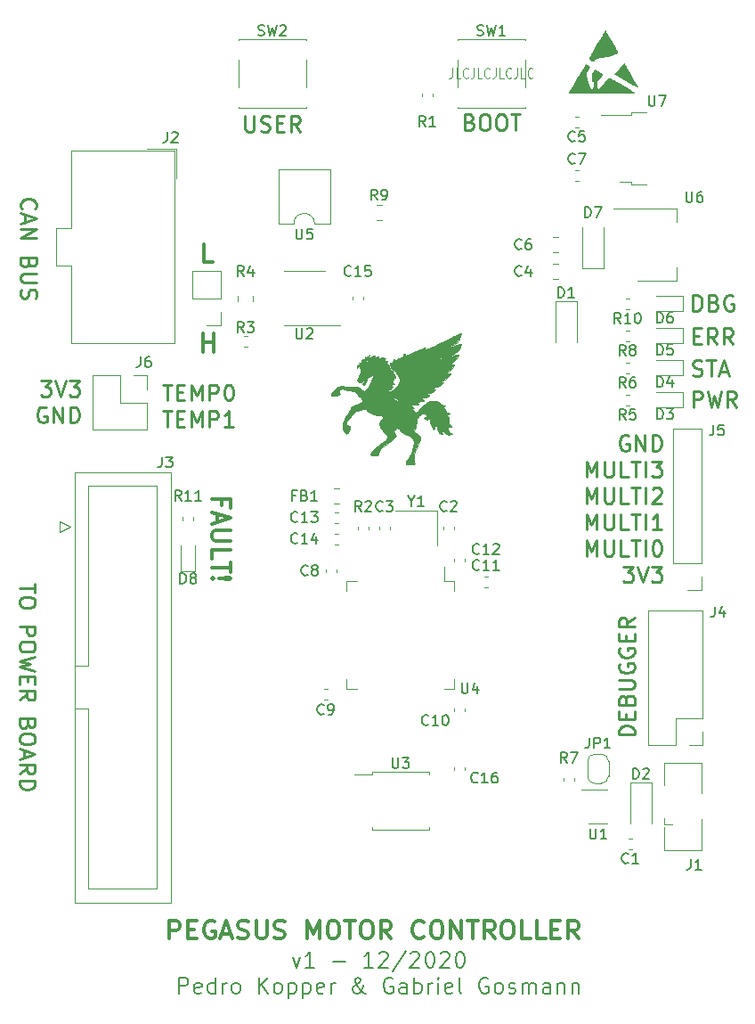
<source format=gbr>
%TF.GenerationSoftware,KiCad,Pcbnew,5.1.6*%
%TF.CreationDate,2020-12-14T11:26:32-03:00*%
%TF.ProjectId,MCU_Comms_Control,4d43555f-436f-46d6-9d73-5f436f6e7472,rev?*%
%TF.SameCoordinates,Original*%
%TF.FileFunction,Legend,Top*%
%TF.FilePolarity,Positive*%
%FSLAX46Y46*%
G04 Gerber Fmt 4.6, Leading zero omitted, Abs format (unit mm)*
G04 Created by KiCad (PCBNEW 5.1.6) date 2020-12-14 11:26:32*
%MOMM*%
%LPD*%
G01*
G04 APERTURE LIST*
%ADD10C,0.100000*%
%ADD11C,0.300000*%
%ADD12C,0.200000*%
%ADD13C,0.250000*%
%ADD14C,0.010000*%
%ADD15C,0.120000*%
%ADD16C,0.150000*%
G04 APERTURE END LIST*
D10*
X73012761Y-48728380D02*
X73012761Y-49442666D01*
X72974666Y-49585523D01*
X72898476Y-49680761D01*
X72784190Y-49728380D01*
X72708000Y-49728380D01*
X73774666Y-49728380D02*
X73393714Y-49728380D01*
X73393714Y-48728380D01*
X74498476Y-49633142D02*
X74460380Y-49680761D01*
X74346095Y-49728380D01*
X74269904Y-49728380D01*
X74155619Y-49680761D01*
X74079428Y-49585523D01*
X74041333Y-49490285D01*
X74003238Y-49299809D01*
X74003238Y-49156952D01*
X74041333Y-48966476D01*
X74079428Y-48871238D01*
X74155619Y-48776000D01*
X74269904Y-48728380D01*
X74346095Y-48728380D01*
X74460380Y-48776000D01*
X74498476Y-48823619D01*
X75069904Y-48728380D02*
X75069904Y-49442666D01*
X75031809Y-49585523D01*
X74955619Y-49680761D01*
X74841333Y-49728380D01*
X74765142Y-49728380D01*
X75831809Y-49728380D02*
X75450857Y-49728380D01*
X75450857Y-48728380D01*
X76555619Y-49633142D02*
X76517523Y-49680761D01*
X76403238Y-49728380D01*
X76327047Y-49728380D01*
X76212761Y-49680761D01*
X76136571Y-49585523D01*
X76098476Y-49490285D01*
X76060380Y-49299809D01*
X76060380Y-49156952D01*
X76098476Y-48966476D01*
X76136571Y-48871238D01*
X76212761Y-48776000D01*
X76327047Y-48728380D01*
X76403238Y-48728380D01*
X76517523Y-48776000D01*
X76555619Y-48823619D01*
X77127047Y-48728380D02*
X77127047Y-49442666D01*
X77088952Y-49585523D01*
X77012761Y-49680761D01*
X76898476Y-49728380D01*
X76822285Y-49728380D01*
X77888952Y-49728380D02*
X77508000Y-49728380D01*
X77508000Y-48728380D01*
X78612761Y-49633142D02*
X78574666Y-49680761D01*
X78460380Y-49728380D01*
X78384190Y-49728380D01*
X78269904Y-49680761D01*
X78193714Y-49585523D01*
X78155619Y-49490285D01*
X78117523Y-49299809D01*
X78117523Y-49156952D01*
X78155619Y-48966476D01*
X78193714Y-48871238D01*
X78269904Y-48776000D01*
X78384190Y-48728380D01*
X78460380Y-48728380D01*
X78574666Y-48776000D01*
X78612761Y-48823619D01*
X79184190Y-48728380D02*
X79184190Y-49442666D01*
X79146095Y-49585523D01*
X79069904Y-49680761D01*
X78955619Y-49728380D01*
X78879428Y-49728380D01*
X79946095Y-49728380D02*
X79565142Y-49728380D01*
X79565142Y-48728380D01*
X80669904Y-49633142D02*
X80631809Y-49680761D01*
X80517523Y-49728380D01*
X80441333Y-49728380D01*
X80327047Y-49680761D01*
X80250857Y-49585523D01*
X80212761Y-49490285D01*
X80174666Y-49299809D01*
X80174666Y-49156952D01*
X80212761Y-48966476D01*
X80250857Y-48871238D01*
X80327047Y-48776000D01*
X80441333Y-48728380D01*
X80517523Y-48728380D01*
X80631809Y-48776000D01*
X80669904Y-48823619D01*
D11*
X51052000Y-90263666D02*
X51052000Y-89680333D01*
X50135333Y-89680333D02*
X51885333Y-89680333D01*
X51885333Y-90513666D01*
X50635333Y-91097000D02*
X50635333Y-91930333D01*
X50135333Y-90930333D02*
X51885333Y-91513666D01*
X50135333Y-92097000D01*
X51885333Y-92680333D02*
X50468666Y-92680333D01*
X50302000Y-92763666D01*
X50218666Y-92847000D01*
X50135333Y-93013666D01*
X50135333Y-93347000D01*
X50218666Y-93513666D01*
X50302000Y-93597000D01*
X50468666Y-93680333D01*
X51885333Y-93680333D01*
X50135333Y-95347000D02*
X50135333Y-94513666D01*
X51885333Y-94513666D01*
X51885333Y-95680333D02*
X51885333Y-96680333D01*
X50135333Y-96180333D02*
X51885333Y-96180333D01*
X50302000Y-97263666D02*
X50218666Y-97347000D01*
X50135333Y-97263666D01*
X50218666Y-97180333D01*
X50302000Y-97263666D01*
X50135333Y-97263666D01*
X50802000Y-97263666D02*
X51802000Y-97180333D01*
X51885333Y-97263666D01*
X51802000Y-97347000D01*
X50802000Y-97263666D01*
X51885333Y-97263666D01*
X49284000Y-75721666D02*
X49284000Y-73971666D01*
X49284000Y-74805000D02*
X50284000Y-74805000D01*
X50284000Y-75721666D02*
X50284000Y-73971666D01*
X50198666Y-67212666D02*
X49365333Y-67212666D01*
X49365333Y-65462666D01*
D12*
X57825714Y-133200571D02*
X58182857Y-134200571D01*
X58539999Y-133200571D01*
X59897142Y-134200571D02*
X59039999Y-134200571D01*
X59468571Y-134200571D02*
X59468571Y-132700571D01*
X59325714Y-132914857D01*
X59182857Y-133057714D01*
X59039999Y-133129142D01*
X61682857Y-133629142D02*
X62825714Y-133629142D01*
X65468571Y-134200571D02*
X64611428Y-134200571D01*
X65039999Y-134200571D02*
X65039999Y-132700571D01*
X64897142Y-132914857D01*
X64754285Y-133057714D01*
X64611428Y-133129142D01*
X66039999Y-132843428D02*
X66111428Y-132772000D01*
X66254285Y-132700571D01*
X66611428Y-132700571D01*
X66754285Y-132772000D01*
X66825714Y-132843428D01*
X66897142Y-132986285D01*
X66897142Y-133129142D01*
X66825714Y-133343428D01*
X65968571Y-134200571D01*
X66897142Y-134200571D01*
X68611428Y-132629142D02*
X67325714Y-134557714D01*
X69040000Y-132843428D02*
X69111428Y-132772000D01*
X69254285Y-132700571D01*
X69611428Y-132700571D01*
X69754285Y-132772000D01*
X69825714Y-132843428D01*
X69897142Y-132986285D01*
X69897142Y-133129142D01*
X69825714Y-133343428D01*
X68968571Y-134200571D01*
X69897142Y-134200571D01*
X70825714Y-132700571D02*
X70968571Y-132700571D01*
X71111428Y-132772000D01*
X71182857Y-132843428D01*
X71254285Y-132986285D01*
X71325714Y-133272000D01*
X71325714Y-133629142D01*
X71254285Y-133914857D01*
X71182857Y-134057714D01*
X71111428Y-134129142D01*
X70968571Y-134200571D01*
X70825714Y-134200571D01*
X70682857Y-134129142D01*
X70611428Y-134057714D01*
X70540000Y-133914857D01*
X70468571Y-133629142D01*
X70468571Y-133272000D01*
X70540000Y-132986285D01*
X70611428Y-132843428D01*
X70682857Y-132772000D01*
X70825714Y-132700571D01*
X71897142Y-132843428D02*
X71968571Y-132772000D01*
X72111428Y-132700571D01*
X72468571Y-132700571D01*
X72611428Y-132772000D01*
X72682857Y-132843428D01*
X72754285Y-132986285D01*
X72754285Y-133129142D01*
X72682857Y-133343428D01*
X71825714Y-134200571D01*
X72754285Y-134200571D01*
X73682857Y-132700571D02*
X73825714Y-132700571D01*
X73968571Y-132772000D01*
X74040000Y-132843428D01*
X74111428Y-132986285D01*
X74182857Y-133272000D01*
X74182857Y-133629142D01*
X74111428Y-133914857D01*
X74040000Y-134057714D01*
X73968571Y-134129142D01*
X73825714Y-134200571D01*
X73682857Y-134200571D01*
X73540000Y-134129142D01*
X73468571Y-134057714D01*
X73397142Y-133914857D01*
X73325714Y-133629142D01*
X73325714Y-133272000D01*
X73397142Y-132986285D01*
X73468571Y-132843428D01*
X73540000Y-132772000D01*
X73682857Y-132700571D01*
X47040000Y-136650571D02*
X47040000Y-135150571D01*
X47611428Y-135150571D01*
X47754285Y-135222000D01*
X47825714Y-135293428D01*
X47897142Y-135436285D01*
X47897142Y-135650571D01*
X47825714Y-135793428D01*
X47754285Y-135864857D01*
X47611428Y-135936285D01*
X47040000Y-135936285D01*
X49111428Y-136579142D02*
X48968571Y-136650571D01*
X48682857Y-136650571D01*
X48540000Y-136579142D01*
X48468571Y-136436285D01*
X48468571Y-135864857D01*
X48540000Y-135722000D01*
X48682857Y-135650571D01*
X48968571Y-135650571D01*
X49111428Y-135722000D01*
X49182857Y-135864857D01*
X49182857Y-136007714D01*
X48468571Y-136150571D01*
X50468571Y-136650571D02*
X50468571Y-135150571D01*
X50468571Y-136579142D02*
X50325714Y-136650571D01*
X50040000Y-136650571D01*
X49897142Y-136579142D01*
X49825714Y-136507714D01*
X49754285Y-136364857D01*
X49754285Y-135936285D01*
X49825714Y-135793428D01*
X49897142Y-135722000D01*
X50040000Y-135650571D01*
X50325714Y-135650571D01*
X50468571Y-135722000D01*
X51182857Y-136650571D02*
X51182857Y-135650571D01*
X51182857Y-135936285D02*
X51254285Y-135793428D01*
X51325714Y-135722000D01*
X51468571Y-135650571D01*
X51611428Y-135650571D01*
X52325714Y-136650571D02*
X52182857Y-136579142D01*
X52111428Y-136507714D01*
X52040000Y-136364857D01*
X52040000Y-135936285D01*
X52111428Y-135793428D01*
X52182857Y-135722000D01*
X52325714Y-135650571D01*
X52540000Y-135650571D01*
X52682857Y-135722000D01*
X52754285Y-135793428D01*
X52825714Y-135936285D01*
X52825714Y-136364857D01*
X52754285Y-136507714D01*
X52682857Y-136579142D01*
X52540000Y-136650571D01*
X52325714Y-136650571D01*
X54611428Y-136650571D02*
X54611428Y-135150571D01*
X55468571Y-136650571D02*
X54825714Y-135793428D01*
X55468571Y-135150571D02*
X54611428Y-136007714D01*
X56325714Y-136650571D02*
X56182857Y-136579142D01*
X56111428Y-136507714D01*
X56040000Y-136364857D01*
X56040000Y-135936285D01*
X56111428Y-135793428D01*
X56182857Y-135722000D01*
X56325714Y-135650571D01*
X56540000Y-135650571D01*
X56682857Y-135722000D01*
X56754285Y-135793428D01*
X56825714Y-135936285D01*
X56825714Y-136364857D01*
X56754285Y-136507714D01*
X56682857Y-136579142D01*
X56540000Y-136650571D01*
X56325714Y-136650571D01*
X57468571Y-135650571D02*
X57468571Y-137150571D01*
X57468571Y-135722000D02*
X57611428Y-135650571D01*
X57897142Y-135650571D01*
X58040000Y-135722000D01*
X58111428Y-135793428D01*
X58182857Y-135936285D01*
X58182857Y-136364857D01*
X58111428Y-136507714D01*
X58040000Y-136579142D01*
X57897142Y-136650571D01*
X57611428Y-136650571D01*
X57468571Y-136579142D01*
X58825714Y-135650571D02*
X58825714Y-137150571D01*
X58825714Y-135722000D02*
X58968571Y-135650571D01*
X59254285Y-135650571D01*
X59397142Y-135722000D01*
X59468571Y-135793428D01*
X59540000Y-135936285D01*
X59540000Y-136364857D01*
X59468571Y-136507714D01*
X59397142Y-136579142D01*
X59254285Y-136650571D01*
X58968571Y-136650571D01*
X58825714Y-136579142D01*
X60754285Y-136579142D02*
X60611428Y-136650571D01*
X60325714Y-136650571D01*
X60182857Y-136579142D01*
X60111428Y-136436285D01*
X60111428Y-135864857D01*
X60182857Y-135722000D01*
X60325714Y-135650571D01*
X60611428Y-135650571D01*
X60754285Y-135722000D01*
X60825714Y-135864857D01*
X60825714Y-136007714D01*
X60111428Y-136150571D01*
X61468571Y-136650571D02*
X61468571Y-135650571D01*
X61468571Y-135936285D02*
X61540000Y-135793428D01*
X61611428Y-135722000D01*
X61754285Y-135650571D01*
X61897142Y-135650571D01*
X64754285Y-136650571D02*
X64682857Y-136650571D01*
X64540000Y-136579142D01*
X64325714Y-136364857D01*
X63968571Y-135936285D01*
X63825714Y-135722000D01*
X63754285Y-135507714D01*
X63754285Y-135364857D01*
X63825714Y-135222000D01*
X63968571Y-135150571D01*
X64040000Y-135150571D01*
X64182857Y-135222000D01*
X64254285Y-135364857D01*
X64254285Y-135436285D01*
X64182857Y-135579142D01*
X64111428Y-135650571D01*
X63682857Y-135936285D01*
X63611428Y-136007714D01*
X63540000Y-136150571D01*
X63540000Y-136364857D01*
X63611428Y-136507714D01*
X63682857Y-136579142D01*
X63825714Y-136650571D01*
X64040000Y-136650571D01*
X64182857Y-136579142D01*
X64254285Y-136507714D01*
X64468571Y-136222000D01*
X64540000Y-136007714D01*
X64540000Y-135864857D01*
X67325714Y-135222000D02*
X67182857Y-135150571D01*
X66968571Y-135150571D01*
X66754285Y-135222000D01*
X66611428Y-135364857D01*
X66540000Y-135507714D01*
X66468571Y-135793428D01*
X66468571Y-136007714D01*
X66540000Y-136293428D01*
X66611428Y-136436285D01*
X66754285Y-136579142D01*
X66968571Y-136650571D01*
X67111428Y-136650571D01*
X67325714Y-136579142D01*
X67397142Y-136507714D01*
X67397142Y-136007714D01*
X67111428Y-136007714D01*
X68682857Y-136650571D02*
X68682857Y-135864857D01*
X68611428Y-135722000D01*
X68468571Y-135650571D01*
X68182857Y-135650571D01*
X68040000Y-135722000D01*
X68682857Y-136579142D02*
X68540000Y-136650571D01*
X68182857Y-136650571D01*
X68040000Y-136579142D01*
X67968571Y-136436285D01*
X67968571Y-136293428D01*
X68040000Y-136150571D01*
X68182857Y-136079142D01*
X68540000Y-136079142D01*
X68682857Y-136007714D01*
X69397142Y-136650571D02*
X69397142Y-135150571D01*
X69397142Y-135722000D02*
X69540000Y-135650571D01*
X69825714Y-135650571D01*
X69968571Y-135722000D01*
X70040000Y-135793428D01*
X70111428Y-135936285D01*
X70111428Y-136364857D01*
X70040000Y-136507714D01*
X69968571Y-136579142D01*
X69825714Y-136650571D01*
X69540000Y-136650571D01*
X69397142Y-136579142D01*
X70754285Y-136650571D02*
X70754285Y-135650571D01*
X70754285Y-135936285D02*
X70825714Y-135793428D01*
X70897142Y-135722000D01*
X71040000Y-135650571D01*
X71182857Y-135650571D01*
X71682857Y-136650571D02*
X71682857Y-135650571D01*
X71682857Y-135150571D02*
X71611428Y-135222000D01*
X71682857Y-135293428D01*
X71754285Y-135222000D01*
X71682857Y-135150571D01*
X71682857Y-135293428D01*
X72968571Y-136579142D02*
X72825714Y-136650571D01*
X72540000Y-136650571D01*
X72397142Y-136579142D01*
X72325714Y-136436285D01*
X72325714Y-135864857D01*
X72397142Y-135722000D01*
X72540000Y-135650571D01*
X72825714Y-135650571D01*
X72968571Y-135722000D01*
X73040000Y-135864857D01*
X73040000Y-136007714D01*
X72325714Y-136150571D01*
X73897142Y-136650571D02*
X73754285Y-136579142D01*
X73682857Y-136436285D01*
X73682857Y-135150571D01*
X76397142Y-135222000D02*
X76254285Y-135150571D01*
X76040000Y-135150571D01*
X75825714Y-135222000D01*
X75682857Y-135364857D01*
X75611428Y-135507714D01*
X75540000Y-135793428D01*
X75540000Y-136007714D01*
X75611428Y-136293428D01*
X75682857Y-136436285D01*
X75825714Y-136579142D01*
X76040000Y-136650571D01*
X76182857Y-136650571D01*
X76397142Y-136579142D01*
X76468571Y-136507714D01*
X76468571Y-136007714D01*
X76182857Y-136007714D01*
X77325714Y-136650571D02*
X77182857Y-136579142D01*
X77111428Y-136507714D01*
X77040000Y-136364857D01*
X77040000Y-135936285D01*
X77111428Y-135793428D01*
X77182857Y-135722000D01*
X77325714Y-135650571D01*
X77540000Y-135650571D01*
X77682857Y-135722000D01*
X77754285Y-135793428D01*
X77825714Y-135936285D01*
X77825714Y-136364857D01*
X77754285Y-136507714D01*
X77682857Y-136579142D01*
X77540000Y-136650571D01*
X77325714Y-136650571D01*
X78397142Y-136579142D02*
X78540000Y-136650571D01*
X78825714Y-136650571D01*
X78968571Y-136579142D01*
X79040000Y-136436285D01*
X79040000Y-136364857D01*
X78968571Y-136222000D01*
X78825714Y-136150571D01*
X78611428Y-136150571D01*
X78468571Y-136079142D01*
X78397142Y-135936285D01*
X78397142Y-135864857D01*
X78468571Y-135722000D01*
X78611428Y-135650571D01*
X78825714Y-135650571D01*
X78968571Y-135722000D01*
X79682857Y-136650571D02*
X79682857Y-135650571D01*
X79682857Y-135793428D02*
X79754285Y-135722000D01*
X79897142Y-135650571D01*
X80111428Y-135650571D01*
X80254285Y-135722000D01*
X80325714Y-135864857D01*
X80325714Y-136650571D01*
X80325714Y-135864857D02*
X80397142Y-135722000D01*
X80540000Y-135650571D01*
X80754285Y-135650571D01*
X80897142Y-135722000D01*
X80968571Y-135864857D01*
X80968571Y-136650571D01*
X82325714Y-136650571D02*
X82325714Y-135864857D01*
X82254285Y-135722000D01*
X82111428Y-135650571D01*
X81825714Y-135650571D01*
X81682857Y-135722000D01*
X82325714Y-136579142D02*
X82182857Y-136650571D01*
X81825714Y-136650571D01*
X81682857Y-136579142D01*
X81611428Y-136436285D01*
X81611428Y-136293428D01*
X81682857Y-136150571D01*
X81825714Y-136079142D01*
X82182857Y-136079142D01*
X82325714Y-136007714D01*
X83040000Y-135650571D02*
X83040000Y-136650571D01*
X83040000Y-135793428D02*
X83111428Y-135722000D01*
X83254285Y-135650571D01*
X83468571Y-135650571D01*
X83611428Y-135722000D01*
X83682857Y-135864857D01*
X83682857Y-136650571D01*
X84397142Y-135650571D02*
X84397142Y-136650571D01*
X84397142Y-135793428D02*
X84468571Y-135722000D01*
X84611428Y-135650571D01*
X84825714Y-135650571D01*
X84968571Y-135722000D01*
X85040000Y-135864857D01*
X85040000Y-136650571D01*
D11*
X46115333Y-131474666D02*
X46115333Y-129724666D01*
X46782000Y-129724666D01*
X46948666Y-129808000D01*
X47032000Y-129891333D01*
X47115333Y-130058000D01*
X47115333Y-130308000D01*
X47032000Y-130474666D01*
X46948666Y-130558000D01*
X46782000Y-130641333D01*
X46115333Y-130641333D01*
X47865333Y-130558000D02*
X48448666Y-130558000D01*
X48698666Y-131474666D02*
X47865333Y-131474666D01*
X47865333Y-129724666D01*
X48698666Y-129724666D01*
X50365333Y-129808000D02*
X50198666Y-129724666D01*
X49948666Y-129724666D01*
X49698666Y-129808000D01*
X49532000Y-129974666D01*
X49448666Y-130141333D01*
X49365333Y-130474666D01*
X49365333Y-130724666D01*
X49448666Y-131058000D01*
X49532000Y-131224666D01*
X49698666Y-131391333D01*
X49948666Y-131474666D01*
X50115333Y-131474666D01*
X50365333Y-131391333D01*
X50448666Y-131308000D01*
X50448666Y-130724666D01*
X50115333Y-130724666D01*
X51115333Y-130974666D02*
X51948666Y-130974666D01*
X50948666Y-131474666D02*
X51532000Y-129724666D01*
X52115333Y-131474666D01*
X52615333Y-131391333D02*
X52865333Y-131474666D01*
X53282000Y-131474666D01*
X53448666Y-131391333D01*
X53532000Y-131308000D01*
X53615333Y-131141333D01*
X53615333Y-130974666D01*
X53532000Y-130808000D01*
X53448666Y-130724666D01*
X53282000Y-130641333D01*
X52948666Y-130558000D01*
X52782000Y-130474666D01*
X52698666Y-130391333D01*
X52615333Y-130224666D01*
X52615333Y-130058000D01*
X52698666Y-129891333D01*
X52782000Y-129808000D01*
X52948666Y-129724666D01*
X53365333Y-129724666D01*
X53615333Y-129808000D01*
X54365333Y-129724666D02*
X54365333Y-131141333D01*
X54448666Y-131308000D01*
X54532000Y-131391333D01*
X54698666Y-131474666D01*
X55032000Y-131474666D01*
X55198666Y-131391333D01*
X55282000Y-131308000D01*
X55365333Y-131141333D01*
X55365333Y-129724666D01*
X56115333Y-131391333D02*
X56365333Y-131474666D01*
X56782000Y-131474666D01*
X56948666Y-131391333D01*
X57032000Y-131308000D01*
X57115333Y-131141333D01*
X57115333Y-130974666D01*
X57032000Y-130808000D01*
X56948666Y-130724666D01*
X56782000Y-130641333D01*
X56448666Y-130558000D01*
X56282000Y-130474666D01*
X56198666Y-130391333D01*
X56115333Y-130224666D01*
X56115333Y-130058000D01*
X56198666Y-129891333D01*
X56282000Y-129808000D01*
X56448666Y-129724666D01*
X56865333Y-129724666D01*
X57115333Y-129808000D01*
X59198666Y-131474666D02*
X59198666Y-129724666D01*
X59782000Y-130974666D01*
X60365333Y-129724666D01*
X60365333Y-131474666D01*
X61532000Y-129724666D02*
X61865333Y-129724666D01*
X62032000Y-129808000D01*
X62198666Y-129974666D01*
X62282000Y-130308000D01*
X62282000Y-130891333D01*
X62198666Y-131224666D01*
X62032000Y-131391333D01*
X61865333Y-131474666D01*
X61532000Y-131474666D01*
X61365333Y-131391333D01*
X61198666Y-131224666D01*
X61115333Y-130891333D01*
X61115333Y-130308000D01*
X61198666Y-129974666D01*
X61365333Y-129808000D01*
X61532000Y-129724666D01*
X62782000Y-129724666D02*
X63782000Y-129724666D01*
X63282000Y-131474666D02*
X63282000Y-129724666D01*
X64698666Y-129724666D02*
X65031999Y-129724666D01*
X65198666Y-129808000D01*
X65365333Y-129974666D01*
X65448666Y-130308000D01*
X65448666Y-130891333D01*
X65365333Y-131224666D01*
X65198666Y-131391333D01*
X65031999Y-131474666D01*
X64698666Y-131474666D01*
X64531999Y-131391333D01*
X64365333Y-131224666D01*
X64281999Y-130891333D01*
X64281999Y-130308000D01*
X64365333Y-129974666D01*
X64531999Y-129808000D01*
X64698666Y-129724666D01*
X67198666Y-131474666D02*
X66615333Y-130641333D01*
X66198666Y-131474666D02*
X66198666Y-129724666D01*
X66865333Y-129724666D01*
X67031999Y-129808000D01*
X67115333Y-129891333D01*
X67198666Y-130058000D01*
X67198666Y-130308000D01*
X67115333Y-130474666D01*
X67031999Y-130558000D01*
X66865333Y-130641333D01*
X66198666Y-130641333D01*
X70282000Y-131308000D02*
X70198666Y-131391333D01*
X69948666Y-131474666D01*
X69782000Y-131474666D01*
X69532000Y-131391333D01*
X69365333Y-131224666D01*
X69282000Y-131058000D01*
X69198666Y-130724666D01*
X69198666Y-130474666D01*
X69282000Y-130141333D01*
X69365333Y-129974666D01*
X69532000Y-129808000D01*
X69782000Y-129724666D01*
X69948666Y-129724666D01*
X70198666Y-129808000D01*
X70282000Y-129891333D01*
X71365333Y-129724666D02*
X71698666Y-129724666D01*
X71865333Y-129808000D01*
X72032000Y-129974666D01*
X72115333Y-130308000D01*
X72115333Y-130891333D01*
X72032000Y-131224666D01*
X71865333Y-131391333D01*
X71698666Y-131474666D01*
X71365333Y-131474666D01*
X71198666Y-131391333D01*
X71032000Y-131224666D01*
X70948666Y-130891333D01*
X70948666Y-130308000D01*
X71032000Y-129974666D01*
X71198666Y-129808000D01*
X71365333Y-129724666D01*
X72865333Y-131474666D02*
X72865333Y-129724666D01*
X73865333Y-131474666D01*
X73865333Y-129724666D01*
X74448666Y-129724666D02*
X75448666Y-129724666D01*
X74948666Y-131474666D02*
X74948666Y-129724666D01*
X77031999Y-131474666D02*
X76448666Y-130641333D01*
X76031999Y-131474666D02*
X76031999Y-129724666D01*
X76698666Y-129724666D01*
X76865333Y-129808000D01*
X76948666Y-129891333D01*
X77031999Y-130058000D01*
X77031999Y-130308000D01*
X76948666Y-130474666D01*
X76865333Y-130558000D01*
X76698666Y-130641333D01*
X76031999Y-130641333D01*
X78115333Y-129724666D02*
X78448666Y-129724666D01*
X78615333Y-129808000D01*
X78781999Y-129974666D01*
X78865333Y-130308000D01*
X78865333Y-130891333D01*
X78781999Y-131224666D01*
X78615333Y-131391333D01*
X78448666Y-131474666D01*
X78115333Y-131474666D01*
X77948666Y-131391333D01*
X77781999Y-131224666D01*
X77698666Y-130891333D01*
X77698666Y-130308000D01*
X77781999Y-129974666D01*
X77948666Y-129808000D01*
X78115333Y-129724666D01*
X80448666Y-131474666D02*
X79615333Y-131474666D01*
X79615333Y-129724666D01*
X81865333Y-131474666D02*
X81031999Y-131474666D01*
X81031999Y-129724666D01*
X82448666Y-130558000D02*
X83031999Y-130558000D01*
X83281999Y-131474666D02*
X82448666Y-131474666D01*
X82448666Y-129724666D01*
X83281999Y-129724666D01*
X85031999Y-131474666D02*
X84448666Y-130641333D01*
X84031999Y-131474666D02*
X84031999Y-129724666D01*
X84698666Y-129724666D01*
X84865333Y-129808000D01*
X84948666Y-129891333D01*
X85031999Y-130058000D01*
X85031999Y-130308000D01*
X84948666Y-130474666D01*
X84865333Y-130558000D01*
X84698666Y-130641333D01*
X84031999Y-130641333D01*
D13*
X95917000Y-80942571D02*
X95917000Y-79442571D01*
X96488428Y-79442571D01*
X96631285Y-79514000D01*
X96702714Y-79585428D01*
X96774142Y-79728285D01*
X96774142Y-79942571D01*
X96702714Y-80085428D01*
X96631285Y-80156857D01*
X96488428Y-80228285D01*
X95917000Y-80228285D01*
X97274142Y-79442571D02*
X97631285Y-80942571D01*
X97917000Y-79871142D01*
X98202714Y-80942571D01*
X98559857Y-79442571D01*
X99988428Y-80942571D02*
X99488428Y-80228285D01*
X99131285Y-80942571D02*
X99131285Y-79442571D01*
X99702714Y-79442571D01*
X99845571Y-79514000D01*
X99917000Y-79585428D01*
X99988428Y-79728285D01*
X99988428Y-79942571D01*
X99917000Y-80085428D01*
X99845571Y-80156857D01*
X99702714Y-80228285D01*
X99131285Y-80228285D01*
X95893142Y-77950142D02*
X96107428Y-78021571D01*
X96464571Y-78021571D01*
X96607428Y-77950142D01*
X96678857Y-77878714D01*
X96750285Y-77735857D01*
X96750285Y-77593000D01*
X96678857Y-77450142D01*
X96607428Y-77378714D01*
X96464571Y-77307285D01*
X96178857Y-77235857D01*
X96036000Y-77164428D01*
X95964571Y-77093000D01*
X95893142Y-76950142D01*
X95893142Y-76807285D01*
X95964571Y-76664428D01*
X96036000Y-76593000D01*
X96178857Y-76521571D01*
X96536000Y-76521571D01*
X96750285Y-76593000D01*
X97178857Y-76521571D02*
X98036000Y-76521571D01*
X97607428Y-78021571D02*
X97607428Y-76521571D01*
X98464571Y-77593000D02*
X99178857Y-77593000D01*
X98321714Y-78021571D02*
X98821714Y-76521571D01*
X99321714Y-78021571D01*
X95968571Y-74187857D02*
X96468571Y-74187857D01*
X96682857Y-74973571D02*
X95968571Y-74973571D01*
X95968571Y-73473571D01*
X96682857Y-73473571D01*
X98182857Y-74973571D02*
X97682857Y-74259285D01*
X97325714Y-74973571D02*
X97325714Y-73473571D01*
X97897142Y-73473571D01*
X98040000Y-73545000D01*
X98111428Y-73616428D01*
X98182857Y-73759285D01*
X98182857Y-73973571D01*
X98111428Y-74116428D01*
X98040000Y-74187857D01*
X97897142Y-74259285D01*
X97325714Y-74259285D01*
X99682857Y-74973571D02*
X99182857Y-74259285D01*
X98825714Y-74973571D02*
X98825714Y-73473571D01*
X99397142Y-73473571D01*
X99540000Y-73545000D01*
X99611428Y-73616428D01*
X99682857Y-73759285D01*
X99682857Y-73973571D01*
X99611428Y-74116428D01*
X99540000Y-74187857D01*
X99397142Y-74259285D01*
X98825714Y-74259285D01*
X95897142Y-71798571D02*
X95897142Y-70298571D01*
X96254285Y-70298571D01*
X96468571Y-70370000D01*
X96611428Y-70512857D01*
X96682857Y-70655714D01*
X96754285Y-70941428D01*
X96754285Y-71155714D01*
X96682857Y-71441428D01*
X96611428Y-71584285D01*
X96468571Y-71727142D01*
X96254285Y-71798571D01*
X95897142Y-71798571D01*
X97897142Y-71012857D02*
X98111428Y-71084285D01*
X98182857Y-71155714D01*
X98254285Y-71298571D01*
X98254285Y-71512857D01*
X98182857Y-71655714D01*
X98111428Y-71727142D01*
X97968571Y-71798571D01*
X97397142Y-71798571D01*
X97397142Y-70298571D01*
X97897142Y-70298571D01*
X98040000Y-70370000D01*
X98111428Y-70441428D01*
X98182857Y-70584285D01*
X98182857Y-70727142D01*
X98111428Y-70870000D01*
X98040000Y-70941428D01*
X97897142Y-71012857D01*
X97397142Y-71012857D01*
X99682857Y-70370000D02*
X99540000Y-70298571D01*
X99325714Y-70298571D01*
X99111428Y-70370000D01*
X98968571Y-70512857D01*
X98897142Y-70655714D01*
X98825714Y-70941428D01*
X98825714Y-71155714D01*
X98897142Y-71441428D01*
X98968571Y-71584285D01*
X99111428Y-71727142D01*
X99325714Y-71798571D01*
X99468571Y-71798571D01*
X99682857Y-71727142D01*
X99754285Y-71655714D01*
X99754285Y-71155714D01*
X99468571Y-71155714D01*
X33881928Y-78446571D02*
X34810500Y-78446571D01*
X34310500Y-79018000D01*
X34524785Y-79018000D01*
X34667642Y-79089428D01*
X34739071Y-79160857D01*
X34810500Y-79303714D01*
X34810500Y-79660857D01*
X34739071Y-79803714D01*
X34667642Y-79875142D01*
X34524785Y-79946571D01*
X34096214Y-79946571D01*
X33953357Y-79875142D01*
X33881928Y-79803714D01*
X35239071Y-78446571D02*
X35739071Y-79946571D01*
X36239071Y-78446571D01*
X36596214Y-78446571D02*
X37524785Y-78446571D01*
X37024785Y-79018000D01*
X37239071Y-79018000D01*
X37381928Y-79089428D01*
X37453357Y-79160857D01*
X37524785Y-79303714D01*
X37524785Y-79660857D01*
X37453357Y-79803714D01*
X37381928Y-79875142D01*
X37239071Y-79946571D01*
X36810500Y-79946571D01*
X36667642Y-79875142D01*
X36596214Y-79803714D01*
X34381928Y-81018000D02*
X34239071Y-80946571D01*
X34024785Y-80946571D01*
X33810500Y-81018000D01*
X33667642Y-81160857D01*
X33596214Y-81303714D01*
X33524785Y-81589428D01*
X33524785Y-81803714D01*
X33596214Y-82089428D01*
X33667642Y-82232285D01*
X33810500Y-82375142D01*
X34024785Y-82446571D01*
X34167642Y-82446571D01*
X34381928Y-82375142D01*
X34453357Y-82303714D01*
X34453357Y-81803714D01*
X34167642Y-81803714D01*
X35096214Y-82446571D02*
X35096214Y-80946571D01*
X35953357Y-82446571D01*
X35953357Y-80946571D01*
X36667642Y-82446571D02*
X36667642Y-80946571D01*
X37024785Y-80946571D01*
X37239071Y-81018000D01*
X37381928Y-81160857D01*
X37453357Y-81303714D01*
X37524785Y-81589428D01*
X37524785Y-81803714D01*
X37453357Y-82089428D01*
X37381928Y-82232285D01*
X37239071Y-82375142D01*
X37024785Y-82446571D01*
X36667642Y-82446571D01*
X45466428Y-78827571D02*
X46323571Y-78827571D01*
X45895000Y-80327571D02*
X45895000Y-78827571D01*
X46823571Y-79541857D02*
X47323571Y-79541857D01*
X47537857Y-80327571D02*
X46823571Y-80327571D01*
X46823571Y-78827571D01*
X47537857Y-78827571D01*
X48180714Y-80327571D02*
X48180714Y-78827571D01*
X48680714Y-79899000D01*
X49180714Y-78827571D01*
X49180714Y-80327571D01*
X49895000Y-80327571D02*
X49895000Y-78827571D01*
X50466428Y-78827571D01*
X50609285Y-78899000D01*
X50680714Y-78970428D01*
X50752142Y-79113285D01*
X50752142Y-79327571D01*
X50680714Y-79470428D01*
X50609285Y-79541857D01*
X50466428Y-79613285D01*
X49895000Y-79613285D01*
X51680714Y-78827571D02*
X51823571Y-78827571D01*
X51966428Y-78899000D01*
X52037857Y-78970428D01*
X52109285Y-79113285D01*
X52180714Y-79399000D01*
X52180714Y-79756142D01*
X52109285Y-80041857D01*
X52037857Y-80184714D01*
X51966428Y-80256142D01*
X51823571Y-80327571D01*
X51680714Y-80327571D01*
X51537857Y-80256142D01*
X51466428Y-80184714D01*
X51395000Y-80041857D01*
X51323571Y-79756142D01*
X51323571Y-79399000D01*
X51395000Y-79113285D01*
X51466428Y-78970428D01*
X51537857Y-78899000D01*
X51680714Y-78827571D01*
X45466428Y-81327571D02*
X46323571Y-81327571D01*
X45895000Y-82827571D02*
X45895000Y-81327571D01*
X46823571Y-82041857D02*
X47323571Y-82041857D01*
X47537857Y-82827571D02*
X46823571Y-82827571D01*
X46823571Y-81327571D01*
X47537857Y-81327571D01*
X48180714Y-82827571D02*
X48180714Y-81327571D01*
X48680714Y-82399000D01*
X49180714Y-81327571D01*
X49180714Y-82827571D01*
X49895000Y-82827571D02*
X49895000Y-81327571D01*
X50466428Y-81327571D01*
X50609285Y-81399000D01*
X50680714Y-81470428D01*
X50752142Y-81613285D01*
X50752142Y-81827571D01*
X50680714Y-81970428D01*
X50609285Y-82041857D01*
X50466428Y-82113285D01*
X49895000Y-82113285D01*
X52180714Y-82827571D02*
X51323571Y-82827571D01*
X51752142Y-82827571D02*
X51752142Y-81327571D01*
X51609285Y-81541857D01*
X51466428Y-81684714D01*
X51323571Y-81756142D01*
X33333428Y-97711857D02*
X33333428Y-98569000D01*
X31833428Y-98140428D02*
X33333428Y-98140428D01*
X33333428Y-99354714D02*
X33333428Y-99640428D01*
X33262000Y-99783285D01*
X33119142Y-99926142D01*
X32833428Y-99997571D01*
X32333428Y-99997571D01*
X32047714Y-99926142D01*
X31904857Y-99783285D01*
X31833428Y-99640428D01*
X31833428Y-99354714D01*
X31904857Y-99211857D01*
X32047714Y-99069000D01*
X32333428Y-98997571D01*
X32833428Y-98997571D01*
X33119142Y-99069000D01*
X33262000Y-99211857D01*
X33333428Y-99354714D01*
X31833428Y-101783285D02*
X33333428Y-101783285D01*
X33333428Y-102354714D01*
X33262000Y-102497571D01*
X33190571Y-102569000D01*
X33047714Y-102640428D01*
X32833428Y-102640428D01*
X32690571Y-102569000D01*
X32619142Y-102497571D01*
X32547714Y-102354714D01*
X32547714Y-101783285D01*
X33333428Y-103569000D02*
X33333428Y-103854714D01*
X33262000Y-103997571D01*
X33119142Y-104140428D01*
X32833428Y-104211857D01*
X32333428Y-104211857D01*
X32047714Y-104140428D01*
X31904857Y-103997571D01*
X31833428Y-103854714D01*
X31833428Y-103569000D01*
X31904857Y-103426142D01*
X32047714Y-103283285D01*
X32333428Y-103211857D01*
X32833428Y-103211857D01*
X33119142Y-103283285D01*
X33262000Y-103426142D01*
X33333428Y-103569000D01*
X33333428Y-104711857D02*
X31833428Y-105069000D01*
X32904857Y-105354714D01*
X31833428Y-105640428D01*
X33333428Y-105997571D01*
X32619142Y-106569000D02*
X32619142Y-107069000D01*
X31833428Y-107283285D02*
X31833428Y-106569000D01*
X33333428Y-106569000D01*
X33333428Y-107283285D01*
X31833428Y-108783285D02*
X32547714Y-108283285D01*
X31833428Y-107926142D02*
X33333428Y-107926142D01*
X33333428Y-108497571D01*
X33262000Y-108640428D01*
X33190571Y-108711857D01*
X33047714Y-108783285D01*
X32833428Y-108783285D01*
X32690571Y-108711857D01*
X32619142Y-108640428D01*
X32547714Y-108497571D01*
X32547714Y-107926142D01*
X32619142Y-111069000D02*
X32547714Y-111283285D01*
X32476285Y-111354714D01*
X32333428Y-111426142D01*
X32119142Y-111426142D01*
X31976285Y-111354714D01*
X31904857Y-111283285D01*
X31833428Y-111140428D01*
X31833428Y-110569000D01*
X33333428Y-110569000D01*
X33333428Y-111069000D01*
X33262000Y-111211857D01*
X33190571Y-111283285D01*
X33047714Y-111354714D01*
X32904857Y-111354714D01*
X32762000Y-111283285D01*
X32690571Y-111211857D01*
X32619142Y-111069000D01*
X32619142Y-110569000D01*
X33333428Y-112354714D02*
X33333428Y-112640428D01*
X33262000Y-112783285D01*
X33119142Y-112926142D01*
X32833428Y-112997571D01*
X32333428Y-112997571D01*
X32047714Y-112926142D01*
X31904857Y-112783285D01*
X31833428Y-112640428D01*
X31833428Y-112354714D01*
X31904857Y-112211857D01*
X32047714Y-112069000D01*
X32333428Y-111997571D01*
X32833428Y-111997571D01*
X33119142Y-112069000D01*
X33262000Y-112211857D01*
X33333428Y-112354714D01*
X32262000Y-113569000D02*
X32262000Y-114283285D01*
X31833428Y-113426142D02*
X33333428Y-113926142D01*
X31833428Y-114426142D01*
X31833428Y-115783285D02*
X32547714Y-115283285D01*
X31833428Y-114926142D02*
X33333428Y-114926142D01*
X33333428Y-115497571D01*
X33262000Y-115640428D01*
X33190571Y-115711857D01*
X33047714Y-115783285D01*
X32833428Y-115783285D01*
X32690571Y-115711857D01*
X32619142Y-115640428D01*
X32547714Y-115497571D01*
X32547714Y-114926142D01*
X31833428Y-116426142D02*
X33333428Y-116426142D01*
X33333428Y-116783285D01*
X33262000Y-116997571D01*
X33119142Y-117140428D01*
X32976285Y-117211857D01*
X32690571Y-117283285D01*
X32476285Y-117283285D01*
X32190571Y-117211857D01*
X32047714Y-117140428D01*
X31904857Y-116997571D01*
X31833428Y-116783285D01*
X31833428Y-116426142D01*
X32103285Y-62127285D02*
X32031857Y-62055857D01*
X31960428Y-61841571D01*
X31960428Y-61698714D01*
X32031857Y-61484428D01*
X32174714Y-61341571D01*
X32317571Y-61270142D01*
X32603285Y-61198714D01*
X32817571Y-61198714D01*
X33103285Y-61270142D01*
X33246142Y-61341571D01*
X33389000Y-61484428D01*
X33460428Y-61698714D01*
X33460428Y-61841571D01*
X33389000Y-62055857D01*
X33317571Y-62127285D01*
X32389000Y-62698714D02*
X32389000Y-63413000D01*
X31960428Y-62555857D02*
X33460428Y-63055857D01*
X31960428Y-63555857D01*
X31960428Y-64055857D02*
X33460428Y-64055857D01*
X31960428Y-64913000D01*
X33460428Y-64913000D01*
X32746142Y-67270142D02*
X32674714Y-67484428D01*
X32603285Y-67555857D01*
X32460428Y-67627285D01*
X32246142Y-67627285D01*
X32103285Y-67555857D01*
X32031857Y-67484428D01*
X31960428Y-67341571D01*
X31960428Y-66770142D01*
X33460428Y-66770142D01*
X33460428Y-67270142D01*
X33389000Y-67413000D01*
X33317571Y-67484428D01*
X33174714Y-67555857D01*
X33031857Y-67555857D01*
X32889000Y-67484428D01*
X32817571Y-67413000D01*
X32746142Y-67270142D01*
X32746142Y-66770142D01*
X33460428Y-68270142D02*
X32246142Y-68270142D01*
X32103285Y-68341571D01*
X32031857Y-68413000D01*
X31960428Y-68555857D01*
X31960428Y-68841571D01*
X32031857Y-68984428D01*
X32103285Y-69055857D01*
X32246142Y-69127285D01*
X33460428Y-69127285D01*
X32031857Y-69770142D02*
X31960428Y-69984428D01*
X31960428Y-70341571D01*
X32031857Y-70484428D01*
X32103285Y-70555857D01*
X32246142Y-70627285D01*
X32389000Y-70627285D01*
X32531857Y-70555857D01*
X32603285Y-70484428D01*
X32674714Y-70341571D01*
X32746142Y-70055857D01*
X32817571Y-69913000D01*
X32889000Y-69841571D01*
X33031857Y-69770142D01*
X33174714Y-69770142D01*
X33317571Y-69841571D01*
X33389000Y-69913000D01*
X33460428Y-70055857D01*
X33460428Y-70413000D01*
X33389000Y-70627285D01*
X74672285Y-53867857D02*
X74886571Y-53939285D01*
X74958000Y-54010714D01*
X75029428Y-54153571D01*
X75029428Y-54367857D01*
X74958000Y-54510714D01*
X74886571Y-54582142D01*
X74743714Y-54653571D01*
X74172285Y-54653571D01*
X74172285Y-53153571D01*
X74672285Y-53153571D01*
X74815142Y-53225000D01*
X74886571Y-53296428D01*
X74958000Y-53439285D01*
X74958000Y-53582142D01*
X74886571Y-53725000D01*
X74815142Y-53796428D01*
X74672285Y-53867857D01*
X74172285Y-53867857D01*
X75958000Y-53153571D02*
X76243714Y-53153571D01*
X76386571Y-53225000D01*
X76529428Y-53367857D01*
X76600857Y-53653571D01*
X76600857Y-54153571D01*
X76529428Y-54439285D01*
X76386571Y-54582142D01*
X76243714Y-54653571D01*
X75958000Y-54653571D01*
X75815142Y-54582142D01*
X75672285Y-54439285D01*
X75600857Y-54153571D01*
X75600857Y-53653571D01*
X75672285Y-53367857D01*
X75815142Y-53225000D01*
X75958000Y-53153571D01*
X77529428Y-53153571D02*
X77815142Y-53153571D01*
X77958000Y-53225000D01*
X78100857Y-53367857D01*
X78172285Y-53653571D01*
X78172285Y-54153571D01*
X78100857Y-54439285D01*
X77958000Y-54582142D01*
X77815142Y-54653571D01*
X77529428Y-54653571D01*
X77386571Y-54582142D01*
X77243714Y-54439285D01*
X77172285Y-54153571D01*
X77172285Y-53653571D01*
X77243714Y-53367857D01*
X77386571Y-53225000D01*
X77529428Y-53153571D01*
X78600857Y-53153571D02*
X79458000Y-53153571D01*
X79029428Y-54653571D02*
X79029428Y-53153571D01*
X53308571Y-53280571D02*
X53308571Y-54494857D01*
X53380000Y-54637714D01*
X53451428Y-54709142D01*
X53594285Y-54780571D01*
X53880000Y-54780571D01*
X54022857Y-54709142D01*
X54094285Y-54637714D01*
X54165714Y-54494857D01*
X54165714Y-53280571D01*
X54808571Y-54709142D02*
X55022857Y-54780571D01*
X55380000Y-54780571D01*
X55522857Y-54709142D01*
X55594285Y-54637714D01*
X55665714Y-54494857D01*
X55665714Y-54352000D01*
X55594285Y-54209142D01*
X55522857Y-54137714D01*
X55380000Y-54066285D01*
X55094285Y-53994857D01*
X54951428Y-53923428D01*
X54880000Y-53852000D01*
X54808571Y-53709142D01*
X54808571Y-53566285D01*
X54880000Y-53423428D01*
X54951428Y-53352000D01*
X55094285Y-53280571D01*
X55451428Y-53280571D01*
X55665714Y-53352000D01*
X56308571Y-53994857D02*
X56808571Y-53994857D01*
X57022857Y-54780571D02*
X56308571Y-54780571D01*
X56308571Y-53280571D01*
X57022857Y-53280571D01*
X58522857Y-54780571D02*
X58022857Y-54066285D01*
X57665714Y-54780571D02*
X57665714Y-53280571D01*
X58237142Y-53280571D01*
X58380000Y-53352000D01*
X58451428Y-53423428D01*
X58522857Y-53566285D01*
X58522857Y-53780571D01*
X58451428Y-53923428D01*
X58380000Y-53994857D01*
X58237142Y-54066285D01*
X57665714Y-54066285D01*
X90340571Y-112088714D02*
X88840571Y-112088714D01*
X88840571Y-111731571D01*
X88912000Y-111517285D01*
X89054857Y-111374428D01*
X89197714Y-111303000D01*
X89483428Y-111231571D01*
X89697714Y-111231571D01*
X89983428Y-111303000D01*
X90126285Y-111374428D01*
X90269142Y-111517285D01*
X90340571Y-111731571D01*
X90340571Y-112088714D01*
X89554857Y-110588714D02*
X89554857Y-110088714D01*
X90340571Y-109874428D02*
X90340571Y-110588714D01*
X88840571Y-110588714D01*
X88840571Y-109874428D01*
X89554857Y-108731571D02*
X89626285Y-108517285D01*
X89697714Y-108445857D01*
X89840571Y-108374428D01*
X90054857Y-108374428D01*
X90197714Y-108445857D01*
X90269142Y-108517285D01*
X90340571Y-108660142D01*
X90340571Y-109231571D01*
X88840571Y-109231571D01*
X88840571Y-108731571D01*
X88912000Y-108588714D01*
X88983428Y-108517285D01*
X89126285Y-108445857D01*
X89269142Y-108445857D01*
X89412000Y-108517285D01*
X89483428Y-108588714D01*
X89554857Y-108731571D01*
X89554857Y-109231571D01*
X88840571Y-107731571D02*
X90054857Y-107731571D01*
X90197714Y-107660142D01*
X90269142Y-107588714D01*
X90340571Y-107445857D01*
X90340571Y-107160142D01*
X90269142Y-107017285D01*
X90197714Y-106945857D01*
X90054857Y-106874428D01*
X88840571Y-106874428D01*
X88912000Y-105374428D02*
X88840571Y-105517285D01*
X88840571Y-105731571D01*
X88912000Y-105945857D01*
X89054857Y-106088714D01*
X89197714Y-106160142D01*
X89483428Y-106231571D01*
X89697714Y-106231571D01*
X89983428Y-106160142D01*
X90126285Y-106088714D01*
X90269142Y-105945857D01*
X90340571Y-105731571D01*
X90340571Y-105588714D01*
X90269142Y-105374428D01*
X90197714Y-105303000D01*
X89697714Y-105303000D01*
X89697714Y-105588714D01*
X88912000Y-103874428D02*
X88840571Y-104017285D01*
X88840571Y-104231571D01*
X88912000Y-104445857D01*
X89054857Y-104588714D01*
X89197714Y-104660142D01*
X89483428Y-104731571D01*
X89697714Y-104731571D01*
X89983428Y-104660142D01*
X90126285Y-104588714D01*
X90269142Y-104445857D01*
X90340571Y-104231571D01*
X90340571Y-104088714D01*
X90269142Y-103874428D01*
X90197714Y-103803000D01*
X89697714Y-103803000D01*
X89697714Y-104088714D01*
X89554857Y-103160142D02*
X89554857Y-102660142D01*
X90340571Y-102445857D02*
X90340571Y-103160142D01*
X88840571Y-103160142D01*
X88840571Y-102445857D01*
X90340571Y-100945857D02*
X89626285Y-101445857D01*
X90340571Y-101803000D02*
X88840571Y-101803000D01*
X88840571Y-101231571D01*
X88912000Y-101088714D01*
X88983428Y-101017285D01*
X89126285Y-100945857D01*
X89340571Y-100945857D01*
X89483428Y-101017285D01*
X89554857Y-101088714D01*
X89626285Y-101231571D01*
X89626285Y-101803000D01*
X89753928Y-83678000D02*
X89611071Y-83606571D01*
X89396785Y-83606571D01*
X89182500Y-83678000D01*
X89039642Y-83820857D01*
X88968214Y-83963714D01*
X88896785Y-84249428D01*
X88896785Y-84463714D01*
X88968214Y-84749428D01*
X89039642Y-84892285D01*
X89182500Y-85035142D01*
X89396785Y-85106571D01*
X89539642Y-85106571D01*
X89753928Y-85035142D01*
X89825357Y-84963714D01*
X89825357Y-84463714D01*
X89539642Y-84463714D01*
X90468214Y-85106571D02*
X90468214Y-83606571D01*
X91325357Y-85106571D01*
X91325357Y-83606571D01*
X92039642Y-85106571D02*
X92039642Y-83606571D01*
X92396785Y-83606571D01*
X92611071Y-83678000D01*
X92753928Y-83820857D01*
X92825357Y-83963714D01*
X92896785Y-84249428D01*
X92896785Y-84463714D01*
X92825357Y-84749428D01*
X92753928Y-84892285D01*
X92611071Y-85035142D01*
X92396785Y-85106571D01*
X92039642Y-85106571D01*
X85753928Y-87606571D02*
X85753928Y-86106571D01*
X86253928Y-87178000D01*
X86753928Y-86106571D01*
X86753928Y-87606571D01*
X87468214Y-86106571D02*
X87468214Y-87320857D01*
X87539642Y-87463714D01*
X87611071Y-87535142D01*
X87753928Y-87606571D01*
X88039642Y-87606571D01*
X88182500Y-87535142D01*
X88253928Y-87463714D01*
X88325357Y-87320857D01*
X88325357Y-86106571D01*
X89753928Y-87606571D02*
X89039642Y-87606571D01*
X89039642Y-86106571D01*
X90039642Y-86106571D02*
X90896785Y-86106571D01*
X90468214Y-87606571D02*
X90468214Y-86106571D01*
X91396785Y-87606571D02*
X91396785Y-86106571D01*
X91968214Y-86106571D02*
X92896785Y-86106571D01*
X92396785Y-86678000D01*
X92611071Y-86678000D01*
X92753928Y-86749428D01*
X92825357Y-86820857D01*
X92896785Y-86963714D01*
X92896785Y-87320857D01*
X92825357Y-87463714D01*
X92753928Y-87535142D01*
X92611071Y-87606571D01*
X92182500Y-87606571D01*
X92039642Y-87535142D01*
X91968214Y-87463714D01*
X85753928Y-90106571D02*
X85753928Y-88606571D01*
X86253928Y-89678000D01*
X86753928Y-88606571D01*
X86753928Y-90106571D01*
X87468214Y-88606571D02*
X87468214Y-89820857D01*
X87539642Y-89963714D01*
X87611071Y-90035142D01*
X87753928Y-90106571D01*
X88039642Y-90106571D01*
X88182500Y-90035142D01*
X88253928Y-89963714D01*
X88325357Y-89820857D01*
X88325357Y-88606571D01*
X89753928Y-90106571D02*
X89039642Y-90106571D01*
X89039642Y-88606571D01*
X90039642Y-88606571D02*
X90896785Y-88606571D01*
X90468214Y-90106571D02*
X90468214Y-88606571D01*
X91396785Y-90106571D02*
X91396785Y-88606571D01*
X92039642Y-88749428D02*
X92111071Y-88678000D01*
X92253928Y-88606571D01*
X92611071Y-88606571D01*
X92753928Y-88678000D01*
X92825357Y-88749428D01*
X92896785Y-88892285D01*
X92896785Y-89035142D01*
X92825357Y-89249428D01*
X91968214Y-90106571D01*
X92896785Y-90106571D01*
X85753928Y-92606571D02*
X85753928Y-91106571D01*
X86253928Y-92178000D01*
X86753928Y-91106571D01*
X86753928Y-92606571D01*
X87468214Y-91106571D02*
X87468214Y-92320857D01*
X87539642Y-92463714D01*
X87611071Y-92535142D01*
X87753928Y-92606571D01*
X88039642Y-92606571D01*
X88182500Y-92535142D01*
X88253928Y-92463714D01*
X88325357Y-92320857D01*
X88325357Y-91106571D01*
X89753928Y-92606571D02*
X89039642Y-92606571D01*
X89039642Y-91106571D01*
X90039642Y-91106571D02*
X90896785Y-91106571D01*
X90468214Y-92606571D02*
X90468214Y-91106571D01*
X91396785Y-92606571D02*
X91396785Y-91106571D01*
X92896785Y-92606571D02*
X92039642Y-92606571D01*
X92468214Y-92606571D02*
X92468214Y-91106571D01*
X92325357Y-91320857D01*
X92182500Y-91463714D01*
X92039642Y-91535142D01*
X85753928Y-95106571D02*
X85753928Y-93606571D01*
X86253928Y-94678000D01*
X86753928Y-93606571D01*
X86753928Y-95106571D01*
X87468214Y-93606571D02*
X87468214Y-94820857D01*
X87539642Y-94963714D01*
X87611071Y-95035142D01*
X87753928Y-95106571D01*
X88039642Y-95106571D01*
X88182500Y-95035142D01*
X88253928Y-94963714D01*
X88325357Y-94820857D01*
X88325357Y-93606571D01*
X89753928Y-95106571D02*
X89039642Y-95106571D01*
X89039642Y-93606571D01*
X90039642Y-93606571D02*
X90896785Y-93606571D01*
X90468214Y-95106571D02*
X90468214Y-93606571D01*
X91396785Y-95106571D02*
X91396785Y-93606571D01*
X92396785Y-93606571D02*
X92539642Y-93606571D01*
X92682500Y-93678000D01*
X92753928Y-93749428D01*
X92825357Y-93892285D01*
X92896785Y-94178000D01*
X92896785Y-94535142D01*
X92825357Y-94820857D01*
X92753928Y-94963714D01*
X92682500Y-95035142D01*
X92539642Y-95106571D01*
X92396785Y-95106571D01*
X92253928Y-95035142D01*
X92182500Y-94963714D01*
X92111071Y-94820857D01*
X92039642Y-94535142D01*
X92039642Y-94178000D01*
X92111071Y-93892285D01*
X92182500Y-93749428D01*
X92253928Y-93678000D01*
X92396785Y-93606571D01*
X89253928Y-96106571D02*
X90182500Y-96106571D01*
X89682500Y-96678000D01*
X89896785Y-96678000D01*
X90039642Y-96749428D01*
X90111071Y-96820857D01*
X90182500Y-96963714D01*
X90182500Y-97320857D01*
X90111071Y-97463714D01*
X90039642Y-97535142D01*
X89896785Y-97606571D01*
X89468214Y-97606571D01*
X89325357Y-97535142D01*
X89253928Y-97463714D01*
X90611071Y-96106571D02*
X91111071Y-97606571D01*
X91611071Y-96106571D01*
X91968214Y-96106571D02*
X92896785Y-96106571D01*
X92396785Y-96678000D01*
X92611071Y-96678000D01*
X92753928Y-96749428D01*
X92825357Y-96820857D01*
X92896785Y-96963714D01*
X92896785Y-97320857D01*
X92825357Y-97463714D01*
X92753928Y-97535142D01*
X92611071Y-97606571D01*
X92182500Y-97606571D01*
X92039642Y-97535142D01*
X91968214Y-97463714D01*
D14*
%TO.C,REF\u002A\u002A*%
G36*
X85698094Y-48424158D02*
G01*
X85730619Y-48436736D01*
X85780193Y-48461712D01*
X85851374Y-48500876D01*
X85856916Y-48503988D01*
X85922474Y-48541476D01*
X85977798Y-48574319D01*
X86017455Y-48599205D01*
X86036012Y-48612820D01*
X86036531Y-48613487D01*
X86032048Y-48632390D01*
X86011486Y-48674605D01*
X85976183Y-48737832D01*
X85927480Y-48819772D01*
X85866718Y-48918122D01*
X85795236Y-49030585D01*
X85777445Y-49058165D01*
X85731093Y-49134699D01*
X85697342Y-49200556D01*
X85679153Y-49249782D01*
X85677286Y-49259507D01*
X85678115Y-49302312D01*
X85687394Y-49370209D01*
X85703968Y-49458843D01*
X85726680Y-49563859D01*
X85754373Y-49680902D01*
X85785890Y-49805616D01*
X85820075Y-49933645D01*
X85855771Y-50060634D01*
X85891821Y-50182228D01*
X85927068Y-50294072D01*
X85960356Y-50391810D01*
X85990528Y-50471087D01*
X86011561Y-50518122D01*
X86036337Y-50568225D01*
X86059730Y-50616168D01*
X86060997Y-50618793D01*
X86099699Y-50667220D01*
X86156184Y-50699828D01*
X86221939Y-50715454D01*
X86288451Y-50712937D01*
X86347205Y-50691114D01*
X86380258Y-50662382D01*
X86427859Y-50583583D01*
X86462739Y-50485378D01*
X86481877Y-50377779D01*
X86484588Y-50316780D01*
X86473670Y-50202935D01*
X86441624Y-50108660D01*
X86386726Y-50029379D01*
X86369607Y-50011733D01*
X86318661Y-49962235D01*
X86315163Y-49612362D01*
X86311664Y-49262489D01*
X86400818Y-49127531D01*
X86442654Y-49066445D01*
X86482945Y-49011493D01*
X86515943Y-48970336D01*
X86530126Y-48955192D01*
X86570281Y-48917810D01*
X86624665Y-48947098D01*
X86659039Y-48968084D01*
X86677846Y-48984378D01*
X86679049Y-48987307D01*
X86691903Y-48999728D01*
X86713896Y-49008977D01*
X86735150Y-49017313D01*
X86767694Y-49033149D01*
X86814322Y-49058033D01*
X86877829Y-49093509D01*
X86961008Y-49141123D01*
X87066653Y-49202422D01*
X87124062Y-49235932D01*
X87191594Y-49276071D01*
X87235885Y-49304659D01*
X87260855Y-49325039D01*
X87270423Y-49340553D01*
X87268508Y-49354546D01*
X87266911Y-49357796D01*
X87251376Y-49378266D01*
X87218136Y-49416665D01*
X87171062Y-49468696D01*
X87114028Y-49530066D01*
X87064700Y-49582090D01*
X86951030Y-49705567D01*
X86862105Y-49812591D01*
X86797134Y-49904240D01*
X86755321Y-49981588D01*
X86741217Y-50020866D01*
X86735392Y-50055249D01*
X86729375Y-50113899D01*
X86723696Y-50190117D01*
X86718884Y-50277202D01*
X86716619Y-50332268D01*
X86713459Y-50427464D01*
X86712069Y-50497062D01*
X86712858Y-50546409D01*
X86716235Y-50580854D01*
X86722608Y-50605743D01*
X86732387Y-50626425D01*
X86740067Y-50639053D01*
X86784421Y-50687726D01*
X86841574Y-50721645D01*
X86901708Y-50736438D01*
X86946773Y-50731086D01*
X86987576Y-50707930D01*
X87038724Y-50666462D01*
X87093042Y-50613912D01*
X87143357Y-50557516D01*
X87182494Y-50504505D01*
X87196905Y-50478889D01*
X87218491Y-50443814D01*
X87257753Y-50390389D01*
X87311102Y-50322789D01*
X87374952Y-50245190D01*
X87445715Y-50161768D01*
X87519804Y-50076698D01*
X87593632Y-49994155D01*
X87663611Y-49918316D01*
X87726155Y-49853356D01*
X87775260Y-49805669D01*
X87829779Y-49758032D01*
X87875642Y-49722908D01*
X87907811Y-49703949D01*
X87918489Y-49701864D01*
X87934853Y-49710274D01*
X87975671Y-49732846D01*
X88038586Y-49768224D01*
X88121244Y-49815054D01*
X88221289Y-49871981D01*
X88336366Y-49937649D01*
X88464119Y-50010703D01*
X88602194Y-50089788D01*
X88748234Y-50173548D01*
X88899884Y-50260629D01*
X89054790Y-50349676D01*
X89210595Y-50439332D01*
X89364944Y-50528243D01*
X89515482Y-50615054D01*
X89659854Y-50698409D01*
X89795704Y-50776954D01*
X89920677Y-50849333D01*
X90032417Y-50914190D01*
X90128570Y-50970171D01*
X90206779Y-51015920D01*
X90264689Y-51050083D01*
X90299946Y-51071304D01*
X90310165Y-51077963D01*
X90296402Y-51079280D01*
X90253104Y-51080559D01*
X90181714Y-51081796D01*
X90083673Y-51082983D01*
X89960422Y-51084115D01*
X89813403Y-51085186D01*
X89644057Y-51086189D01*
X89453826Y-51087119D01*
X89244151Y-51087968D01*
X89016473Y-51088732D01*
X88772235Y-51089403D01*
X88512877Y-51089976D01*
X88239841Y-51090444D01*
X87954568Y-51090802D01*
X87658500Y-51091042D01*
X87353079Y-51091159D01*
X87224924Y-51091171D01*
X84124970Y-51091171D01*
X84346053Y-50707847D01*
X84392856Y-50626680D01*
X84453102Y-50522166D01*
X84524778Y-50397801D01*
X84605869Y-50257082D01*
X84694362Y-50103503D01*
X84788240Y-49940562D01*
X84885491Y-49771754D01*
X84984100Y-49600575D01*
X85082053Y-49430521D01*
X85106825Y-49387512D01*
X85197152Y-49230857D01*
X85283289Y-49081803D01*
X85363942Y-48942568D01*
X85437816Y-48815371D01*
X85503617Y-48702432D01*
X85560050Y-48605968D01*
X85605821Y-48528200D01*
X85639635Y-48471346D01*
X85660198Y-48437625D01*
X85665953Y-48429040D01*
X85678058Y-48422189D01*
X85698094Y-48424158D01*
G37*
X85698094Y-48424158D02*
X85730619Y-48436736D01*
X85780193Y-48461712D01*
X85851374Y-48500876D01*
X85856916Y-48503988D01*
X85922474Y-48541476D01*
X85977798Y-48574319D01*
X86017455Y-48599205D01*
X86036012Y-48612820D01*
X86036531Y-48613487D01*
X86032048Y-48632390D01*
X86011486Y-48674605D01*
X85976183Y-48737832D01*
X85927480Y-48819772D01*
X85866718Y-48918122D01*
X85795236Y-49030585D01*
X85777445Y-49058165D01*
X85731093Y-49134699D01*
X85697342Y-49200556D01*
X85679153Y-49249782D01*
X85677286Y-49259507D01*
X85678115Y-49302312D01*
X85687394Y-49370209D01*
X85703968Y-49458843D01*
X85726680Y-49563859D01*
X85754373Y-49680902D01*
X85785890Y-49805616D01*
X85820075Y-49933645D01*
X85855771Y-50060634D01*
X85891821Y-50182228D01*
X85927068Y-50294072D01*
X85960356Y-50391810D01*
X85990528Y-50471087D01*
X86011561Y-50518122D01*
X86036337Y-50568225D01*
X86059730Y-50616168D01*
X86060997Y-50618793D01*
X86099699Y-50667220D01*
X86156184Y-50699828D01*
X86221939Y-50715454D01*
X86288451Y-50712937D01*
X86347205Y-50691114D01*
X86380258Y-50662382D01*
X86427859Y-50583583D01*
X86462739Y-50485378D01*
X86481877Y-50377779D01*
X86484588Y-50316780D01*
X86473670Y-50202935D01*
X86441624Y-50108660D01*
X86386726Y-50029379D01*
X86369607Y-50011733D01*
X86318661Y-49962235D01*
X86315163Y-49612362D01*
X86311664Y-49262489D01*
X86400818Y-49127531D01*
X86442654Y-49066445D01*
X86482945Y-49011493D01*
X86515943Y-48970336D01*
X86530126Y-48955192D01*
X86570281Y-48917810D01*
X86624665Y-48947098D01*
X86659039Y-48968084D01*
X86677846Y-48984378D01*
X86679049Y-48987307D01*
X86691903Y-48999728D01*
X86713896Y-49008977D01*
X86735150Y-49017313D01*
X86767694Y-49033149D01*
X86814322Y-49058033D01*
X86877829Y-49093509D01*
X86961008Y-49141123D01*
X87066653Y-49202422D01*
X87124062Y-49235932D01*
X87191594Y-49276071D01*
X87235885Y-49304659D01*
X87260855Y-49325039D01*
X87270423Y-49340553D01*
X87268508Y-49354546D01*
X87266911Y-49357796D01*
X87251376Y-49378266D01*
X87218136Y-49416665D01*
X87171062Y-49468696D01*
X87114028Y-49530066D01*
X87064700Y-49582090D01*
X86951030Y-49705567D01*
X86862105Y-49812591D01*
X86797134Y-49904240D01*
X86755321Y-49981588D01*
X86741217Y-50020866D01*
X86735392Y-50055249D01*
X86729375Y-50113899D01*
X86723696Y-50190117D01*
X86718884Y-50277202D01*
X86716619Y-50332268D01*
X86713459Y-50427464D01*
X86712069Y-50497062D01*
X86712858Y-50546409D01*
X86716235Y-50580854D01*
X86722608Y-50605743D01*
X86732387Y-50626425D01*
X86740067Y-50639053D01*
X86784421Y-50687726D01*
X86841574Y-50721645D01*
X86901708Y-50736438D01*
X86946773Y-50731086D01*
X86987576Y-50707930D01*
X87038724Y-50666462D01*
X87093042Y-50613912D01*
X87143357Y-50557516D01*
X87182494Y-50504505D01*
X87196905Y-50478889D01*
X87218491Y-50443814D01*
X87257753Y-50390389D01*
X87311102Y-50322789D01*
X87374952Y-50245190D01*
X87445715Y-50161768D01*
X87519804Y-50076698D01*
X87593632Y-49994155D01*
X87663611Y-49918316D01*
X87726155Y-49853356D01*
X87775260Y-49805669D01*
X87829779Y-49758032D01*
X87875642Y-49722908D01*
X87907811Y-49703949D01*
X87918489Y-49701864D01*
X87934853Y-49710274D01*
X87975671Y-49732846D01*
X88038586Y-49768224D01*
X88121244Y-49815054D01*
X88221289Y-49871981D01*
X88336366Y-49937649D01*
X88464119Y-50010703D01*
X88602194Y-50089788D01*
X88748234Y-50173548D01*
X88899884Y-50260629D01*
X89054790Y-50349676D01*
X89210595Y-50439332D01*
X89364944Y-50528243D01*
X89515482Y-50615054D01*
X89659854Y-50698409D01*
X89795704Y-50776954D01*
X89920677Y-50849333D01*
X90032417Y-50914190D01*
X90128570Y-50970171D01*
X90206779Y-51015920D01*
X90264689Y-51050083D01*
X90299946Y-51071304D01*
X90310165Y-51077963D01*
X90296402Y-51079280D01*
X90253104Y-51080559D01*
X90181714Y-51081796D01*
X90083673Y-51082983D01*
X89960422Y-51084115D01*
X89813403Y-51085186D01*
X89644057Y-51086189D01*
X89453826Y-51087119D01*
X89244151Y-51087968D01*
X89016473Y-51088732D01*
X88772235Y-51089403D01*
X88512877Y-51089976D01*
X88239841Y-51090444D01*
X87954568Y-51090802D01*
X87658500Y-51091042D01*
X87353079Y-51091159D01*
X87224924Y-51091171D01*
X84124970Y-51091171D01*
X84346053Y-50707847D01*
X84392856Y-50626680D01*
X84453102Y-50522166D01*
X84524778Y-50397801D01*
X84605869Y-50257082D01*
X84694362Y-50103503D01*
X84788240Y-49940562D01*
X84885491Y-49771754D01*
X84984100Y-49600575D01*
X85082053Y-49430521D01*
X85106825Y-49387512D01*
X85197152Y-49230857D01*
X85283289Y-49081803D01*
X85363942Y-48942568D01*
X85437816Y-48815371D01*
X85503617Y-48702432D01*
X85560050Y-48605968D01*
X85605821Y-48528200D01*
X85639635Y-48471346D01*
X85660198Y-48437625D01*
X85665953Y-48429040D01*
X85678058Y-48422189D01*
X85698094Y-48424158D01*
G36*
X89363528Y-48367619D02*
G01*
X89374908Y-48386693D01*
X89400488Y-48430421D01*
X89439002Y-48496619D01*
X89489186Y-48583102D01*
X89549775Y-48687685D01*
X89619503Y-48808183D01*
X89697107Y-48942412D01*
X89781320Y-49088187D01*
X89870879Y-49243323D01*
X89962998Y-49403000D01*
X90057076Y-49566117D01*
X90147402Y-49722709D01*
X90232665Y-49870506D01*
X90311557Y-50007240D01*
X90382769Y-50130642D01*
X90444991Y-50238444D01*
X90496913Y-50328377D01*
X90537228Y-50398173D01*
X90564624Y-50445564D01*
X90577507Y-50467786D01*
X90598507Y-50505330D01*
X90609925Y-50528831D01*
X90610551Y-50532920D01*
X90596636Y-50525242D01*
X90557941Y-50503203D01*
X90496487Y-50467971D01*
X90414298Y-50420711D01*
X90313396Y-50362589D01*
X90195805Y-50294771D01*
X90063546Y-50218424D01*
X89918642Y-50134714D01*
X89763117Y-50044806D01*
X89598992Y-49949867D01*
X89536549Y-49913732D01*
X89369487Y-49817083D01*
X89210074Y-49724938D01*
X89060355Y-49638475D01*
X88922376Y-49558871D01*
X88798185Y-49487305D01*
X88689827Y-49424955D01*
X88599348Y-49372998D01*
X88528796Y-49332613D01*
X88480215Y-49304978D01*
X88455654Y-49291272D01*
X88453085Y-49289974D01*
X88460569Y-49278220D01*
X88486614Y-49246795D01*
X88528559Y-49198594D01*
X88583746Y-49136510D01*
X88649517Y-49063439D01*
X88723212Y-48982276D01*
X88802173Y-48895916D01*
X88883740Y-48807253D01*
X88965254Y-48719182D01*
X89044057Y-48634599D01*
X89117490Y-48556397D01*
X89182893Y-48487472D01*
X89237608Y-48430719D01*
X89278977Y-48389032D01*
X89293164Y-48375363D01*
X89340180Y-48331201D01*
X89363528Y-48367619D01*
G37*
X89363528Y-48367619D02*
X89374908Y-48386693D01*
X89400488Y-48430421D01*
X89439002Y-48496619D01*
X89489186Y-48583102D01*
X89549775Y-48687685D01*
X89619503Y-48808183D01*
X89697107Y-48942412D01*
X89781320Y-49088187D01*
X89870879Y-49243323D01*
X89962998Y-49403000D01*
X90057076Y-49566117D01*
X90147402Y-49722709D01*
X90232665Y-49870506D01*
X90311557Y-50007240D01*
X90382769Y-50130642D01*
X90444991Y-50238444D01*
X90496913Y-50328377D01*
X90537228Y-50398173D01*
X90564624Y-50445564D01*
X90577507Y-50467786D01*
X90598507Y-50505330D01*
X90609925Y-50528831D01*
X90610551Y-50532920D01*
X90596636Y-50525242D01*
X90557941Y-50503203D01*
X90496487Y-50467971D01*
X90414298Y-50420711D01*
X90313396Y-50362589D01*
X90195805Y-50294771D01*
X90063546Y-50218424D01*
X89918642Y-50134714D01*
X89763117Y-50044806D01*
X89598992Y-49949867D01*
X89536549Y-49913732D01*
X89369487Y-49817083D01*
X89210074Y-49724938D01*
X89060355Y-49638475D01*
X88922376Y-49558871D01*
X88798185Y-49487305D01*
X88689827Y-49424955D01*
X88599348Y-49372998D01*
X88528796Y-49332613D01*
X88480215Y-49304978D01*
X88455654Y-49291272D01*
X88453085Y-49289974D01*
X88460569Y-49278220D01*
X88486614Y-49246795D01*
X88528559Y-49198594D01*
X88583746Y-49136510D01*
X88649517Y-49063439D01*
X88723212Y-48982276D01*
X88802173Y-48895916D01*
X88883740Y-48807253D01*
X88965254Y-48719182D01*
X89044057Y-48634599D01*
X89117490Y-48556397D01*
X89182893Y-48487472D01*
X89237608Y-48430719D01*
X89278977Y-48389032D01*
X89293164Y-48375363D01*
X89340180Y-48331201D01*
X89363528Y-48367619D01*
G36*
X87540043Y-45218835D02*
G01*
X87563065Y-45256245D01*
X87598534Y-45315514D01*
X87644996Y-45394118D01*
X87700996Y-45489538D01*
X87765081Y-45599250D01*
X87835796Y-45720734D01*
X87911687Y-45851468D01*
X87991299Y-45988930D01*
X88073178Y-46130598D01*
X88155870Y-46273951D01*
X88237921Y-46416467D01*
X88317876Y-46555624D01*
X88394281Y-46688901D01*
X88465682Y-46813776D01*
X88530624Y-46927727D01*
X88587653Y-47028233D01*
X88635315Y-47112772D01*
X88672155Y-47178822D01*
X88696720Y-47223862D01*
X88707554Y-47245370D01*
X88707951Y-47246714D01*
X88694501Y-47264965D01*
X88657114Y-47292882D01*
X88600235Y-47327725D01*
X88528312Y-47366754D01*
X88453015Y-47403843D01*
X88350560Y-47448817D01*
X88242817Y-47489226D01*
X88126073Y-47525969D01*
X87996618Y-47559942D01*
X87850740Y-47592044D01*
X87684726Y-47623173D01*
X87494866Y-47654227D01*
X87298469Y-47683145D01*
X87127834Y-47708800D01*
X86984545Y-47734198D01*
X86865008Y-47760602D01*
X86765630Y-47789273D01*
X86682818Y-47821473D01*
X86612978Y-47858465D01*
X86552518Y-47901512D01*
X86497845Y-47951875D01*
X86480214Y-47970583D01*
X86442000Y-48014139D01*
X86413732Y-48049682D01*
X86400618Y-48070583D01*
X86400268Y-48072297D01*
X86395680Y-48082806D01*
X86379758Y-48082924D01*
X86349266Y-48071254D01*
X86300968Y-48046396D01*
X86231627Y-48006952D01*
X86183439Y-47978587D01*
X86111583Y-47934247D01*
X86055742Y-47896279D01*
X86019667Y-47867416D01*
X86007113Y-47850388D01*
X86007121Y-47850264D01*
X86014906Y-47834037D01*
X86036892Y-47793400D01*
X86071803Y-47730567D01*
X86118363Y-47647752D01*
X86175295Y-47547172D01*
X86241323Y-47431040D01*
X86315172Y-47301571D01*
X86395564Y-47160980D01*
X86481224Y-47011482D01*
X86570876Y-46855292D01*
X86663243Y-46694624D01*
X86757049Y-46531693D01*
X86851018Y-46368713D01*
X86943874Y-46207900D01*
X87034340Y-46051468D01*
X87121141Y-45901633D01*
X87203000Y-45760608D01*
X87278641Y-45630609D01*
X87346787Y-45513849D01*
X87406163Y-45412545D01*
X87455493Y-45328911D01*
X87493500Y-45265162D01*
X87518907Y-45223511D01*
X87530440Y-45206175D01*
X87530923Y-45205805D01*
X87540043Y-45218835D01*
G37*
X87540043Y-45218835D02*
X87563065Y-45256245D01*
X87598534Y-45315514D01*
X87644996Y-45394118D01*
X87700996Y-45489538D01*
X87765081Y-45599250D01*
X87835796Y-45720734D01*
X87911687Y-45851468D01*
X87991299Y-45988930D01*
X88073178Y-46130598D01*
X88155870Y-46273951D01*
X88237921Y-46416467D01*
X88317876Y-46555624D01*
X88394281Y-46688901D01*
X88465682Y-46813776D01*
X88530624Y-46927727D01*
X88587653Y-47028233D01*
X88635315Y-47112772D01*
X88672155Y-47178822D01*
X88696720Y-47223862D01*
X88707554Y-47245370D01*
X88707951Y-47246714D01*
X88694501Y-47264965D01*
X88657114Y-47292882D01*
X88600235Y-47327725D01*
X88528312Y-47366754D01*
X88453015Y-47403843D01*
X88350560Y-47448817D01*
X88242817Y-47489226D01*
X88126073Y-47525969D01*
X87996618Y-47559942D01*
X87850740Y-47592044D01*
X87684726Y-47623173D01*
X87494866Y-47654227D01*
X87298469Y-47683145D01*
X87127834Y-47708800D01*
X86984545Y-47734198D01*
X86865008Y-47760602D01*
X86765630Y-47789273D01*
X86682818Y-47821473D01*
X86612978Y-47858465D01*
X86552518Y-47901512D01*
X86497845Y-47951875D01*
X86480214Y-47970583D01*
X86442000Y-48014139D01*
X86413732Y-48049682D01*
X86400618Y-48070583D01*
X86400268Y-48072297D01*
X86395680Y-48082806D01*
X86379758Y-48082924D01*
X86349266Y-48071254D01*
X86300968Y-48046396D01*
X86231627Y-48006952D01*
X86183439Y-47978587D01*
X86111583Y-47934247D01*
X86055742Y-47896279D01*
X86019667Y-47867416D01*
X86007113Y-47850388D01*
X86007121Y-47850264D01*
X86014906Y-47834037D01*
X86036892Y-47793400D01*
X86071803Y-47730567D01*
X86118363Y-47647752D01*
X86175295Y-47547172D01*
X86241323Y-47431040D01*
X86315172Y-47301571D01*
X86395564Y-47160980D01*
X86481224Y-47011482D01*
X86570876Y-46855292D01*
X86663243Y-46694624D01*
X86757049Y-46531693D01*
X86851018Y-46368713D01*
X86943874Y-46207900D01*
X87034340Y-46051468D01*
X87121141Y-45901633D01*
X87203000Y-45760608D01*
X87278641Y-45630609D01*
X87346787Y-45513849D01*
X87406163Y-45412545D01*
X87455493Y-45328911D01*
X87493500Y-45265162D01*
X87518907Y-45223511D01*
X87530440Y-45206175D01*
X87530923Y-45205805D01*
X87540043Y-45218835D01*
D15*
%TO.C,R11*%
X47369000Y-91729779D02*
X47369000Y-91404221D01*
X48389000Y-91729779D02*
X48389000Y-91404221D01*
%TO.C,JP1*%
X87168000Y-113916000D02*
G75*
G02*
X87868000Y-114616000I0J-700000D01*
G01*
X85868000Y-114616000D02*
G75*
G02*
X86568000Y-113916000I700000J0D01*
G01*
X86568000Y-116716000D02*
G75*
G02*
X85868000Y-116016000I0J700000D01*
G01*
X87868000Y-116016000D02*
G75*
G02*
X87168000Y-116716000I-700000J0D01*
G01*
X86568000Y-113916000D02*
X87168000Y-113916000D01*
X85868000Y-116016000D02*
X85868000Y-114616000D01*
X87168000Y-116716000D02*
X86568000Y-116716000D01*
X87868000Y-114616000D02*
X87868000Y-116016000D01*
%TO.C,J7*%
X50987000Y-68012000D02*
X48327000Y-68012000D01*
X50987000Y-70612000D02*
X50987000Y-68012000D01*
X48327000Y-70612000D02*
X48327000Y-68012000D01*
X50987000Y-70612000D02*
X48327000Y-70612000D01*
X50987000Y-71882000D02*
X50987000Y-73212000D01*
X50987000Y-73212000D02*
X49657000Y-73212000D01*
%TO.C,J5*%
X96707000Y-82998000D02*
X94047000Y-82998000D01*
X96707000Y-95758000D02*
X96707000Y-82998000D01*
X94047000Y-95758000D02*
X94047000Y-82998000D01*
X96707000Y-95758000D02*
X94047000Y-95758000D01*
X96707000Y-97028000D02*
X96707000Y-98358000D01*
X96707000Y-98358000D02*
X95377000Y-98358000D01*
%TO.C,D8*%
X47194000Y-94069000D02*
X47194000Y-96554000D01*
X47194000Y-96554000D02*
X48564000Y-96554000D01*
X48564000Y-96554000D02*
X48564000Y-94069000D01*
D14*
%TO.C,G\u002A\u002A\u002A*%
G36*
X73827803Y-73991418D02*
G01*
X73809525Y-74105331D01*
X73770656Y-74250142D01*
X73717815Y-74402490D01*
X73657622Y-74539017D01*
X73635051Y-74580439D01*
X73482332Y-74780084D01*
X73266274Y-74978570D01*
X73007007Y-75160548D01*
X72724660Y-75310663D01*
X72620431Y-75354262D01*
X72465111Y-75416587D01*
X72347399Y-75468202D01*
X72283903Y-75501595D01*
X72277764Y-75509209D01*
X72319227Y-75498805D01*
X72425995Y-75462297D01*
X72584655Y-75404754D01*
X72781795Y-75331248D01*
X73004001Y-75246850D01*
X73237862Y-75156631D01*
X73469964Y-75065662D01*
X73686894Y-74979014D01*
X73776417Y-74942608D01*
X73821801Y-74949434D01*
X73830242Y-75013228D01*
X73807825Y-75118042D01*
X73760632Y-75247925D01*
X73694746Y-75386928D01*
X73616252Y-75519100D01*
X73531232Y-75628491D01*
X73504652Y-75655143D01*
X73368656Y-75769655D01*
X73215000Y-75873541D01*
X73034211Y-75970536D01*
X72816814Y-76064374D01*
X72553337Y-76158788D01*
X72234306Y-76257512D01*
X71850249Y-76364281D01*
X71427790Y-76473720D01*
X71042104Y-76571583D01*
X70732831Y-76651018D01*
X70494127Y-76713645D01*
X70320146Y-76761086D01*
X70205044Y-76794964D01*
X70142975Y-76816900D01*
X70128096Y-76828517D01*
X70139480Y-76831214D01*
X70201614Y-76822326D01*
X70242018Y-76813833D01*
X70950667Y-76813833D01*
X70971833Y-76835000D01*
X70993000Y-76813833D01*
X70971833Y-76792667D01*
X70950667Y-76813833D01*
X70242018Y-76813833D01*
X70333832Y-76794534D01*
X70524424Y-76750794D01*
X70614870Y-76729167D01*
X71331667Y-76729167D01*
X71352833Y-76750333D01*
X71374000Y-76729167D01*
X71352833Y-76708000D01*
X71331667Y-76729167D01*
X70614870Y-76729167D01*
X70761679Y-76694063D01*
X70791156Y-76686833D01*
X71543333Y-76686833D01*
X71564500Y-76708000D01*
X71585667Y-76686833D01*
X71564500Y-76665667D01*
X71543333Y-76686833D01*
X70791156Y-76686833D01*
X71033885Y-76627299D01*
X71329332Y-76553458D01*
X71636309Y-76475496D01*
X71943104Y-76396371D01*
X72238007Y-76319040D01*
X72509306Y-76246459D01*
X72745291Y-76181585D01*
X72934251Y-76127375D01*
X72972271Y-76115987D01*
X73179084Y-76054166D01*
X73357520Y-76002393D01*
X73491622Y-75965182D01*
X73565431Y-75947047D01*
X73573318Y-75946000D01*
X73589041Y-75980873D01*
X73569893Y-76071702D01*
X73565926Y-76083583D01*
X73427805Y-76356440D01*
X73213870Y-76592198D01*
X72923920Y-76791045D01*
X72695968Y-76900022D01*
X72581925Y-76951506D01*
X72518902Y-76988432D01*
X72519808Y-77002544D01*
X72598712Y-76995864D01*
X72730709Y-76976922D01*
X72886021Y-76950798D01*
X73034871Y-76922573D01*
X73147481Y-76897326D01*
X73165346Y-76892410D01*
X73209931Y-76884315D01*
X73216139Y-76908771D01*
X73183018Y-76983060D01*
X73157630Y-77032353D01*
X72990647Y-77278880D01*
X72765529Y-77482136D01*
X72474102Y-77648340D01*
X72213214Y-77750372D01*
X72090502Y-77791555D01*
X72011566Y-77819980D01*
X71982860Y-77836211D01*
X72010834Y-77840813D01*
X72101942Y-77834353D01*
X72262634Y-77817394D01*
X72499364Y-77790503D01*
X72573995Y-77781973D01*
X72821490Y-77753717D01*
X72733136Y-77926906D01*
X72590373Y-78121102D01*
X72381516Y-78289018D01*
X72123601Y-78420440D01*
X71833662Y-78505156D01*
X71744375Y-78519749D01*
X71522167Y-78549500D01*
X71837395Y-78570667D01*
X72152624Y-78591833D01*
X72010737Y-78753077D01*
X71793520Y-78937232D01*
X71514593Y-79070010D01*
X71181747Y-79148395D01*
X70937999Y-79168814D01*
X70864319Y-79173577D01*
X70859163Y-79182616D01*
X70927685Y-79197886D01*
X71075037Y-79221338D01*
X71077667Y-79221731D01*
X71395167Y-79269167D01*
X71302168Y-79362165D01*
X71122538Y-79497050D01*
X70895808Y-79583244D01*
X70659999Y-79622470D01*
X70380803Y-79650167D01*
X70624374Y-79726719D01*
X70748233Y-79772858D01*
X70826700Y-79816284D01*
X70842933Y-79843741D01*
X70792571Y-79886097D01*
X70694476Y-79946020D01*
X70643400Y-79973244D01*
X70536288Y-80019791D01*
X70427345Y-80043775D01*
X70287266Y-80049191D01*
X70132998Y-80042835D01*
X69797118Y-80023391D01*
X70056392Y-80141084D01*
X70187217Y-80206083D01*
X70280403Y-80263093D01*
X70315667Y-80299581D01*
X70276196Y-80347276D01*
X70169176Y-80388500D01*
X70011695Y-80418997D01*
X69820843Y-80434512D01*
X69769599Y-80435554D01*
X69623783Y-80438409D01*
X69550316Y-80446615D01*
X69536896Y-80464066D01*
X69571220Y-80494658D01*
X69574833Y-80497210D01*
X69707183Y-80592186D01*
X69780704Y-80651861D01*
X69807341Y-80687407D01*
X69800629Y-80708482D01*
X69740514Y-80726610D01*
X69622660Y-80736137D01*
X69473560Y-80737019D01*
X69319707Y-80729212D01*
X69187594Y-80712673D01*
X69171726Y-80709528D01*
X69024500Y-80678427D01*
X69191841Y-80852213D01*
X69359183Y-81026000D01*
X68982167Y-81026316D01*
X69109168Y-81103767D01*
X69217452Y-81185330D01*
X69335371Y-81296106D01*
X69370735Y-81334480D01*
X69505301Y-81487742D01*
X69665079Y-81379314D01*
X69760351Y-81304000D01*
X69893845Y-81184565D01*
X70046135Y-81038897D01*
X70165945Y-80918084D01*
X70376695Y-80711551D01*
X70557566Y-80565234D01*
X70726904Y-80469756D01*
X70903052Y-80415741D01*
X71104356Y-80393814D01*
X71195443Y-80391930D01*
X71448937Y-80406357D01*
X71644481Y-80456529D01*
X71804017Y-80550160D01*
X71900503Y-80639786D01*
X72017517Y-80736576D01*
X72142302Y-80772033D01*
X72175670Y-80773408D01*
X72326500Y-80774817D01*
X72232095Y-80853593D01*
X72170978Y-80916021D01*
X72174934Y-80960091D01*
X72196165Y-80980899D01*
X72246186Y-81043545D01*
X72315098Y-81155403D01*
X72370164Y-81257758D01*
X72441297Y-81387816D01*
X72502861Y-81460956D01*
X72578350Y-81498206D01*
X72657765Y-81515159D01*
X72762473Y-81535921D01*
X72795168Y-81556852D01*
X72767767Y-81589252D01*
X72749996Y-81602615D01*
X72647823Y-81646490D01*
X72546857Y-81661000D01*
X72423562Y-81661000D01*
X72554948Y-81810640D01*
X72628747Y-81904333D01*
X72668333Y-81992441D01*
X72684029Y-82107873D01*
X72686333Y-82229496D01*
X72690856Y-82385188D01*
X72711000Y-82487896D01*
X72756625Y-82569105D01*
X72813172Y-82634493D01*
X72896545Y-82743499D01*
X72905976Y-82812123D01*
X72841741Y-82839567D01*
X72744451Y-82832494D01*
X72648208Y-82822957D01*
X72609323Y-82848337D01*
X72602596Y-82923078D01*
X72626841Y-83072464D01*
X72687553Y-83222314D01*
X72770137Y-83345867D01*
X72859997Y-83416357D01*
X72874095Y-83420929D01*
X72964024Y-83458068D01*
X72971635Y-83499088D01*
X72896129Y-83536896D01*
X72887417Y-83539318D01*
X72665493Y-83563178D01*
X72451180Y-83510329D01*
X72235772Y-83377938D01*
X72141528Y-83296677D01*
X71998890Y-83163833D01*
X72027193Y-83361498D01*
X72041260Y-83479955D01*
X72034338Y-83534193D01*
X72000164Y-83543365D01*
X71969879Y-83536773D01*
X71881070Y-83491805D01*
X71783620Y-83413695D01*
X71779521Y-83409642D01*
X71731745Y-83355196D01*
X71689127Y-83286943D01*
X71645924Y-83190702D01*
X71596391Y-83052292D01*
X71534786Y-82857531D01*
X71474199Y-82655833D01*
X71398801Y-82401833D01*
X71372596Y-82655833D01*
X71343994Y-82861668D01*
X71307330Y-82990617D01*
X71259934Y-83050293D01*
X71231887Y-83056548D01*
X71187858Y-83018433D01*
X71127249Y-82919258D01*
X71058604Y-82778813D01*
X70990469Y-82616890D01*
X70931390Y-82453280D01*
X70904657Y-82359500D01*
X71331667Y-82359500D01*
X71352833Y-82380667D01*
X71374000Y-82359500D01*
X71352833Y-82338333D01*
X71331667Y-82359500D01*
X70904657Y-82359500D01*
X70889912Y-82307775D01*
X70876595Y-82233692D01*
X70856138Y-82113698D01*
X70829283Y-82072068D01*
X70809394Y-82081672D01*
X70727563Y-82118647D01*
X70609835Y-82124011D01*
X70484057Y-82103225D01*
X70378073Y-82061750D01*
X70319728Y-82005047D01*
X70315667Y-81984839D01*
X70352590Y-81938451D01*
X70423264Y-81925583D01*
X70513949Y-81916905D01*
X70555348Y-81901096D01*
X70568843Y-81835451D01*
X70539067Y-81739364D01*
X70479594Y-81645136D01*
X70427872Y-81597782D01*
X70298553Y-81561924D01*
X70131986Y-81600125D01*
X69927005Y-81712693D01*
X69884840Y-81741652D01*
X69758344Y-81846050D01*
X69673752Y-81961018D01*
X69621025Y-82108459D01*
X69590129Y-82310275D01*
X69582315Y-82401833D01*
X69557826Y-82606527D01*
X69517716Y-82818109D01*
X69470650Y-82990900D01*
X69470462Y-82991442D01*
X69383715Y-83242385D01*
X69479274Y-83345190D01*
X69572688Y-83431822D01*
X69698125Y-83531736D01*
X69754750Y-83572531D01*
X69866038Y-83659398D01*
X69919607Y-83735220D01*
X69933646Y-83826445D01*
X69933632Y-83832617D01*
X69921226Y-83990298D01*
X69883148Y-84164671D01*
X69814566Y-84371043D01*
X69710651Y-84624725D01*
X69620325Y-84825593D01*
X69468656Y-85184951D01*
X69371423Y-85490334D01*
X69326818Y-85751055D01*
X69333036Y-85976425D01*
X69368468Y-86123505D01*
X69403191Y-86242355D01*
X69416681Y-86325163D01*
X69412790Y-86345654D01*
X69355329Y-86363202D01*
X69238076Y-86376807D01*
X69085843Y-86385792D01*
X68923441Y-86389481D01*
X68775682Y-86387198D01*
X68667377Y-86378267D01*
X68627336Y-86367060D01*
X68591336Y-86296870D01*
X68595117Y-86186214D01*
X68632670Y-86065844D01*
X68697988Y-85966511D01*
X68707344Y-85957522D01*
X68832467Y-85809588D01*
X68960209Y-85598359D01*
X69081844Y-85344441D01*
X69188644Y-85068442D01*
X69271881Y-84790968D01*
X69322829Y-84532627D01*
X69327548Y-84493073D01*
X69326986Y-84244442D01*
X69274353Y-84027727D01*
X69176143Y-83856359D01*
X69038850Y-83743767D01*
X68949901Y-83711950D01*
X68650045Y-83610728D01*
X68352144Y-83445772D01*
X68083118Y-83234254D01*
X67912309Y-83050112D01*
X67789202Y-82894057D01*
X67654379Y-82976048D01*
X67515620Y-83098121D01*
X67456962Y-83241734D01*
X67479229Y-83398697D01*
X67583247Y-83560819D01*
X67594250Y-83572834D01*
X67699656Y-83685501D01*
X67516425Y-83884283D01*
X67411381Y-83983426D01*
X67254950Y-84112628D01*
X67067011Y-84256235D01*
X66867442Y-84398594D01*
X66836304Y-84419841D01*
X66542838Y-84628808D01*
X66320157Y-84812215D01*
X66161357Y-84978166D01*
X66059536Y-85134767D01*
X66007791Y-85290120D01*
X65997667Y-85404508D01*
X65983843Y-85475889D01*
X65927925Y-85521867D01*
X65818561Y-85558298D01*
X65662503Y-85583726D01*
X65498979Y-85584708D01*
X65357911Y-85563280D01*
X65269221Y-85521480D01*
X65268591Y-85520858D01*
X65241744Y-85439276D01*
X65267992Y-85321755D01*
X65338852Y-85190463D01*
X65440007Y-85072944D01*
X65506011Y-85012315D01*
X65575016Y-84951617D01*
X65657957Y-84881953D01*
X65765765Y-84794427D01*
X65909376Y-84680143D01*
X66099723Y-84530205D01*
X66302906Y-84370840D01*
X66532482Y-84178679D01*
X66702610Y-84009682D01*
X66808243Y-83869504D01*
X66844333Y-83764225D01*
X66816608Y-83707435D01*
X66741314Y-83605280D01*
X66630273Y-83472738D01*
X66508490Y-83338731D01*
X66318764Y-83124042D01*
X66191032Y-82943590D01*
X66118361Y-82782452D01*
X66093814Y-82625701D01*
X66107271Y-82475289D01*
X66146514Y-82314305D01*
X66208740Y-82184671D01*
X66312566Y-82051942D01*
X66368773Y-81991463D01*
X66381601Y-81978500D01*
X67140667Y-81978500D01*
X67161833Y-81999667D01*
X67183000Y-81978500D01*
X67161833Y-81957333D01*
X67140667Y-81978500D01*
X66381601Y-81978500D01*
X66431296Y-81928283D01*
X66471026Y-81883204D01*
X66478479Y-81850786D01*
X66444170Y-81825583D01*
X66358618Y-81802153D01*
X66212338Y-81775052D01*
X65995846Y-81738839D01*
X65900746Y-81722836D01*
X65558276Y-81646194D01*
X65273304Y-81543777D01*
X65054140Y-81419439D01*
X64909092Y-81277035D01*
X64895588Y-81256549D01*
X64837473Y-81165409D01*
X64801551Y-81114514D01*
X64797326Y-81110667D01*
X64755633Y-81120385D01*
X64649565Y-81146609D01*
X64496792Y-81184942D01*
X64372017Y-81216500D01*
X64182681Y-81261771D01*
X64013085Y-81297374D01*
X63887084Y-81318543D01*
X63842366Y-81322333D01*
X63741127Y-81350586D01*
X63657069Y-81445933D01*
X63649877Y-81457837D01*
X63590901Y-81543949D01*
X63491074Y-81675656D01*
X63364808Y-81834408D01*
X63238583Y-81987321D01*
X63083629Y-82180303D01*
X62974014Y-82335566D01*
X62915569Y-82444433D01*
X62907333Y-82480256D01*
X62945308Y-82599711D01*
X63043345Y-82686489D01*
X63175250Y-82719333D01*
X63245925Y-82730494D01*
X63280952Y-82771869D01*
X63280392Y-82855292D01*
X63244304Y-82992599D01*
X63177595Y-83182578D01*
X63115823Y-83338730D01*
X63066858Y-83429818D01*
X63019443Y-83471952D01*
X62968811Y-83481333D01*
X62864806Y-83440859D01*
X62763686Y-83326570D01*
X62673424Y-83149162D01*
X62631228Y-83028336D01*
X62583554Y-82841262D01*
X62566312Y-82674735D01*
X62583774Y-82513058D01*
X62640211Y-82340529D01*
X62739893Y-82141451D01*
X62887093Y-81900123D01*
X62974442Y-81766833D01*
X63096707Y-81575687D01*
X63205181Y-81392775D01*
X63288588Y-81238009D01*
X63335652Y-81131302D01*
X63337369Y-81125903D01*
X63364576Y-81043162D01*
X63396866Y-80979948D01*
X63413563Y-80962500D01*
X68664667Y-80962500D01*
X68685833Y-80983667D01*
X68707000Y-80962500D01*
X68685833Y-80941333D01*
X68664667Y-80962500D01*
X63413563Y-80962500D01*
X63447519Y-80927019D01*
X63529812Y-80875130D01*
X63657025Y-80815039D01*
X63842437Y-80737504D01*
X63969447Y-80685932D01*
X64016739Y-80666167D01*
X68961000Y-80666167D01*
X68982167Y-80687333D01*
X69003333Y-80666167D01*
X68982167Y-80645000D01*
X68961000Y-80666167D01*
X64016739Y-80666167D01*
X64151590Y-80609808D01*
X64306650Y-80540640D01*
X64416367Y-80486847D01*
X64460033Y-80459792D01*
X64488720Y-80390586D01*
X64485605Y-80296498D01*
X64457105Y-80213946D01*
X64410623Y-80179333D01*
X64390968Y-80168979D01*
X67410769Y-80168979D01*
X67415833Y-80206032D01*
X67475372Y-80232700D01*
X67583293Y-80283358D01*
X67669833Y-80324737D01*
X67788337Y-80381231D01*
X67871206Y-80419672D01*
X67895555Y-80429994D01*
X67877339Y-80402947D01*
X67816057Y-80328864D01*
X67726221Y-80225206D01*
X67667151Y-80158167D01*
X68707000Y-80158167D01*
X68728167Y-80179333D01*
X68749333Y-80158167D01*
X68728167Y-80137000D01*
X68707000Y-80158167D01*
X67667151Y-80158167D01*
X67542833Y-80017079D01*
X67458167Y-80103162D01*
X67410769Y-80168979D01*
X64390968Y-80168979D01*
X64350687Y-80147761D01*
X64256294Y-80063878D01*
X64185196Y-79988833D01*
X69723000Y-79988833D01*
X69744167Y-80010000D01*
X69765333Y-79988833D01*
X69744167Y-79967667D01*
X69723000Y-79988833D01*
X64185196Y-79988833D01*
X64142664Y-79943940D01*
X64041539Y-79823825D01*
X67794730Y-79823825D01*
X67818000Y-79861833D01*
X67881743Y-79915195D01*
X67913033Y-79925333D01*
X67925937Y-79899842D01*
X67902667Y-79861833D01*
X67838924Y-79808472D01*
X67807633Y-79798333D01*
X67794730Y-79823825D01*
X64041539Y-79823825D01*
X64025014Y-79804197D01*
X63918564Y-79660904D01*
X63901542Y-79635649D01*
X63877570Y-79600778D01*
X70287444Y-79600778D01*
X70293255Y-79625945D01*
X70315667Y-79629000D01*
X70350512Y-79613511D01*
X70343889Y-79600778D01*
X70293649Y-79595711D01*
X70287444Y-79600778D01*
X63877570Y-79600778D01*
X63850523Y-79561437D01*
X63801654Y-79508212D01*
X63739336Y-79470368D01*
X63647972Y-79442298D01*
X63511965Y-79418395D01*
X63315717Y-79393054D01*
X63182500Y-79377188D01*
X62994079Y-79349528D01*
X62813830Y-79314106D01*
X62678067Y-79278152D01*
X62668566Y-79274887D01*
X62553718Y-79239330D01*
X62474973Y-79240503D01*
X62389841Y-79283645D01*
X62342662Y-79315064D01*
X62249987Y-79382245D01*
X62215903Y-79434295D01*
X62228843Y-79503477D01*
X62253346Y-79564186D01*
X62293283Y-79665762D01*
X62313899Y-79729902D01*
X62314667Y-79735634D01*
X62276215Y-79776881D01*
X62175939Y-79818242D01*
X62036454Y-79853644D01*
X61880374Y-79877016D01*
X61765693Y-79883000D01*
X61510333Y-79883000D01*
X61510333Y-79731855D01*
X61517505Y-79653878D01*
X61546811Y-79581504D01*
X61609936Y-79497881D01*
X61718564Y-79386152D01*
X61811163Y-79297939D01*
X61962701Y-79161831D01*
X62092953Y-79067179D01*
X62221704Y-79008550D01*
X62368738Y-78980510D01*
X62553841Y-78977628D01*
X62796798Y-78994472D01*
X62886167Y-79002774D01*
X63113859Y-79018448D01*
X63354512Y-79025161D01*
X63567157Y-79022058D01*
X63629809Y-79018307D01*
X63796961Y-79007580D01*
X63909559Y-79011330D01*
X63997294Y-79035628D01*
X64089860Y-79086543D01*
X64147683Y-79124177D01*
X64287672Y-79223492D01*
X64420390Y-79328145D01*
X64472288Y-79373713D01*
X64599329Y-79492386D01*
X64733994Y-79353833D01*
X66759667Y-79353833D01*
X66780833Y-79375000D01*
X66802000Y-79353833D01*
X66780833Y-79332667D01*
X66759667Y-79353833D01*
X64733994Y-79353833D01*
X64779915Y-79306587D01*
X64844655Y-79226833D01*
X66802000Y-79226833D01*
X66823167Y-79248000D01*
X66844333Y-79226833D01*
X66823167Y-79205667D01*
X66802000Y-79226833D01*
X64844655Y-79226833D01*
X64947746Y-79099833D01*
X66844333Y-79099833D01*
X66865500Y-79121000D01*
X66886667Y-79099833D01*
X66865500Y-79078667D01*
X66844333Y-79099833D01*
X64947746Y-79099833D01*
X65013893Y-79018347D01*
X65216465Y-78675001D01*
X65371279Y-78304759D01*
X65385053Y-78262457D01*
X65444993Y-78067281D01*
X65476829Y-77943877D01*
X65480160Y-77884014D01*
X65454586Y-77879459D01*
X65399708Y-77921979D01*
X65369871Y-77949931D01*
X65214779Y-78048553D01*
X65096405Y-78070480D01*
X65002088Y-78081826D01*
X64961528Y-78102679D01*
X64962627Y-78108442D01*
X64954747Y-78159709D01*
X64914713Y-78262295D01*
X64855093Y-78386230D01*
X64788313Y-78529340D01*
X64742178Y-78655729D01*
X64727667Y-78728249D01*
X64714663Y-78793839D01*
X64659524Y-78820601D01*
X64579500Y-78824667D01*
X64468013Y-78806212D01*
X64432576Y-78751862D01*
X64473287Y-78663132D01*
X64562810Y-78566484D01*
X64633968Y-78489026D01*
X64646521Y-78447672D01*
X64633689Y-78443667D01*
X64565227Y-78472441D01*
X64480451Y-78542422D01*
X64473667Y-78549500D01*
X64350404Y-78636935D01*
X64227093Y-78645161D01*
X64117303Y-78574500D01*
X64068633Y-78511930D01*
X64080656Y-78475099D01*
X64121325Y-78448788D01*
X64169098Y-78412721D01*
X64153578Y-78404078D01*
X64091857Y-78423702D01*
X64047550Y-78445156D01*
X63994587Y-78466947D01*
X63972701Y-78453155D01*
X63983822Y-78393980D01*
X64029881Y-78279625D01*
X64112807Y-78100291D01*
X64117361Y-78090695D01*
X64216912Y-77851011D01*
X64263852Y-77658078D01*
X64269055Y-77578620D01*
X64276887Y-77458067D01*
X64296667Y-77377125D01*
X64307861Y-77361986D01*
X64345694Y-77308506D01*
X64317528Y-77264693D01*
X64284656Y-77258333D01*
X64217283Y-77224721D01*
X64177333Y-77173667D01*
X64114452Y-77099908D01*
X64056252Y-77104847D01*
X64020390Y-77173190D01*
X63986617Y-77232121D01*
X63948718Y-77220145D01*
X63924967Y-77148006D01*
X63923333Y-77116135D01*
X63930116Y-77091498D01*
X64431333Y-77091498D01*
X64444937Y-77129962D01*
X64476155Y-77096407D01*
X64489819Y-77065634D01*
X64492778Y-77021935D01*
X64473182Y-77025800D01*
X64432838Y-77080000D01*
X64431333Y-77091498D01*
X63930116Y-77091498D01*
X63956335Y-76996275D01*
X64052918Y-76931142D01*
X64143467Y-76919667D01*
X64235083Y-76903997D01*
X64259737Y-76867147D01*
X64209530Y-76824358D01*
X64195817Y-76818661D01*
X64150438Y-76779332D01*
X64169228Y-76742036D01*
X64234928Y-76732011D01*
X64252602Y-76735609D01*
X64304473Y-76730153D01*
X64344665Y-76670900D01*
X64379993Y-76560072D01*
X64423730Y-76443926D01*
X64468361Y-76395426D01*
X64503314Y-76418456D01*
X64517909Y-76509415D01*
X64523727Y-76561533D01*
X64543904Y-76544713D01*
X64577971Y-76475167D01*
X64617890Y-76397921D01*
X64637971Y-76393945D01*
X64645569Y-76432833D01*
X64656896Y-76449653D01*
X64674649Y-76394550D01*
X64683530Y-76348167D01*
X64712045Y-76178833D01*
X64762189Y-76298006D01*
X64795204Y-76420270D01*
X64811852Y-76567672D01*
X64812333Y-76593163D01*
X64812333Y-76769148D01*
X64991904Y-76589577D01*
X64893944Y-76415279D01*
X64795983Y-76240982D01*
X64941742Y-76116378D01*
X65055066Y-76025960D01*
X65115557Y-75996308D01*
X65128670Y-76026783D01*
X65107619Y-76096922D01*
X65077266Y-76181981D01*
X65066333Y-76221641D01*
X65101612Y-76222414D01*
X65190403Y-76201098D01*
X65307138Y-76165847D01*
X65426249Y-76124819D01*
X65522169Y-76086169D01*
X65564773Y-76062648D01*
X65627119Y-76036838D01*
X65652859Y-76072187D01*
X65631106Y-76149187D01*
X65621908Y-76165005D01*
X65592043Y-76220603D01*
X65608687Y-76239616D01*
X65687501Y-76230466D01*
X65729344Y-76222791D01*
X65847319Y-76193132D01*
X65931199Y-76158670D01*
X65940633Y-76152111D01*
X65990094Y-76136497D01*
X66010338Y-76175690D01*
X65997011Y-76243561D01*
X65964477Y-76295181D01*
X65932482Y-76336634D01*
X65943382Y-76349501D01*
X66010896Y-76334841D01*
X66107585Y-76306222D01*
X66325532Y-76255494D01*
X66496265Y-76247672D01*
X66608646Y-76282848D01*
X66629506Y-76302025D01*
X66649612Y-76347361D01*
X66604351Y-76376350D01*
X66554359Y-76389103D01*
X66429671Y-76416489D01*
X66529552Y-76516371D01*
X66639892Y-76590009D01*
X66715717Y-76593689D01*
X66785944Y-76595688D01*
X66796950Y-76636879D01*
X66745178Y-76692654D01*
X66731243Y-76701057D01*
X66693636Y-76733016D01*
X66718010Y-76766851D01*
X66787243Y-76806202D01*
X66918231Y-76888700D01*
X66989676Y-76965819D01*
X66993402Y-77027162D01*
X66974729Y-77044568D01*
X66946065Y-77084028D01*
X66968156Y-77152831D01*
X66995745Y-77200091D01*
X67108644Y-77358582D01*
X67222465Y-77478876D01*
X67321685Y-77545871D01*
X67360253Y-77554666D01*
X67424622Y-77574017D01*
X67437000Y-77597000D01*
X67401083Y-77630541D01*
X67341750Y-77640620D01*
X67278679Y-77646450D01*
X67293594Y-77668703D01*
X67317292Y-77683216D01*
X67403729Y-77764546D01*
X67487727Y-77890016D01*
X67547723Y-78022709D01*
X67564000Y-78105595D01*
X67560997Y-78166240D01*
X67540353Y-78170683D01*
X67484613Y-78116303D01*
X67460188Y-78090015D01*
X67373300Y-78005322D01*
X67329315Y-77982368D01*
X67333006Y-78022294D01*
X67353292Y-78064459D01*
X67381162Y-78164725D01*
X67387479Y-78294111D01*
X67386532Y-78307875D01*
X67373500Y-78464833D01*
X67301111Y-78337833D01*
X67252022Y-78263548D01*
X67229751Y-78263884D01*
X67227028Y-78287700D01*
X67262001Y-78430827D01*
X67368627Y-78596808D01*
X67427728Y-78664666D01*
X67493506Y-78742187D01*
X67502694Y-78783081D01*
X67464562Y-78806904D01*
X67380395Y-78804894D01*
X67288506Y-78764845D01*
X67214549Y-78720812D01*
X67187382Y-78726904D01*
X67184346Y-78770774D01*
X67210159Y-78863318D01*
X67247846Y-78928008D01*
X67296757Y-79013992D01*
X67310000Y-79065591D01*
X67277857Y-79110798D01*
X67203621Y-79117061D01*
X67120582Y-79083984D01*
X67100784Y-79068083D01*
X67082445Y-79064842D01*
X67104868Y-79120389D01*
X67121842Y-79151447D01*
X67168252Y-79261023D01*
X67160745Y-79321871D01*
X67103386Y-79324473D01*
X67057839Y-79301306D01*
X66991090Y-79274231D01*
X66956540Y-79310238D01*
X66955260Y-79313492D01*
X66948136Y-79407121D01*
X66956024Y-79438500D01*
X66950931Y-79487214D01*
X66876022Y-79501994D01*
X66873557Y-79502000D01*
X66784578Y-79486650D01*
X66745203Y-79458608D01*
X66731456Y-79448030D01*
X66733611Y-79466167D01*
X66782334Y-79540387D01*
X66881564Y-79559316D01*
X67021187Y-79526767D01*
X67028812Y-79523167D01*
X69426667Y-79523167D01*
X69447833Y-79544333D01*
X69469000Y-79523167D01*
X69447833Y-79502000D01*
X69426667Y-79523167D01*
X67028812Y-79523167D01*
X67118479Y-79480833D01*
X69299667Y-79480833D01*
X69320833Y-79502000D01*
X69342000Y-79480833D01*
X69320833Y-79459667D01*
X69299667Y-79480833D01*
X67118479Y-79480833D01*
X67191086Y-79446554D01*
X67203423Y-79438500D01*
X69215000Y-79438500D01*
X69236167Y-79459667D01*
X69257333Y-79438500D01*
X69236167Y-79417333D01*
X69215000Y-79438500D01*
X67203423Y-79438500D01*
X67268274Y-79396167D01*
X69088000Y-79396167D01*
X69109167Y-79417333D01*
X69130333Y-79396167D01*
X69109167Y-79375000D01*
X69088000Y-79396167D01*
X67268274Y-79396167D01*
X67343935Y-79346778D01*
X68975111Y-79346778D01*
X68980922Y-79371945D01*
X69003333Y-79375000D01*
X69038178Y-79359511D01*
X69031555Y-79346778D01*
X68981316Y-79341711D01*
X68975111Y-79346778D01*
X67343935Y-79346778D01*
X67381146Y-79322488D01*
X67403147Y-79304444D01*
X68848111Y-79304444D01*
X68853922Y-79329611D01*
X68876333Y-79332667D01*
X68911178Y-79317177D01*
X68904555Y-79304444D01*
X68854316Y-79299378D01*
X68848111Y-79304444D01*
X67403147Y-79304444D01*
X67446163Y-79269167D01*
X68749333Y-79269167D01*
X68770500Y-79290333D01*
X68791667Y-79269167D01*
X68770500Y-79248000D01*
X68749333Y-79269167D01*
X67446163Y-79269167D01*
X67497784Y-79226833D01*
X68622333Y-79226833D01*
X68643500Y-79248000D01*
X68664667Y-79226833D01*
X68643500Y-79205667D01*
X68622333Y-79226833D01*
X67497784Y-79226833D01*
X67581250Y-79158383D01*
X67602944Y-79138510D01*
X67755268Y-78972833D01*
X68664667Y-78972833D01*
X68685833Y-78994000D01*
X68707000Y-78972833D01*
X68685833Y-78951667D01*
X68664667Y-78972833D01*
X67755268Y-78972833D01*
X67797311Y-78927105D01*
X67837533Y-78863740D01*
X68685833Y-78863740D01*
X68693468Y-78883992D01*
X68762530Y-78906777D01*
X68870114Y-78927109D01*
X68993315Y-78940007D01*
X69045667Y-78942030D01*
X69069080Y-78934587D01*
X69020275Y-78913771D01*
X68939833Y-78891699D01*
X68811002Y-78866354D01*
X68714805Y-78858653D01*
X68685833Y-78863740D01*
X67837533Y-78863740D01*
X67933996Y-78711778D01*
X70202778Y-78711778D01*
X70208589Y-78736945D01*
X70231000Y-78740000D01*
X70265845Y-78724511D01*
X70259222Y-78711778D01*
X70208982Y-78706711D01*
X70202778Y-78711778D01*
X67933996Y-78711778D01*
X67935079Y-78710072D01*
X67969826Y-78612193D01*
X68707000Y-78612193D01*
X68743937Y-78641855D01*
X68833598Y-78655267D01*
X68841055Y-78655333D01*
X68927528Y-78651244D01*
X68958429Y-78641283D01*
X68957472Y-78640122D01*
X68893893Y-78611119D01*
X68806572Y-78594866D01*
X68732327Y-78595466D01*
X68707000Y-78612193D01*
X67969826Y-78612193D01*
X68007522Y-78506010D01*
X69003132Y-78506010D01*
X69046352Y-78512082D01*
X69155254Y-78514748D01*
X69172667Y-78514783D01*
X69288969Y-78512616D01*
X69340754Y-78506898D01*
X69318531Y-78498807D01*
X69310250Y-78497709D01*
X69161807Y-78490704D01*
X69035083Y-78497709D01*
X69003132Y-78506010D01*
X68007522Y-78506010D01*
X68009210Y-78501256D01*
X68015090Y-78327910D01*
X67990609Y-78253167D01*
X68664667Y-78253167D01*
X68685833Y-78274333D01*
X68707000Y-78253167D01*
X68685833Y-78232000D01*
X68664667Y-78253167D01*
X67990609Y-78253167D01*
X67981268Y-78224651D01*
X67979955Y-78221879D01*
X68894694Y-78221879D01*
X68936305Y-78228658D01*
X68991212Y-78220874D01*
X68991868Y-78206423D01*
X68935209Y-78196318D01*
X68910729Y-78203081D01*
X68894694Y-78221879D01*
X67979955Y-78221879D01*
X67958723Y-78177081D01*
X69410765Y-78177081D01*
X69469000Y-78182982D01*
X69529098Y-78176330D01*
X69521917Y-78161630D01*
X69435245Y-78156039D01*
X69416083Y-78161630D01*
X69410765Y-78177081D01*
X67958723Y-78177081D01*
X67912461Y-78079476D01*
X67879924Y-78022059D01*
X68537667Y-78022059D01*
X68576579Y-78033874D01*
X68680051Y-78040314D01*
X68828183Y-78041942D01*
X69001077Y-78039321D01*
X69178832Y-78033014D01*
X69341552Y-78023582D01*
X69469335Y-78011590D01*
X69542284Y-77997598D01*
X69550139Y-77993430D01*
X69517546Y-77987531D01*
X69415803Y-77982674D01*
X69260423Y-77979338D01*
X69066921Y-77978006D01*
X69052722Y-77978000D01*
X68814937Y-77981535D01*
X68647080Y-77991825D01*
X68554669Y-78008399D01*
X68537667Y-78022059D01*
X67879924Y-78022059D01*
X67822060Y-77919951D01*
X67799079Y-77883281D01*
X67711101Y-77742414D01*
X67708565Y-77738111D01*
X68636444Y-77738111D01*
X68642255Y-77763278D01*
X68664667Y-77766333D01*
X68699512Y-77750844D01*
X68692889Y-77738111D01*
X68642649Y-77733044D01*
X68636444Y-77738111D01*
X67708565Y-77738111D01*
X67687773Y-77702833D01*
X68326000Y-77702833D01*
X68347167Y-77724000D01*
X68368333Y-77702833D01*
X68347167Y-77681667D01*
X68326000Y-77702833D01*
X67687773Y-77702833D01*
X67662823Y-77660500D01*
X68580000Y-77660500D01*
X68601167Y-77681667D01*
X68622333Y-77660500D01*
X68601167Y-77639333D01*
X68580000Y-77660500D01*
X67662823Y-77660500D01*
X67644188Y-77628884D01*
X67638633Y-77618167D01*
X68834000Y-77618167D01*
X68855167Y-77639333D01*
X68876333Y-77618167D01*
X68855167Y-77597000D01*
X68834000Y-77618167D01*
X67638633Y-77618167D01*
X67616687Y-77575833D01*
X69088000Y-77575833D01*
X69109167Y-77597000D01*
X69130333Y-77575833D01*
X69109167Y-77554667D01*
X69088000Y-77575833D01*
X67616687Y-77575833D01*
X67609102Y-77561202D01*
X67606333Y-77551764D01*
X67570287Y-77521019D01*
X67489917Y-77492736D01*
X67486324Y-77491167D01*
X70654333Y-77491167D01*
X70675500Y-77512333D01*
X70696667Y-77491167D01*
X70675500Y-77470000D01*
X70654333Y-77491167D01*
X67486324Y-77491167D01*
X67389377Y-77448833D01*
X70950667Y-77448833D01*
X70971833Y-77470000D01*
X70993000Y-77448833D01*
X70971833Y-77427667D01*
X70950667Y-77448833D01*
X67389377Y-77448833D01*
X67367080Y-77439097D01*
X67342802Y-77419869D01*
X68088563Y-77419869D01*
X68089658Y-77421989D01*
X68137047Y-77438400D01*
X68219534Y-77437695D01*
X68296086Y-77423418D01*
X68326000Y-77401565D01*
X68289081Y-77390243D01*
X68199914Y-77385339D01*
X68196501Y-77385333D01*
X68113788Y-77395407D01*
X68088563Y-77419869D01*
X67342802Y-77419869D01*
X67286416Y-77375212D01*
X68386694Y-77375212D01*
X68428305Y-77381991D01*
X68483212Y-77374208D01*
X68483868Y-77359757D01*
X68427209Y-77349651D01*
X68402729Y-77356415D01*
X68386694Y-77375212D01*
X67286416Y-77375212D01*
X67258746Y-77353298D01*
X67229835Y-77314778D01*
X68086111Y-77314778D01*
X68091922Y-77339945D01*
X68114333Y-77343000D01*
X68149178Y-77327511D01*
X68146225Y-77321833D01*
X68622333Y-77321833D01*
X68643500Y-77343000D01*
X68664667Y-77321833D01*
X68643500Y-77300667D01*
X68622333Y-77321833D01*
X68146225Y-77321833D01*
X68142555Y-77314778D01*
X68092316Y-77309711D01*
X68086111Y-77314778D01*
X67229835Y-77314778D01*
X67198062Y-77272444D01*
X68255444Y-77272444D01*
X68261255Y-77297611D01*
X68283667Y-77300667D01*
X68318512Y-77285177D01*
X68315560Y-77279500D01*
X68834000Y-77279500D01*
X68855167Y-77300667D01*
X68876333Y-77279500D01*
X68855167Y-77258333D01*
X68834000Y-77279500D01*
X68315560Y-77279500D01*
X68311889Y-77272444D01*
X68261649Y-77267378D01*
X68255444Y-77272444D01*
X67198062Y-77272444D01*
X67186361Y-77256855D01*
X67182756Y-77237167D01*
X68453000Y-77237167D01*
X68474167Y-77258333D01*
X68495333Y-77237167D01*
X68474167Y-77216000D01*
X68453000Y-77237167D01*
X67182756Y-77237167D01*
X67175003Y-77194833D01*
X68622333Y-77194833D01*
X68643500Y-77216000D01*
X68664667Y-77194833D01*
X68643500Y-77173667D01*
X68622333Y-77194833D01*
X67175003Y-77194833D01*
X67170964Y-77172785D01*
X67170036Y-77152500D01*
X68791667Y-77152500D01*
X68812833Y-77173667D01*
X68834000Y-77152500D01*
X68812833Y-77131333D01*
X68791667Y-77152500D01*
X67170036Y-77152500D01*
X67168098Y-77110167D01*
X68961000Y-77110167D01*
X68982167Y-77131333D01*
X69003333Y-77110167D01*
X71924333Y-77110167D01*
X71945500Y-77131333D01*
X71966667Y-77110167D01*
X71945500Y-77089000D01*
X71924333Y-77110167D01*
X69003333Y-77110167D01*
X68982167Y-77089000D01*
X68961000Y-77110167D01*
X67168098Y-77110167D01*
X67166846Y-77082819D01*
X67161885Y-77067833D01*
X69130333Y-77067833D01*
X69151500Y-77089000D01*
X69172667Y-77067833D01*
X69165612Y-77060778D01*
X72150111Y-77060778D01*
X72155922Y-77085945D01*
X72178333Y-77089000D01*
X72213178Y-77073511D01*
X72206555Y-77060778D01*
X72156316Y-77055711D01*
X72150111Y-77060778D01*
X69165612Y-77060778D01*
X69151500Y-77046667D01*
X69130333Y-77067833D01*
X67161885Y-77067833D01*
X67147868Y-77025500D01*
X68114333Y-77025500D01*
X68135500Y-77046667D01*
X68156667Y-77025500D01*
X69299667Y-77025500D01*
X69320833Y-77046667D01*
X69330955Y-77036545D01*
X72323694Y-77036545D01*
X72365305Y-77043324D01*
X72420212Y-77035541D01*
X72420868Y-77021090D01*
X72364209Y-77010984D01*
X72339729Y-77017748D01*
X72323694Y-77036545D01*
X69330955Y-77036545D01*
X69342000Y-77025500D01*
X69320833Y-77004333D01*
X69299667Y-77025500D01*
X68156667Y-77025500D01*
X68135500Y-77004333D01*
X68114333Y-77025500D01*
X67147868Y-77025500D01*
X67133852Y-76983167D01*
X69469000Y-76983167D01*
X69490167Y-77004333D01*
X69511333Y-76983167D01*
X69490167Y-76962000D01*
X69469000Y-76983167D01*
X67133852Y-76983167D01*
X67129194Y-76969102D01*
X67123806Y-76957912D01*
X67113176Y-76933778D01*
X69652444Y-76933778D01*
X69658255Y-76958945D01*
X69680667Y-76962000D01*
X69715512Y-76946511D01*
X69708889Y-76933778D01*
X69658649Y-76928711D01*
X69652444Y-76933778D01*
X67113176Y-76933778D01*
X67102503Y-76909545D01*
X69783694Y-76909545D01*
X69825305Y-76916324D01*
X69880212Y-76908541D01*
X69880868Y-76894090D01*
X69824209Y-76883984D01*
X69799729Y-76890748D01*
X69783694Y-76909545D01*
X67102503Y-76909545D01*
X67078991Y-76856167D01*
X68580000Y-76856167D01*
X68601167Y-76877333D01*
X68622333Y-76856167D01*
X68876333Y-76856167D01*
X68897500Y-76877333D01*
X68907621Y-76867212D01*
X69953027Y-76867212D01*
X69994639Y-76873991D01*
X70049546Y-76866208D01*
X70050201Y-76851757D01*
X69993543Y-76841651D01*
X69969062Y-76848415D01*
X69953027Y-76867212D01*
X68907621Y-76867212D01*
X68918667Y-76856167D01*
X68897500Y-76835000D01*
X68876333Y-76856167D01*
X68622333Y-76856167D01*
X68601167Y-76835000D01*
X68580000Y-76856167D01*
X67078991Y-76856167D01*
X67069879Y-76835481D01*
X67068259Y-76813833D01*
X68707000Y-76813833D01*
X68728167Y-76835000D01*
X68749333Y-76813833D01*
X69003333Y-76813833D01*
X69024500Y-76835000D01*
X69045667Y-76813833D01*
X69024500Y-76792667D01*
X69003333Y-76813833D01*
X68749333Y-76813833D01*
X68728167Y-76792667D01*
X68707000Y-76813833D01*
X67068259Y-76813833D01*
X67065100Y-76771652D01*
X67065512Y-76771500D01*
X68791667Y-76771500D01*
X68812833Y-76792667D01*
X68834000Y-76771500D01*
X69130333Y-76771500D01*
X69151500Y-76792667D01*
X69172667Y-76771500D01*
X69151500Y-76750333D01*
X69130333Y-76771500D01*
X68834000Y-76771500D01*
X68812833Y-76750333D01*
X68791667Y-76771500D01*
X67065512Y-76771500D01*
X67111895Y-76754416D01*
X67163606Y-76761033D01*
X67250886Y-76758950D01*
X67281231Y-76729167D01*
X68918667Y-76729167D01*
X68939833Y-76750333D01*
X68961000Y-76729167D01*
X69257333Y-76729167D01*
X69278500Y-76750333D01*
X69299667Y-76729167D01*
X69278500Y-76708000D01*
X69257333Y-76729167D01*
X68961000Y-76729167D01*
X68939833Y-76708000D01*
X68918667Y-76729167D01*
X67281231Y-76729167D01*
X67312760Y-76698223D01*
X67319147Y-76686833D01*
X69045667Y-76686833D01*
X69066833Y-76708000D01*
X69088000Y-76686833D01*
X69080945Y-76679778D01*
X69398444Y-76679778D01*
X69404255Y-76704945D01*
X69426667Y-76708000D01*
X69461512Y-76692511D01*
X69454889Y-76679778D01*
X69404649Y-76674711D01*
X69398444Y-76679778D01*
X69080945Y-76679778D01*
X69066833Y-76665667D01*
X69045667Y-76686833D01*
X67319147Y-76686833D01*
X67332940Y-76662237D01*
X67342703Y-76637444D01*
X69525444Y-76637444D01*
X69531255Y-76662611D01*
X69553667Y-76665667D01*
X69588512Y-76650177D01*
X69581889Y-76637444D01*
X69531649Y-76632378D01*
X69525444Y-76637444D01*
X67342703Y-76637444D01*
X67356595Y-76602167D01*
X69680667Y-76602167D01*
X69701833Y-76623333D01*
X69723000Y-76602167D01*
X69701833Y-76581000D01*
X69680667Y-76602167D01*
X67356595Y-76602167D01*
X67373267Y-76559833D01*
X69807667Y-76559833D01*
X69828833Y-76581000D01*
X69850000Y-76559833D01*
X69828833Y-76538667D01*
X69807667Y-76559833D01*
X67373267Y-76559833D01*
X67377622Y-76548776D01*
X67383374Y-76517500D01*
X69934667Y-76517500D01*
X69955833Y-76538667D01*
X69977000Y-76517500D01*
X69955833Y-76496333D01*
X69934667Y-76517500D01*
X67383374Y-76517500D01*
X67394667Y-76456102D01*
X67421646Y-76386465D01*
X67480023Y-76372154D01*
X67535953Y-76414532D01*
X67550642Y-76449824D01*
X67573401Y-76502200D01*
X67618677Y-76502245D01*
X67674924Y-76475167D01*
X70061667Y-76475167D01*
X70082833Y-76496333D01*
X70104000Y-76475167D01*
X70082833Y-76454000D01*
X70061667Y-76475167D01*
X67674924Y-76475167D01*
X67684262Y-76470672D01*
X67761753Y-76432833D01*
X70188667Y-76432833D01*
X70209833Y-76454000D01*
X70231000Y-76432833D01*
X70209833Y-76411667D01*
X70188667Y-76432833D01*
X67761753Y-76432833D01*
X67785032Y-76421466D01*
X67927955Y-76356548D01*
X68040445Y-76307758D01*
X68044268Y-76305833D01*
X70104000Y-76305833D01*
X70125167Y-76327000D01*
X70146333Y-76305833D01*
X70125167Y-76284667D01*
X70104000Y-76305833D01*
X68044268Y-76305833D01*
X68128355Y-76263500D01*
X70231000Y-76263500D01*
X70252167Y-76284667D01*
X70273333Y-76263500D01*
X70252167Y-76242333D01*
X70231000Y-76263500D01*
X68128355Y-76263500D01*
X68204343Y-76225245D01*
X68209021Y-76221167D01*
X70866000Y-76221167D01*
X70887167Y-76242333D01*
X70908333Y-76221167D01*
X70887167Y-76200000D01*
X70866000Y-76221167D01*
X68209021Y-76221167D01*
X68257584Y-76178833D01*
X70442667Y-76178833D01*
X70463833Y-76200000D01*
X70485000Y-76178833D01*
X70463833Y-76157667D01*
X70442667Y-76178833D01*
X68257584Y-76178833D01*
X68298644Y-76143040D01*
X68302274Y-76136500D01*
X70569667Y-76136500D01*
X70590833Y-76157667D01*
X70612000Y-76136500D01*
X70590833Y-76115333D01*
X70569667Y-76136500D01*
X68302274Y-76136500D01*
X68325770Y-76094167D01*
X70696667Y-76094167D01*
X70717833Y-76115333D01*
X70739000Y-76094167D01*
X70717833Y-76073000D01*
X70696667Y-76094167D01*
X68325770Y-76094167D01*
X68326498Y-76092857D01*
X68349908Y-75998494D01*
X68344971Y-75942447D01*
X68360301Y-75912303D01*
X68412131Y-75903666D01*
X68498470Y-75939081D01*
X68525400Y-75988333D01*
X68548726Y-76056686D01*
X68560783Y-76073000D01*
X68602107Y-76056194D01*
X68611850Y-76051833D01*
X70781333Y-76051833D01*
X70802500Y-76073000D01*
X70823667Y-76051833D01*
X70802500Y-76030667D01*
X70781333Y-76051833D01*
X68611850Y-76051833D01*
X68703802Y-76010679D01*
X68706373Y-76009500D01*
X70908333Y-76009500D01*
X70929500Y-76030667D01*
X70950667Y-76009500D01*
X70929500Y-75988333D01*
X70908333Y-76009500D01*
X68706373Y-76009500D01*
X68798694Y-75967167D01*
X71035333Y-75967167D01*
X71056500Y-75988333D01*
X71077667Y-75967167D01*
X71056500Y-75946000D01*
X71035333Y-75967167D01*
X68798694Y-75967167D01*
X68849634Y-75943809D01*
X68905629Y-75917778D01*
X71134111Y-75917778D01*
X71139922Y-75942945D01*
X71162333Y-75946000D01*
X71197178Y-75930511D01*
X71190555Y-75917778D01*
X71140316Y-75912711D01*
X71134111Y-75917778D01*
X68905629Y-75917778D01*
X68989762Y-75878667D01*
X68996804Y-75875444D01*
X71261111Y-75875444D01*
X71266922Y-75900611D01*
X71289333Y-75903667D01*
X71324178Y-75888177D01*
X71317555Y-75875444D01*
X71267316Y-75870378D01*
X71261111Y-75875444D01*
X68996804Y-75875444D01*
X69073890Y-75840167D01*
X71374000Y-75840167D01*
X71395167Y-75861333D01*
X71416333Y-75840167D01*
X71395167Y-75819000D01*
X71374000Y-75840167D01*
X69073890Y-75840167D01*
X69181813Y-75790778D01*
X71472778Y-75790778D01*
X71478589Y-75815945D01*
X71501000Y-75819000D01*
X71535845Y-75803511D01*
X71529222Y-75790778D01*
X71478982Y-75785711D01*
X71472778Y-75790778D01*
X69181813Y-75790778D01*
X69254473Y-75757527D01*
X69275115Y-75748444D01*
X71599778Y-75748444D01*
X71605589Y-75773611D01*
X71628000Y-75776667D01*
X71662845Y-75761177D01*
X71656222Y-75748444D01*
X71605982Y-75743378D01*
X71599778Y-75748444D01*
X69275115Y-75748444D01*
X69355287Y-75713167D01*
X71712667Y-75713167D01*
X71733833Y-75734333D01*
X71755000Y-75713167D01*
X71733833Y-75692000D01*
X71712667Y-75713167D01*
X69355287Y-75713167D01*
X69467531Y-75663778D01*
X71811444Y-75663778D01*
X71817255Y-75688945D01*
X71839667Y-75692000D01*
X71874512Y-75676511D01*
X71867889Y-75663778D01*
X71817649Y-75658711D01*
X71811444Y-75663778D01*
X69467531Y-75663778D01*
X69519059Y-75641105D01*
X69519597Y-75640877D01*
X71932782Y-75640877D01*
X71945500Y-75648370D01*
X72015069Y-75627292D01*
X72051333Y-75607333D01*
X72085218Y-75573789D01*
X72072500Y-75566296D01*
X72002930Y-75587374D01*
X71966667Y-75607333D01*
X71932782Y-75640877D01*
X69519597Y-75640877D01*
X69765540Y-75536778D01*
X72150111Y-75536778D01*
X72155922Y-75561945D01*
X72178333Y-75565000D01*
X72213178Y-75549511D01*
X72206555Y-75536778D01*
X72156316Y-75531711D01*
X72150111Y-75536778D01*
X69765540Y-75536778D01*
X69770637Y-75534621D01*
X69996320Y-75443297D01*
X70183223Y-75372355D01*
X70318461Y-75327014D01*
X70387200Y-75312408D01*
X70430563Y-75320874D01*
X70413009Y-75353459D01*
X70360343Y-75399950D01*
X70256853Y-75486082D01*
X70370927Y-75457452D01*
X70461147Y-75449599D01*
X70485000Y-75480613D01*
X70504929Y-75506714D01*
X70572655Y-75475119D01*
X70580250Y-75470220D01*
X70659696Y-75428366D01*
X70795992Y-75366318D01*
X70966849Y-75293974D01*
X71077667Y-75249354D01*
X71219998Y-75188634D01*
X71423643Y-75095396D01*
X71674841Y-74976267D01*
X71959830Y-74837870D01*
X72264849Y-74686829D01*
X72576137Y-74529771D01*
X72636891Y-74498754D01*
X72924581Y-74352760D01*
X73187788Y-74221453D01*
X73417184Y-74109306D01*
X73603440Y-74020794D01*
X73737230Y-73960393D01*
X73809223Y-73932576D01*
X73818871Y-73931760D01*
X73827803Y-73991418D01*
G37*
X73827803Y-73991418D02*
X73809525Y-74105331D01*
X73770656Y-74250142D01*
X73717815Y-74402490D01*
X73657622Y-74539017D01*
X73635051Y-74580439D01*
X73482332Y-74780084D01*
X73266274Y-74978570D01*
X73007007Y-75160548D01*
X72724660Y-75310663D01*
X72620431Y-75354262D01*
X72465111Y-75416587D01*
X72347399Y-75468202D01*
X72283903Y-75501595D01*
X72277764Y-75509209D01*
X72319227Y-75498805D01*
X72425995Y-75462297D01*
X72584655Y-75404754D01*
X72781795Y-75331248D01*
X73004001Y-75246850D01*
X73237862Y-75156631D01*
X73469964Y-75065662D01*
X73686894Y-74979014D01*
X73776417Y-74942608D01*
X73821801Y-74949434D01*
X73830242Y-75013228D01*
X73807825Y-75118042D01*
X73760632Y-75247925D01*
X73694746Y-75386928D01*
X73616252Y-75519100D01*
X73531232Y-75628491D01*
X73504652Y-75655143D01*
X73368656Y-75769655D01*
X73215000Y-75873541D01*
X73034211Y-75970536D01*
X72816814Y-76064374D01*
X72553337Y-76158788D01*
X72234306Y-76257512D01*
X71850249Y-76364281D01*
X71427790Y-76473720D01*
X71042104Y-76571583D01*
X70732831Y-76651018D01*
X70494127Y-76713645D01*
X70320146Y-76761086D01*
X70205044Y-76794964D01*
X70142975Y-76816900D01*
X70128096Y-76828517D01*
X70139480Y-76831214D01*
X70201614Y-76822326D01*
X70242018Y-76813833D01*
X70950667Y-76813833D01*
X70971833Y-76835000D01*
X70993000Y-76813833D01*
X70971833Y-76792667D01*
X70950667Y-76813833D01*
X70242018Y-76813833D01*
X70333832Y-76794534D01*
X70524424Y-76750794D01*
X70614870Y-76729167D01*
X71331667Y-76729167D01*
X71352833Y-76750333D01*
X71374000Y-76729167D01*
X71352833Y-76708000D01*
X71331667Y-76729167D01*
X70614870Y-76729167D01*
X70761679Y-76694063D01*
X70791156Y-76686833D01*
X71543333Y-76686833D01*
X71564500Y-76708000D01*
X71585667Y-76686833D01*
X71564500Y-76665667D01*
X71543333Y-76686833D01*
X70791156Y-76686833D01*
X71033885Y-76627299D01*
X71329332Y-76553458D01*
X71636309Y-76475496D01*
X71943104Y-76396371D01*
X72238007Y-76319040D01*
X72509306Y-76246459D01*
X72745291Y-76181585D01*
X72934251Y-76127375D01*
X72972271Y-76115987D01*
X73179084Y-76054166D01*
X73357520Y-76002393D01*
X73491622Y-75965182D01*
X73565431Y-75947047D01*
X73573318Y-75946000D01*
X73589041Y-75980873D01*
X73569893Y-76071702D01*
X73565926Y-76083583D01*
X73427805Y-76356440D01*
X73213870Y-76592198D01*
X72923920Y-76791045D01*
X72695968Y-76900022D01*
X72581925Y-76951506D01*
X72518902Y-76988432D01*
X72519808Y-77002544D01*
X72598712Y-76995864D01*
X72730709Y-76976922D01*
X72886021Y-76950798D01*
X73034871Y-76922573D01*
X73147481Y-76897326D01*
X73165346Y-76892410D01*
X73209931Y-76884315D01*
X73216139Y-76908771D01*
X73183018Y-76983060D01*
X73157630Y-77032353D01*
X72990647Y-77278880D01*
X72765529Y-77482136D01*
X72474102Y-77648340D01*
X72213214Y-77750372D01*
X72090502Y-77791555D01*
X72011566Y-77819980D01*
X71982860Y-77836211D01*
X72010834Y-77840813D01*
X72101942Y-77834353D01*
X72262634Y-77817394D01*
X72499364Y-77790503D01*
X72573995Y-77781973D01*
X72821490Y-77753717D01*
X72733136Y-77926906D01*
X72590373Y-78121102D01*
X72381516Y-78289018D01*
X72123601Y-78420440D01*
X71833662Y-78505156D01*
X71744375Y-78519749D01*
X71522167Y-78549500D01*
X71837395Y-78570667D01*
X72152624Y-78591833D01*
X72010737Y-78753077D01*
X71793520Y-78937232D01*
X71514593Y-79070010D01*
X71181747Y-79148395D01*
X70937999Y-79168814D01*
X70864319Y-79173577D01*
X70859163Y-79182616D01*
X70927685Y-79197886D01*
X71075037Y-79221338D01*
X71077667Y-79221731D01*
X71395167Y-79269167D01*
X71302168Y-79362165D01*
X71122538Y-79497050D01*
X70895808Y-79583244D01*
X70659999Y-79622470D01*
X70380803Y-79650167D01*
X70624374Y-79726719D01*
X70748233Y-79772858D01*
X70826700Y-79816284D01*
X70842933Y-79843741D01*
X70792571Y-79886097D01*
X70694476Y-79946020D01*
X70643400Y-79973244D01*
X70536288Y-80019791D01*
X70427345Y-80043775D01*
X70287266Y-80049191D01*
X70132998Y-80042835D01*
X69797118Y-80023391D01*
X70056392Y-80141084D01*
X70187217Y-80206083D01*
X70280403Y-80263093D01*
X70315667Y-80299581D01*
X70276196Y-80347276D01*
X70169176Y-80388500D01*
X70011695Y-80418997D01*
X69820843Y-80434512D01*
X69769599Y-80435554D01*
X69623783Y-80438409D01*
X69550316Y-80446615D01*
X69536896Y-80464066D01*
X69571220Y-80494658D01*
X69574833Y-80497210D01*
X69707183Y-80592186D01*
X69780704Y-80651861D01*
X69807341Y-80687407D01*
X69800629Y-80708482D01*
X69740514Y-80726610D01*
X69622660Y-80736137D01*
X69473560Y-80737019D01*
X69319707Y-80729212D01*
X69187594Y-80712673D01*
X69171726Y-80709528D01*
X69024500Y-80678427D01*
X69191841Y-80852213D01*
X69359183Y-81026000D01*
X68982167Y-81026316D01*
X69109168Y-81103767D01*
X69217452Y-81185330D01*
X69335371Y-81296106D01*
X69370735Y-81334480D01*
X69505301Y-81487742D01*
X69665079Y-81379314D01*
X69760351Y-81304000D01*
X69893845Y-81184565D01*
X70046135Y-81038897D01*
X70165945Y-80918084D01*
X70376695Y-80711551D01*
X70557566Y-80565234D01*
X70726904Y-80469756D01*
X70903052Y-80415741D01*
X71104356Y-80393814D01*
X71195443Y-80391930D01*
X71448937Y-80406357D01*
X71644481Y-80456529D01*
X71804017Y-80550160D01*
X71900503Y-80639786D01*
X72017517Y-80736576D01*
X72142302Y-80772033D01*
X72175670Y-80773408D01*
X72326500Y-80774817D01*
X72232095Y-80853593D01*
X72170978Y-80916021D01*
X72174934Y-80960091D01*
X72196165Y-80980899D01*
X72246186Y-81043545D01*
X72315098Y-81155403D01*
X72370164Y-81257758D01*
X72441297Y-81387816D01*
X72502861Y-81460956D01*
X72578350Y-81498206D01*
X72657765Y-81515159D01*
X72762473Y-81535921D01*
X72795168Y-81556852D01*
X72767767Y-81589252D01*
X72749996Y-81602615D01*
X72647823Y-81646490D01*
X72546857Y-81661000D01*
X72423562Y-81661000D01*
X72554948Y-81810640D01*
X72628747Y-81904333D01*
X72668333Y-81992441D01*
X72684029Y-82107873D01*
X72686333Y-82229496D01*
X72690856Y-82385188D01*
X72711000Y-82487896D01*
X72756625Y-82569105D01*
X72813172Y-82634493D01*
X72896545Y-82743499D01*
X72905976Y-82812123D01*
X72841741Y-82839567D01*
X72744451Y-82832494D01*
X72648208Y-82822957D01*
X72609323Y-82848337D01*
X72602596Y-82923078D01*
X72626841Y-83072464D01*
X72687553Y-83222314D01*
X72770137Y-83345867D01*
X72859997Y-83416357D01*
X72874095Y-83420929D01*
X72964024Y-83458068D01*
X72971635Y-83499088D01*
X72896129Y-83536896D01*
X72887417Y-83539318D01*
X72665493Y-83563178D01*
X72451180Y-83510329D01*
X72235772Y-83377938D01*
X72141528Y-83296677D01*
X71998890Y-83163833D01*
X72027193Y-83361498D01*
X72041260Y-83479955D01*
X72034338Y-83534193D01*
X72000164Y-83543365D01*
X71969879Y-83536773D01*
X71881070Y-83491805D01*
X71783620Y-83413695D01*
X71779521Y-83409642D01*
X71731745Y-83355196D01*
X71689127Y-83286943D01*
X71645924Y-83190702D01*
X71596391Y-83052292D01*
X71534786Y-82857531D01*
X71474199Y-82655833D01*
X71398801Y-82401833D01*
X71372596Y-82655833D01*
X71343994Y-82861668D01*
X71307330Y-82990617D01*
X71259934Y-83050293D01*
X71231887Y-83056548D01*
X71187858Y-83018433D01*
X71127249Y-82919258D01*
X71058604Y-82778813D01*
X70990469Y-82616890D01*
X70931390Y-82453280D01*
X70904657Y-82359500D01*
X71331667Y-82359500D01*
X71352833Y-82380667D01*
X71374000Y-82359500D01*
X71352833Y-82338333D01*
X71331667Y-82359500D01*
X70904657Y-82359500D01*
X70889912Y-82307775D01*
X70876595Y-82233692D01*
X70856138Y-82113698D01*
X70829283Y-82072068D01*
X70809394Y-82081672D01*
X70727563Y-82118647D01*
X70609835Y-82124011D01*
X70484057Y-82103225D01*
X70378073Y-82061750D01*
X70319728Y-82005047D01*
X70315667Y-81984839D01*
X70352590Y-81938451D01*
X70423264Y-81925583D01*
X70513949Y-81916905D01*
X70555348Y-81901096D01*
X70568843Y-81835451D01*
X70539067Y-81739364D01*
X70479594Y-81645136D01*
X70427872Y-81597782D01*
X70298553Y-81561924D01*
X70131986Y-81600125D01*
X69927005Y-81712693D01*
X69884840Y-81741652D01*
X69758344Y-81846050D01*
X69673752Y-81961018D01*
X69621025Y-82108459D01*
X69590129Y-82310275D01*
X69582315Y-82401833D01*
X69557826Y-82606527D01*
X69517716Y-82818109D01*
X69470650Y-82990900D01*
X69470462Y-82991442D01*
X69383715Y-83242385D01*
X69479274Y-83345190D01*
X69572688Y-83431822D01*
X69698125Y-83531736D01*
X69754750Y-83572531D01*
X69866038Y-83659398D01*
X69919607Y-83735220D01*
X69933646Y-83826445D01*
X69933632Y-83832617D01*
X69921226Y-83990298D01*
X69883148Y-84164671D01*
X69814566Y-84371043D01*
X69710651Y-84624725D01*
X69620325Y-84825593D01*
X69468656Y-85184951D01*
X69371423Y-85490334D01*
X69326818Y-85751055D01*
X69333036Y-85976425D01*
X69368468Y-86123505D01*
X69403191Y-86242355D01*
X69416681Y-86325163D01*
X69412790Y-86345654D01*
X69355329Y-86363202D01*
X69238076Y-86376807D01*
X69085843Y-86385792D01*
X68923441Y-86389481D01*
X68775682Y-86387198D01*
X68667377Y-86378267D01*
X68627336Y-86367060D01*
X68591336Y-86296870D01*
X68595117Y-86186214D01*
X68632670Y-86065844D01*
X68697988Y-85966511D01*
X68707344Y-85957522D01*
X68832467Y-85809588D01*
X68960209Y-85598359D01*
X69081844Y-85344441D01*
X69188644Y-85068442D01*
X69271881Y-84790968D01*
X69322829Y-84532627D01*
X69327548Y-84493073D01*
X69326986Y-84244442D01*
X69274353Y-84027727D01*
X69176143Y-83856359D01*
X69038850Y-83743767D01*
X68949901Y-83711950D01*
X68650045Y-83610728D01*
X68352144Y-83445772D01*
X68083118Y-83234254D01*
X67912309Y-83050112D01*
X67789202Y-82894057D01*
X67654379Y-82976048D01*
X67515620Y-83098121D01*
X67456962Y-83241734D01*
X67479229Y-83398697D01*
X67583247Y-83560819D01*
X67594250Y-83572834D01*
X67699656Y-83685501D01*
X67516425Y-83884283D01*
X67411381Y-83983426D01*
X67254950Y-84112628D01*
X67067011Y-84256235D01*
X66867442Y-84398594D01*
X66836304Y-84419841D01*
X66542838Y-84628808D01*
X66320157Y-84812215D01*
X66161357Y-84978166D01*
X66059536Y-85134767D01*
X66007791Y-85290120D01*
X65997667Y-85404508D01*
X65983843Y-85475889D01*
X65927925Y-85521867D01*
X65818561Y-85558298D01*
X65662503Y-85583726D01*
X65498979Y-85584708D01*
X65357911Y-85563280D01*
X65269221Y-85521480D01*
X65268591Y-85520858D01*
X65241744Y-85439276D01*
X65267992Y-85321755D01*
X65338852Y-85190463D01*
X65440007Y-85072944D01*
X65506011Y-85012315D01*
X65575016Y-84951617D01*
X65657957Y-84881953D01*
X65765765Y-84794427D01*
X65909376Y-84680143D01*
X66099723Y-84530205D01*
X66302906Y-84370840D01*
X66532482Y-84178679D01*
X66702610Y-84009682D01*
X66808243Y-83869504D01*
X66844333Y-83764225D01*
X66816608Y-83707435D01*
X66741314Y-83605280D01*
X66630273Y-83472738D01*
X66508490Y-83338731D01*
X66318764Y-83124042D01*
X66191032Y-82943590D01*
X66118361Y-82782452D01*
X66093814Y-82625701D01*
X66107271Y-82475289D01*
X66146514Y-82314305D01*
X66208740Y-82184671D01*
X66312566Y-82051942D01*
X66368773Y-81991463D01*
X66381601Y-81978500D01*
X67140667Y-81978500D01*
X67161833Y-81999667D01*
X67183000Y-81978500D01*
X67161833Y-81957333D01*
X67140667Y-81978500D01*
X66381601Y-81978500D01*
X66431296Y-81928283D01*
X66471026Y-81883204D01*
X66478479Y-81850786D01*
X66444170Y-81825583D01*
X66358618Y-81802153D01*
X66212338Y-81775052D01*
X65995846Y-81738839D01*
X65900746Y-81722836D01*
X65558276Y-81646194D01*
X65273304Y-81543777D01*
X65054140Y-81419439D01*
X64909092Y-81277035D01*
X64895588Y-81256549D01*
X64837473Y-81165409D01*
X64801551Y-81114514D01*
X64797326Y-81110667D01*
X64755633Y-81120385D01*
X64649565Y-81146609D01*
X64496792Y-81184942D01*
X64372017Y-81216500D01*
X64182681Y-81261771D01*
X64013085Y-81297374D01*
X63887084Y-81318543D01*
X63842366Y-81322333D01*
X63741127Y-81350586D01*
X63657069Y-81445933D01*
X63649877Y-81457837D01*
X63590901Y-81543949D01*
X63491074Y-81675656D01*
X63364808Y-81834408D01*
X63238583Y-81987321D01*
X63083629Y-82180303D01*
X62974014Y-82335566D01*
X62915569Y-82444433D01*
X62907333Y-82480256D01*
X62945308Y-82599711D01*
X63043345Y-82686489D01*
X63175250Y-82719333D01*
X63245925Y-82730494D01*
X63280952Y-82771869D01*
X63280392Y-82855292D01*
X63244304Y-82992599D01*
X63177595Y-83182578D01*
X63115823Y-83338730D01*
X63066858Y-83429818D01*
X63019443Y-83471952D01*
X62968811Y-83481333D01*
X62864806Y-83440859D01*
X62763686Y-83326570D01*
X62673424Y-83149162D01*
X62631228Y-83028336D01*
X62583554Y-82841262D01*
X62566312Y-82674735D01*
X62583774Y-82513058D01*
X62640211Y-82340529D01*
X62739893Y-82141451D01*
X62887093Y-81900123D01*
X62974442Y-81766833D01*
X63096707Y-81575687D01*
X63205181Y-81392775D01*
X63288588Y-81238009D01*
X63335652Y-81131302D01*
X63337369Y-81125903D01*
X63364576Y-81043162D01*
X63396866Y-80979948D01*
X63413563Y-80962500D01*
X68664667Y-80962500D01*
X68685833Y-80983667D01*
X68707000Y-80962500D01*
X68685833Y-80941333D01*
X68664667Y-80962500D01*
X63413563Y-80962500D01*
X63447519Y-80927019D01*
X63529812Y-80875130D01*
X63657025Y-80815039D01*
X63842437Y-80737504D01*
X63969447Y-80685932D01*
X64016739Y-80666167D01*
X68961000Y-80666167D01*
X68982167Y-80687333D01*
X69003333Y-80666167D01*
X68982167Y-80645000D01*
X68961000Y-80666167D01*
X64016739Y-80666167D01*
X64151590Y-80609808D01*
X64306650Y-80540640D01*
X64416367Y-80486847D01*
X64460033Y-80459792D01*
X64488720Y-80390586D01*
X64485605Y-80296498D01*
X64457105Y-80213946D01*
X64410623Y-80179333D01*
X64390968Y-80168979D01*
X67410769Y-80168979D01*
X67415833Y-80206032D01*
X67475372Y-80232700D01*
X67583293Y-80283358D01*
X67669833Y-80324737D01*
X67788337Y-80381231D01*
X67871206Y-80419672D01*
X67895555Y-80429994D01*
X67877339Y-80402947D01*
X67816057Y-80328864D01*
X67726221Y-80225206D01*
X67667151Y-80158167D01*
X68707000Y-80158167D01*
X68728167Y-80179333D01*
X68749333Y-80158167D01*
X68728167Y-80137000D01*
X68707000Y-80158167D01*
X67667151Y-80158167D01*
X67542833Y-80017079D01*
X67458167Y-80103162D01*
X67410769Y-80168979D01*
X64390968Y-80168979D01*
X64350687Y-80147761D01*
X64256294Y-80063878D01*
X64185196Y-79988833D01*
X69723000Y-79988833D01*
X69744167Y-80010000D01*
X69765333Y-79988833D01*
X69744167Y-79967667D01*
X69723000Y-79988833D01*
X64185196Y-79988833D01*
X64142664Y-79943940D01*
X64041539Y-79823825D01*
X67794730Y-79823825D01*
X67818000Y-79861833D01*
X67881743Y-79915195D01*
X67913033Y-79925333D01*
X67925937Y-79899842D01*
X67902667Y-79861833D01*
X67838924Y-79808472D01*
X67807633Y-79798333D01*
X67794730Y-79823825D01*
X64041539Y-79823825D01*
X64025014Y-79804197D01*
X63918564Y-79660904D01*
X63901542Y-79635649D01*
X63877570Y-79600778D01*
X70287444Y-79600778D01*
X70293255Y-79625945D01*
X70315667Y-79629000D01*
X70350512Y-79613511D01*
X70343889Y-79600778D01*
X70293649Y-79595711D01*
X70287444Y-79600778D01*
X63877570Y-79600778D01*
X63850523Y-79561437D01*
X63801654Y-79508212D01*
X63739336Y-79470368D01*
X63647972Y-79442298D01*
X63511965Y-79418395D01*
X63315717Y-79393054D01*
X63182500Y-79377188D01*
X62994079Y-79349528D01*
X62813830Y-79314106D01*
X62678067Y-79278152D01*
X62668566Y-79274887D01*
X62553718Y-79239330D01*
X62474973Y-79240503D01*
X62389841Y-79283645D01*
X62342662Y-79315064D01*
X62249987Y-79382245D01*
X62215903Y-79434295D01*
X62228843Y-79503477D01*
X62253346Y-79564186D01*
X62293283Y-79665762D01*
X62313899Y-79729902D01*
X62314667Y-79735634D01*
X62276215Y-79776881D01*
X62175939Y-79818242D01*
X62036454Y-79853644D01*
X61880374Y-79877016D01*
X61765693Y-79883000D01*
X61510333Y-79883000D01*
X61510333Y-79731855D01*
X61517505Y-79653878D01*
X61546811Y-79581504D01*
X61609936Y-79497881D01*
X61718564Y-79386152D01*
X61811163Y-79297939D01*
X61962701Y-79161831D01*
X62092953Y-79067179D01*
X62221704Y-79008550D01*
X62368738Y-78980510D01*
X62553841Y-78977628D01*
X62796798Y-78994472D01*
X62886167Y-79002774D01*
X63113859Y-79018448D01*
X63354512Y-79025161D01*
X63567157Y-79022058D01*
X63629809Y-79018307D01*
X63796961Y-79007580D01*
X63909559Y-79011330D01*
X63997294Y-79035628D01*
X64089860Y-79086543D01*
X64147683Y-79124177D01*
X64287672Y-79223492D01*
X64420390Y-79328145D01*
X64472288Y-79373713D01*
X64599329Y-79492386D01*
X64733994Y-79353833D01*
X66759667Y-79353833D01*
X66780833Y-79375000D01*
X66802000Y-79353833D01*
X66780833Y-79332667D01*
X66759667Y-79353833D01*
X64733994Y-79353833D01*
X64779915Y-79306587D01*
X64844655Y-79226833D01*
X66802000Y-79226833D01*
X66823167Y-79248000D01*
X66844333Y-79226833D01*
X66823167Y-79205667D01*
X66802000Y-79226833D01*
X64844655Y-79226833D01*
X64947746Y-79099833D01*
X66844333Y-79099833D01*
X66865500Y-79121000D01*
X66886667Y-79099833D01*
X66865500Y-79078667D01*
X66844333Y-79099833D01*
X64947746Y-79099833D01*
X65013893Y-79018347D01*
X65216465Y-78675001D01*
X65371279Y-78304759D01*
X65385053Y-78262457D01*
X65444993Y-78067281D01*
X65476829Y-77943877D01*
X65480160Y-77884014D01*
X65454586Y-77879459D01*
X65399708Y-77921979D01*
X65369871Y-77949931D01*
X65214779Y-78048553D01*
X65096405Y-78070480D01*
X65002088Y-78081826D01*
X64961528Y-78102679D01*
X64962627Y-78108442D01*
X64954747Y-78159709D01*
X64914713Y-78262295D01*
X64855093Y-78386230D01*
X64788313Y-78529340D01*
X64742178Y-78655729D01*
X64727667Y-78728249D01*
X64714663Y-78793839D01*
X64659524Y-78820601D01*
X64579500Y-78824667D01*
X64468013Y-78806212D01*
X64432576Y-78751862D01*
X64473287Y-78663132D01*
X64562810Y-78566484D01*
X64633968Y-78489026D01*
X64646521Y-78447672D01*
X64633689Y-78443667D01*
X64565227Y-78472441D01*
X64480451Y-78542422D01*
X64473667Y-78549500D01*
X64350404Y-78636935D01*
X64227093Y-78645161D01*
X64117303Y-78574500D01*
X64068633Y-78511930D01*
X64080656Y-78475099D01*
X64121325Y-78448788D01*
X64169098Y-78412721D01*
X64153578Y-78404078D01*
X64091857Y-78423702D01*
X64047550Y-78445156D01*
X63994587Y-78466947D01*
X63972701Y-78453155D01*
X63983822Y-78393980D01*
X64029881Y-78279625D01*
X64112807Y-78100291D01*
X64117361Y-78090695D01*
X64216912Y-77851011D01*
X64263852Y-77658078D01*
X64269055Y-77578620D01*
X64276887Y-77458067D01*
X64296667Y-77377125D01*
X64307861Y-77361986D01*
X64345694Y-77308506D01*
X64317528Y-77264693D01*
X64284656Y-77258333D01*
X64217283Y-77224721D01*
X64177333Y-77173667D01*
X64114452Y-77099908D01*
X64056252Y-77104847D01*
X64020390Y-77173190D01*
X63986617Y-77232121D01*
X63948718Y-77220145D01*
X63924967Y-77148006D01*
X63923333Y-77116135D01*
X63930116Y-77091498D01*
X64431333Y-77091498D01*
X64444937Y-77129962D01*
X64476155Y-77096407D01*
X64489819Y-77065634D01*
X64492778Y-77021935D01*
X64473182Y-77025800D01*
X64432838Y-77080000D01*
X64431333Y-77091498D01*
X63930116Y-77091498D01*
X63956335Y-76996275D01*
X64052918Y-76931142D01*
X64143467Y-76919667D01*
X64235083Y-76903997D01*
X64259737Y-76867147D01*
X64209530Y-76824358D01*
X64195817Y-76818661D01*
X64150438Y-76779332D01*
X64169228Y-76742036D01*
X64234928Y-76732011D01*
X64252602Y-76735609D01*
X64304473Y-76730153D01*
X64344665Y-76670900D01*
X64379993Y-76560072D01*
X64423730Y-76443926D01*
X64468361Y-76395426D01*
X64503314Y-76418456D01*
X64517909Y-76509415D01*
X64523727Y-76561533D01*
X64543904Y-76544713D01*
X64577971Y-76475167D01*
X64617890Y-76397921D01*
X64637971Y-76393945D01*
X64645569Y-76432833D01*
X64656896Y-76449653D01*
X64674649Y-76394550D01*
X64683530Y-76348167D01*
X64712045Y-76178833D01*
X64762189Y-76298006D01*
X64795204Y-76420270D01*
X64811852Y-76567672D01*
X64812333Y-76593163D01*
X64812333Y-76769148D01*
X64991904Y-76589577D01*
X64893944Y-76415279D01*
X64795983Y-76240982D01*
X64941742Y-76116378D01*
X65055066Y-76025960D01*
X65115557Y-75996308D01*
X65128670Y-76026783D01*
X65107619Y-76096922D01*
X65077266Y-76181981D01*
X65066333Y-76221641D01*
X65101612Y-76222414D01*
X65190403Y-76201098D01*
X65307138Y-76165847D01*
X65426249Y-76124819D01*
X65522169Y-76086169D01*
X65564773Y-76062648D01*
X65627119Y-76036838D01*
X65652859Y-76072187D01*
X65631106Y-76149187D01*
X65621908Y-76165005D01*
X65592043Y-76220603D01*
X65608687Y-76239616D01*
X65687501Y-76230466D01*
X65729344Y-76222791D01*
X65847319Y-76193132D01*
X65931199Y-76158670D01*
X65940633Y-76152111D01*
X65990094Y-76136497D01*
X66010338Y-76175690D01*
X65997011Y-76243561D01*
X65964477Y-76295181D01*
X65932482Y-76336634D01*
X65943382Y-76349501D01*
X66010896Y-76334841D01*
X66107585Y-76306222D01*
X66325532Y-76255494D01*
X66496265Y-76247672D01*
X66608646Y-76282848D01*
X66629506Y-76302025D01*
X66649612Y-76347361D01*
X66604351Y-76376350D01*
X66554359Y-76389103D01*
X66429671Y-76416489D01*
X66529552Y-76516371D01*
X66639892Y-76590009D01*
X66715717Y-76593689D01*
X66785944Y-76595688D01*
X66796950Y-76636879D01*
X66745178Y-76692654D01*
X66731243Y-76701057D01*
X66693636Y-76733016D01*
X66718010Y-76766851D01*
X66787243Y-76806202D01*
X66918231Y-76888700D01*
X66989676Y-76965819D01*
X66993402Y-77027162D01*
X66974729Y-77044568D01*
X66946065Y-77084028D01*
X66968156Y-77152831D01*
X66995745Y-77200091D01*
X67108644Y-77358582D01*
X67222465Y-77478876D01*
X67321685Y-77545871D01*
X67360253Y-77554666D01*
X67424622Y-77574017D01*
X67437000Y-77597000D01*
X67401083Y-77630541D01*
X67341750Y-77640620D01*
X67278679Y-77646450D01*
X67293594Y-77668703D01*
X67317292Y-77683216D01*
X67403729Y-77764546D01*
X67487727Y-77890016D01*
X67547723Y-78022709D01*
X67564000Y-78105595D01*
X67560997Y-78166240D01*
X67540353Y-78170683D01*
X67484613Y-78116303D01*
X67460188Y-78090015D01*
X67373300Y-78005322D01*
X67329315Y-77982368D01*
X67333006Y-78022294D01*
X67353292Y-78064459D01*
X67381162Y-78164725D01*
X67387479Y-78294111D01*
X67386532Y-78307875D01*
X67373500Y-78464833D01*
X67301111Y-78337833D01*
X67252022Y-78263548D01*
X67229751Y-78263884D01*
X67227028Y-78287700D01*
X67262001Y-78430827D01*
X67368627Y-78596808D01*
X67427728Y-78664666D01*
X67493506Y-78742187D01*
X67502694Y-78783081D01*
X67464562Y-78806904D01*
X67380395Y-78804894D01*
X67288506Y-78764845D01*
X67214549Y-78720812D01*
X67187382Y-78726904D01*
X67184346Y-78770774D01*
X67210159Y-78863318D01*
X67247846Y-78928008D01*
X67296757Y-79013992D01*
X67310000Y-79065591D01*
X67277857Y-79110798D01*
X67203621Y-79117061D01*
X67120582Y-79083984D01*
X67100784Y-79068083D01*
X67082445Y-79064842D01*
X67104868Y-79120389D01*
X67121842Y-79151447D01*
X67168252Y-79261023D01*
X67160745Y-79321871D01*
X67103386Y-79324473D01*
X67057839Y-79301306D01*
X66991090Y-79274231D01*
X66956540Y-79310238D01*
X66955260Y-79313492D01*
X66948136Y-79407121D01*
X66956024Y-79438500D01*
X66950931Y-79487214D01*
X66876022Y-79501994D01*
X66873557Y-79502000D01*
X66784578Y-79486650D01*
X66745203Y-79458608D01*
X66731456Y-79448030D01*
X66733611Y-79466167D01*
X66782334Y-79540387D01*
X66881564Y-79559316D01*
X67021187Y-79526767D01*
X67028812Y-79523167D01*
X69426667Y-79523167D01*
X69447833Y-79544333D01*
X69469000Y-79523167D01*
X69447833Y-79502000D01*
X69426667Y-79523167D01*
X67028812Y-79523167D01*
X67118479Y-79480833D01*
X69299667Y-79480833D01*
X69320833Y-79502000D01*
X69342000Y-79480833D01*
X69320833Y-79459667D01*
X69299667Y-79480833D01*
X67118479Y-79480833D01*
X67191086Y-79446554D01*
X67203423Y-79438500D01*
X69215000Y-79438500D01*
X69236167Y-79459667D01*
X69257333Y-79438500D01*
X69236167Y-79417333D01*
X69215000Y-79438500D01*
X67203423Y-79438500D01*
X67268274Y-79396167D01*
X69088000Y-79396167D01*
X69109167Y-79417333D01*
X69130333Y-79396167D01*
X69109167Y-79375000D01*
X69088000Y-79396167D01*
X67268274Y-79396167D01*
X67343935Y-79346778D01*
X68975111Y-79346778D01*
X68980922Y-79371945D01*
X69003333Y-79375000D01*
X69038178Y-79359511D01*
X69031555Y-79346778D01*
X68981316Y-79341711D01*
X68975111Y-79346778D01*
X67343935Y-79346778D01*
X67381146Y-79322488D01*
X67403147Y-79304444D01*
X68848111Y-79304444D01*
X68853922Y-79329611D01*
X68876333Y-79332667D01*
X68911178Y-79317177D01*
X68904555Y-79304444D01*
X68854316Y-79299378D01*
X68848111Y-79304444D01*
X67403147Y-79304444D01*
X67446163Y-79269167D01*
X68749333Y-79269167D01*
X68770500Y-79290333D01*
X68791667Y-79269167D01*
X68770500Y-79248000D01*
X68749333Y-79269167D01*
X67446163Y-79269167D01*
X67497784Y-79226833D01*
X68622333Y-79226833D01*
X68643500Y-79248000D01*
X68664667Y-79226833D01*
X68643500Y-79205667D01*
X68622333Y-79226833D01*
X67497784Y-79226833D01*
X67581250Y-79158383D01*
X67602944Y-79138510D01*
X67755268Y-78972833D01*
X68664667Y-78972833D01*
X68685833Y-78994000D01*
X68707000Y-78972833D01*
X68685833Y-78951667D01*
X68664667Y-78972833D01*
X67755268Y-78972833D01*
X67797311Y-78927105D01*
X67837533Y-78863740D01*
X68685833Y-78863740D01*
X68693468Y-78883992D01*
X68762530Y-78906777D01*
X68870114Y-78927109D01*
X68993315Y-78940007D01*
X69045667Y-78942030D01*
X69069080Y-78934587D01*
X69020275Y-78913771D01*
X68939833Y-78891699D01*
X68811002Y-78866354D01*
X68714805Y-78858653D01*
X68685833Y-78863740D01*
X67837533Y-78863740D01*
X67933996Y-78711778D01*
X70202778Y-78711778D01*
X70208589Y-78736945D01*
X70231000Y-78740000D01*
X70265845Y-78724511D01*
X70259222Y-78711778D01*
X70208982Y-78706711D01*
X70202778Y-78711778D01*
X67933996Y-78711778D01*
X67935079Y-78710072D01*
X67969826Y-78612193D01*
X68707000Y-78612193D01*
X68743937Y-78641855D01*
X68833598Y-78655267D01*
X68841055Y-78655333D01*
X68927528Y-78651244D01*
X68958429Y-78641283D01*
X68957472Y-78640122D01*
X68893893Y-78611119D01*
X68806572Y-78594866D01*
X68732327Y-78595466D01*
X68707000Y-78612193D01*
X67969826Y-78612193D01*
X68007522Y-78506010D01*
X69003132Y-78506010D01*
X69046352Y-78512082D01*
X69155254Y-78514748D01*
X69172667Y-78514783D01*
X69288969Y-78512616D01*
X69340754Y-78506898D01*
X69318531Y-78498807D01*
X69310250Y-78497709D01*
X69161807Y-78490704D01*
X69035083Y-78497709D01*
X69003132Y-78506010D01*
X68007522Y-78506010D01*
X68009210Y-78501256D01*
X68015090Y-78327910D01*
X67990609Y-78253167D01*
X68664667Y-78253167D01*
X68685833Y-78274333D01*
X68707000Y-78253167D01*
X68685833Y-78232000D01*
X68664667Y-78253167D01*
X67990609Y-78253167D01*
X67981268Y-78224651D01*
X67979955Y-78221879D01*
X68894694Y-78221879D01*
X68936305Y-78228658D01*
X68991212Y-78220874D01*
X68991868Y-78206423D01*
X68935209Y-78196318D01*
X68910729Y-78203081D01*
X68894694Y-78221879D01*
X67979955Y-78221879D01*
X67958723Y-78177081D01*
X69410765Y-78177081D01*
X69469000Y-78182982D01*
X69529098Y-78176330D01*
X69521917Y-78161630D01*
X69435245Y-78156039D01*
X69416083Y-78161630D01*
X69410765Y-78177081D01*
X67958723Y-78177081D01*
X67912461Y-78079476D01*
X67879924Y-78022059D01*
X68537667Y-78022059D01*
X68576579Y-78033874D01*
X68680051Y-78040314D01*
X68828183Y-78041942D01*
X69001077Y-78039321D01*
X69178832Y-78033014D01*
X69341552Y-78023582D01*
X69469335Y-78011590D01*
X69542284Y-77997598D01*
X69550139Y-77993430D01*
X69517546Y-77987531D01*
X69415803Y-77982674D01*
X69260423Y-77979338D01*
X69066921Y-77978006D01*
X69052722Y-77978000D01*
X68814937Y-77981535D01*
X68647080Y-77991825D01*
X68554669Y-78008399D01*
X68537667Y-78022059D01*
X67879924Y-78022059D01*
X67822060Y-77919951D01*
X67799079Y-77883281D01*
X67711101Y-77742414D01*
X67708565Y-77738111D01*
X68636444Y-77738111D01*
X68642255Y-77763278D01*
X68664667Y-77766333D01*
X68699512Y-77750844D01*
X68692889Y-77738111D01*
X68642649Y-77733044D01*
X68636444Y-77738111D01*
X67708565Y-77738111D01*
X67687773Y-77702833D01*
X68326000Y-77702833D01*
X68347167Y-77724000D01*
X68368333Y-77702833D01*
X68347167Y-77681667D01*
X68326000Y-77702833D01*
X67687773Y-77702833D01*
X67662823Y-77660500D01*
X68580000Y-77660500D01*
X68601167Y-77681667D01*
X68622333Y-77660500D01*
X68601167Y-77639333D01*
X68580000Y-77660500D01*
X67662823Y-77660500D01*
X67644188Y-77628884D01*
X67638633Y-77618167D01*
X68834000Y-77618167D01*
X68855167Y-77639333D01*
X68876333Y-77618167D01*
X68855167Y-77597000D01*
X68834000Y-77618167D01*
X67638633Y-77618167D01*
X67616687Y-77575833D01*
X69088000Y-77575833D01*
X69109167Y-77597000D01*
X69130333Y-77575833D01*
X69109167Y-77554667D01*
X69088000Y-77575833D01*
X67616687Y-77575833D01*
X67609102Y-77561202D01*
X67606333Y-77551764D01*
X67570287Y-77521019D01*
X67489917Y-77492736D01*
X67486324Y-77491167D01*
X70654333Y-77491167D01*
X70675500Y-77512333D01*
X70696667Y-77491167D01*
X70675500Y-77470000D01*
X70654333Y-77491167D01*
X67486324Y-77491167D01*
X67389377Y-77448833D01*
X70950667Y-77448833D01*
X70971833Y-77470000D01*
X70993000Y-77448833D01*
X70971833Y-77427667D01*
X70950667Y-77448833D01*
X67389377Y-77448833D01*
X67367080Y-77439097D01*
X67342802Y-77419869D01*
X68088563Y-77419869D01*
X68089658Y-77421989D01*
X68137047Y-77438400D01*
X68219534Y-77437695D01*
X68296086Y-77423418D01*
X68326000Y-77401565D01*
X68289081Y-77390243D01*
X68199914Y-77385339D01*
X68196501Y-77385333D01*
X68113788Y-77395407D01*
X68088563Y-77419869D01*
X67342802Y-77419869D01*
X67286416Y-77375212D01*
X68386694Y-77375212D01*
X68428305Y-77381991D01*
X68483212Y-77374208D01*
X68483868Y-77359757D01*
X68427209Y-77349651D01*
X68402729Y-77356415D01*
X68386694Y-77375212D01*
X67286416Y-77375212D01*
X67258746Y-77353298D01*
X67229835Y-77314778D01*
X68086111Y-77314778D01*
X68091922Y-77339945D01*
X68114333Y-77343000D01*
X68149178Y-77327511D01*
X68146225Y-77321833D01*
X68622333Y-77321833D01*
X68643500Y-77343000D01*
X68664667Y-77321833D01*
X68643500Y-77300667D01*
X68622333Y-77321833D01*
X68146225Y-77321833D01*
X68142555Y-77314778D01*
X68092316Y-77309711D01*
X68086111Y-77314778D01*
X67229835Y-77314778D01*
X67198062Y-77272444D01*
X68255444Y-77272444D01*
X68261255Y-77297611D01*
X68283667Y-77300667D01*
X68318512Y-77285177D01*
X68315560Y-77279500D01*
X68834000Y-77279500D01*
X68855167Y-77300667D01*
X68876333Y-77279500D01*
X68855167Y-77258333D01*
X68834000Y-77279500D01*
X68315560Y-77279500D01*
X68311889Y-77272444D01*
X68261649Y-77267378D01*
X68255444Y-77272444D01*
X67198062Y-77272444D01*
X67186361Y-77256855D01*
X67182756Y-77237167D01*
X68453000Y-77237167D01*
X68474167Y-77258333D01*
X68495333Y-77237167D01*
X68474167Y-77216000D01*
X68453000Y-77237167D01*
X67182756Y-77237167D01*
X67175003Y-77194833D01*
X68622333Y-77194833D01*
X68643500Y-77216000D01*
X68664667Y-77194833D01*
X68643500Y-77173667D01*
X68622333Y-77194833D01*
X67175003Y-77194833D01*
X67170964Y-77172785D01*
X67170036Y-77152500D01*
X68791667Y-77152500D01*
X68812833Y-77173667D01*
X68834000Y-77152500D01*
X68812833Y-77131333D01*
X68791667Y-77152500D01*
X67170036Y-77152500D01*
X67168098Y-77110167D01*
X68961000Y-77110167D01*
X68982167Y-77131333D01*
X69003333Y-77110167D01*
X71924333Y-77110167D01*
X71945500Y-77131333D01*
X71966667Y-77110167D01*
X71945500Y-77089000D01*
X71924333Y-77110167D01*
X69003333Y-77110167D01*
X68982167Y-77089000D01*
X68961000Y-77110167D01*
X67168098Y-77110167D01*
X67166846Y-77082819D01*
X67161885Y-77067833D01*
X69130333Y-77067833D01*
X69151500Y-77089000D01*
X69172667Y-77067833D01*
X69165612Y-77060778D01*
X72150111Y-77060778D01*
X72155922Y-77085945D01*
X72178333Y-77089000D01*
X72213178Y-77073511D01*
X72206555Y-77060778D01*
X72156316Y-77055711D01*
X72150111Y-77060778D01*
X69165612Y-77060778D01*
X69151500Y-77046667D01*
X69130333Y-77067833D01*
X67161885Y-77067833D01*
X67147868Y-77025500D01*
X68114333Y-77025500D01*
X68135500Y-77046667D01*
X68156667Y-77025500D01*
X69299667Y-77025500D01*
X69320833Y-77046667D01*
X69330955Y-77036545D01*
X72323694Y-77036545D01*
X72365305Y-77043324D01*
X72420212Y-77035541D01*
X72420868Y-77021090D01*
X72364209Y-77010984D01*
X72339729Y-77017748D01*
X72323694Y-77036545D01*
X69330955Y-77036545D01*
X69342000Y-77025500D01*
X69320833Y-77004333D01*
X69299667Y-77025500D01*
X68156667Y-77025500D01*
X68135500Y-77004333D01*
X68114333Y-77025500D01*
X67147868Y-77025500D01*
X67133852Y-76983167D01*
X69469000Y-76983167D01*
X69490167Y-77004333D01*
X69511333Y-76983167D01*
X69490167Y-76962000D01*
X69469000Y-76983167D01*
X67133852Y-76983167D01*
X67129194Y-76969102D01*
X67123806Y-76957912D01*
X67113176Y-76933778D01*
X69652444Y-76933778D01*
X69658255Y-76958945D01*
X69680667Y-76962000D01*
X69715512Y-76946511D01*
X69708889Y-76933778D01*
X69658649Y-76928711D01*
X69652444Y-76933778D01*
X67113176Y-76933778D01*
X67102503Y-76909545D01*
X69783694Y-76909545D01*
X69825305Y-76916324D01*
X69880212Y-76908541D01*
X69880868Y-76894090D01*
X69824209Y-76883984D01*
X69799729Y-76890748D01*
X69783694Y-76909545D01*
X67102503Y-76909545D01*
X67078991Y-76856167D01*
X68580000Y-76856167D01*
X68601167Y-76877333D01*
X68622333Y-76856167D01*
X68876333Y-76856167D01*
X68897500Y-76877333D01*
X68907621Y-76867212D01*
X69953027Y-76867212D01*
X69994639Y-76873991D01*
X70049546Y-76866208D01*
X70050201Y-76851757D01*
X69993543Y-76841651D01*
X69969062Y-76848415D01*
X69953027Y-76867212D01*
X68907621Y-76867212D01*
X68918667Y-76856167D01*
X68897500Y-76835000D01*
X68876333Y-76856167D01*
X68622333Y-76856167D01*
X68601167Y-76835000D01*
X68580000Y-76856167D01*
X67078991Y-76856167D01*
X67069879Y-76835481D01*
X67068259Y-76813833D01*
X68707000Y-76813833D01*
X68728167Y-76835000D01*
X68749333Y-76813833D01*
X69003333Y-76813833D01*
X69024500Y-76835000D01*
X69045667Y-76813833D01*
X69024500Y-76792667D01*
X69003333Y-76813833D01*
X68749333Y-76813833D01*
X68728167Y-76792667D01*
X68707000Y-76813833D01*
X67068259Y-76813833D01*
X67065100Y-76771652D01*
X67065512Y-76771500D01*
X68791667Y-76771500D01*
X68812833Y-76792667D01*
X68834000Y-76771500D01*
X69130333Y-76771500D01*
X69151500Y-76792667D01*
X69172667Y-76771500D01*
X69151500Y-76750333D01*
X69130333Y-76771500D01*
X68834000Y-76771500D01*
X68812833Y-76750333D01*
X68791667Y-76771500D01*
X67065512Y-76771500D01*
X67111895Y-76754416D01*
X67163606Y-76761033D01*
X67250886Y-76758950D01*
X67281231Y-76729167D01*
X68918667Y-76729167D01*
X68939833Y-76750333D01*
X68961000Y-76729167D01*
X69257333Y-76729167D01*
X69278500Y-76750333D01*
X69299667Y-76729167D01*
X69278500Y-76708000D01*
X69257333Y-76729167D01*
X68961000Y-76729167D01*
X68939833Y-76708000D01*
X68918667Y-76729167D01*
X67281231Y-76729167D01*
X67312760Y-76698223D01*
X67319147Y-76686833D01*
X69045667Y-76686833D01*
X69066833Y-76708000D01*
X69088000Y-76686833D01*
X69080945Y-76679778D01*
X69398444Y-76679778D01*
X69404255Y-76704945D01*
X69426667Y-76708000D01*
X69461512Y-76692511D01*
X69454889Y-76679778D01*
X69404649Y-76674711D01*
X69398444Y-76679778D01*
X69080945Y-76679778D01*
X69066833Y-76665667D01*
X69045667Y-76686833D01*
X67319147Y-76686833D01*
X67332940Y-76662237D01*
X67342703Y-76637444D01*
X69525444Y-76637444D01*
X69531255Y-76662611D01*
X69553667Y-76665667D01*
X69588512Y-76650177D01*
X69581889Y-76637444D01*
X69531649Y-76632378D01*
X69525444Y-76637444D01*
X67342703Y-76637444D01*
X67356595Y-76602167D01*
X69680667Y-76602167D01*
X69701833Y-76623333D01*
X69723000Y-76602167D01*
X69701833Y-76581000D01*
X69680667Y-76602167D01*
X67356595Y-76602167D01*
X67373267Y-76559833D01*
X69807667Y-76559833D01*
X69828833Y-76581000D01*
X69850000Y-76559833D01*
X69828833Y-76538667D01*
X69807667Y-76559833D01*
X67373267Y-76559833D01*
X67377622Y-76548776D01*
X67383374Y-76517500D01*
X69934667Y-76517500D01*
X69955833Y-76538667D01*
X69977000Y-76517500D01*
X69955833Y-76496333D01*
X69934667Y-76517500D01*
X67383374Y-76517500D01*
X67394667Y-76456102D01*
X67421646Y-76386465D01*
X67480023Y-76372154D01*
X67535953Y-76414532D01*
X67550642Y-76449824D01*
X67573401Y-76502200D01*
X67618677Y-76502245D01*
X67674924Y-76475167D01*
X70061667Y-76475167D01*
X70082833Y-76496333D01*
X70104000Y-76475167D01*
X70082833Y-76454000D01*
X70061667Y-76475167D01*
X67674924Y-76475167D01*
X67684262Y-76470672D01*
X67761753Y-76432833D01*
X70188667Y-76432833D01*
X70209833Y-76454000D01*
X70231000Y-76432833D01*
X70209833Y-76411667D01*
X70188667Y-76432833D01*
X67761753Y-76432833D01*
X67785032Y-76421466D01*
X67927955Y-76356548D01*
X68040445Y-76307758D01*
X68044268Y-76305833D01*
X70104000Y-76305833D01*
X70125167Y-76327000D01*
X70146333Y-76305833D01*
X70125167Y-76284667D01*
X70104000Y-76305833D01*
X68044268Y-76305833D01*
X68128355Y-76263500D01*
X70231000Y-76263500D01*
X70252167Y-76284667D01*
X70273333Y-76263500D01*
X70252167Y-76242333D01*
X70231000Y-76263500D01*
X68128355Y-76263500D01*
X68204343Y-76225245D01*
X68209021Y-76221167D01*
X70866000Y-76221167D01*
X70887167Y-76242333D01*
X70908333Y-76221167D01*
X70887167Y-76200000D01*
X70866000Y-76221167D01*
X68209021Y-76221167D01*
X68257584Y-76178833D01*
X70442667Y-76178833D01*
X70463833Y-76200000D01*
X70485000Y-76178833D01*
X70463833Y-76157667D01*
X70442667Y-76178833D01*
X68257584Y-76178833D01*
X68298644Y-76143040D01*
X68302274Y-76136500D01*
X70569667Y-76136500D01*
X70590833Y-76157667D01*
X70612000Y-76136500D01*
X70590833Y-76115333D01*
X70569667Y-76136500D01*
X68302274Y-76136500D01*
X68325770Y-76094167D01*
X70696667Y-76094167D01*
X70717833Y-76115333D01*
X70739000Y-76094167D01*
X70717833Y-76073000D01*
X70696667Y-76094167D01*
X68325770Y-76094167D01*
X68326498Y-76092857D01*
X68349908Y-75998494D01*
X68344971Y-75942447D01*
X68360301Y-75912303D01*
X68412131Y-75903666D01*
X68498470Y-75939081D01*
X68525400Y-75988333D01*
X68548726Y-76056686D01*
X68560783Y-76073000D01*
X68602107Y-76056194D01*
X68611850Y-76051833D01*
X70781333Y-76051833D01*
X70802500Y-76073000D01*
X70823667Y-76051833D01*
X70802500Y-76030667D01*
X70781333Y-76051833D01*
X68611850Y-76051833D01*
X68703802Y-76010679D01*
X68706373Y-76009500D01*
X70908333Y-76009500D01*
X70929500Y-76030667D01*
X70950667Y-76009500D01*
X70929500Y-75988333D01*
X70908333Y-76009500D01*
X68706373Y-76009500D01*
X68798694Y-75967167D01*
X71035333Y-75967167D01*
X71056500Y-75988333D01*
X71077667Y-75967167D01*
X71056500Y-75946000D01*
X71035333Y-75967167D01*
X68798694Y-75967167D01*
X68849634Y-75943809D01*
X68905629Y-75917778D01*
X71134111Y-75917778D01*
X71139922Y-75942945D01*
X71162333Y-75946000D01*
X71197178Y-75930511D01*
X71190555Y-75917778D01*
X71140316Y-75912711D01*
X71134111Y-75917778D01*
X68905629Y-75917778D01*
X68989762Y-75878667D01*
X68996804Y-75875444D01*
X71261111Y-75875444D01*
X71266922Y-75900611D01*
X71289333Y-75903667D01*
X71324178Y-75888177D01*
X71317555Y-75875444D01*
X71267316Y-75870378D01*
X71261111Y-75875444D01*
X68996804Y-75875444D01*
X69073890Y-75840167D01*
X71374000Y-75840167D01*
X71395167Y-75861333D01*
X71416333Y-75840167D01*
X71395167Y-75819000D01*
X71374000Y-75840167D01*
X69073890Y-75840167D01*
X69181813Y-75790778D01*
X71472778Y-75790778D01*
X71478589Y-75815945D01*
X71501000Y-75819000D01*
X71535845Y-75803511D01*
X71529222Y-75790778D01*
X71478982Y-75785711D01*
X71472778Y-75790778D01*
X69181813Y-75790778D01*
X69254473Y-75757527D01*
X69275115Y-75748444D01*
X71599778Y-75748444D01*
X71605589Y-75773611D01*
X71628000Y-75776667D01*
X71662845Y-75761177D01*
X71656222Y-75748444D01*
X71605982Y-75743378D01*
X71599778Y-75748444D01*
X69275115Y-75748444D01*
X69355287Y-75713167D01*
X71712667Y-75713167D01*
X71733833Y-75734333D01*
X71755000Y-75713167D01*
X71733833Y-75692000D01*
X71712667Y-75713167D01*
X69355287Y-75713167D01*
X69467531Y-75663778D01*
X71811444Y-75663778D01*
X71817255Y-75688945D01*
X71839667Y-75692000D01*
X71874512Y-75676511D01*
X71867889Y-75663778D01*
X71817649Y-75658711D01*
X71811444Y-75663778D01*
X69467531Y-75663778D01*
X69519059Y-75641105D01*
X69519597Y-75640877D01*
X71932782Y-75640877D01*
X71945500Y-75648370D01*
X72015069Y-75627292D01*
X72051333Y-75607333D01*
X72085218Y-75573789D01*
X72072500Y-75566296D01*
X72002930Y-75587374D01*
X71966667Y-75607333D01*
X71932782Y-75640877D01*
X69519597Y-75640877D01*
X69765540Y-75536778D01*
X72150111Y-75536778D01*
X72155922Y-75561945D01*
X72178333Y-75565000D01*
X72213178Y-75549511D01*
X72206555Y-75536778D01*
X72156316Y-75531711D01*
X72150111Y-75536778D01*
X69765540Y-75536778D01*
X69770637Y-75534621D01*
X69996320Y-75443297D01*
X70183223Y-75372355D01*
X70318461Y-75327014D01*
X70387200Y-75312408D01*
X70430563Y-75320874D01*
X70413009Y-75353459D01*
X70360343Y-75399950D01*
X70256853Y-75486082D01*
X70370927Y-75457452D01*
X70461147Y-75449599D01*
X70485000Y-75480613D01*
X70504929Y-75506714D01*
X70572655Y-75475119D01*
X70580250Y-75470220D01*
X70659696Y-75428366D01*
X70795992Y-75366318D01*
X70966849Y-75293974D01*
X71077667Y-75249354D01*
X71219998Y-75188634D01*
X71423643Y-75095396D01*
X71674841Y-74976267D01*
X71959830Y-74837870D01*
X72264849Y-74686829D01*
X72576137Y-74529771D01*
X72636891Y-74498754D01*
X72924581Y-74352760D01*
X73187788Y-74221453D01*
X73417184Y-74109306D01*
X73603440Y-74020794D01*
X73737230Y-73960393D01*
X73809223Y-73932576D01*
X73818871Y-73931760D01*
X73827803Y-73991418D01*
D15*
%TO.C,Y1*%
X71596000Y-94106000D02*
X71596000Y-90806000D01*
X71596000Y-90806000D02*
X67596000Y-90806000D01*
%TO.C,U7*%
X91486000Y-52938000D02*
X89986000Y-52938000D01*
X89986000Y-52938000D02*
X89986000Y-53208000D01*
X89986000Y-53208000D02*
X87156000Y-53208000D01*
X91486000Y-59838000D02*
X89986000Y-59838000D01*
X89986000Y-59838000D02*
X89986000Y-59568000D01*
X89986000Y-59568000D02*
X88886000Y-59568000D01*
%TO.C,U6*%
X94366000Y-68942000D02*
X94366000Y-67682000D01*
X94366000Y-62122000D02*
X94366000Y-63382000D01*
X90606000Y-68942000D02*
X94366000Y-68942000D01*
X88356000Y-62122000D02*
X94366000Y-62122000D01*
%TO.C,U5*%
X57928000Y-63560000D02*
G75*
G02*
X59928000Y-63560000I1000000J0D01*
G01*
X59928000Y-63560000D02*
X61378000Y-63560000D01*
X61378000Y-63560000D02*
X61378000Y-58360000D01*
X61378000Y-58360000D02*
X56478000Y-58360000D01*
X56478000Y-58360000D02*
X56478000Y-63560000D01*
X56478000Y-63560000D02*
X57928000Y-63560000D01*
%TO.C,U4*%
X62962000Y-106776000D02*
X62962000Y-107726000D01*
X62962000Y-107726000D02*
X63912000Y-107726000D01*
X62962000Y-98456000D02*
X62962000Y-97506000D01*
X62962000Y-97506000D02*
X63912000Y-97506000D01*
X73182000Y-106776000D02*
X73182000Y-107726000D01*
X73182000Y-107726000D02*
X72232000Y-107726000D01*
X73182000Y-98456000D02*
X73182000Y-97506000D01*
X73182000Y-97506000D02*
X72232000Y-97506000D01*
X72232000Y-97506000D02*
X72232000Y-96166000D01*
%TO.C,U3*%
X68072000Y-121089000D02*
X70797000Y-121089000D01*
X70797000Y-121089000D02*
X70797000Y-120829000D01*
X68072000Y-121089000D02*
X65347000Y-121089000D01*
X65347000Y-121089000D02*
X65347000Y-120829000D01*
X68072000Y-115639000D02*
X70797000Y-115639000D01*
X70797000Y-115639000D02*
X70797000Y-115899000D01*
X68072000Y-115639000D02*
X65347000Y-115639000D01*
X65347000Y-115639000D02*
X65347000Y-115899000D01*
X65347000Y-115899000D02*
X63672000Y-115899000D01*
%TO.C,U2*%
X58928000Y-68052000D02*
X56978000Y-68052000D01*
X58928000Y-68052000D02*
X60878000Y-68052000D01*
X58928000Y-73172000D02*
X56978000Y-73172000D01*
X58928000Y-73172000D02*
X62378000Y-73172000D01*
%TO.C,U1*%
X85968000Y-120482000D02*
X87768000Y-120482000D01*
X87768000Y-117262000D02*
X85318000Y-117262000D01*
%TO.C,SW2*%
X52650000Y-52506000D02*
X52650000Y-52476000D01*
X52650000Y-46046000D02*
X52650000Y-46076000D01*
X59110000Y-46046000D02*
X59110000Y-46076000D01*
X59110000Y-52476000D02*
X59110000Y-52506000D01*
X52650000Y-50576000D02*
X52650000Y-47976000D01*
X59110000Y-52506000D02*
X52650000Y-52506000D01*
X59110000Y-50576000D02*
X59110000Y-47976000D01*
X59110000Y-46046000D02*
X52650000Y-46046000D01*
%TO.C,SW1*%
X73478000Y-52506000D02*
X73478000Y-52476000D01*
X73478000Y-46046000D02*
X73478000Y-46076000D01*
X79938000Y-46046000D02*
X79938000Y-46076000D01*
X79938000Y-52476000D02*
X79938000Y-52506000D01*
X73478000Y-50576000D02*
X73478000Y-47976000D01*
X79938000Y-52506000D02*
X73478000Y-52506000D01*
X79938000Y-50576000D02*
X79938000Y-47976000D01*
X79938000Y-46046000D02*
X73478000Y-46046000D01*
%TO.C,R10*%
X89824779Y-71630000D02*
X89499221Y-71630000D01*
X89824779Y-70610000D02*
X89499221Y-70610000D01*
%TO.C,R9*%
X65781422Y-61774000D02*
X66298578Y-61774000D01*
X65781422Y-63194000D02*
X66298578Y-63194000D01*
%TO.C,R8*%
X89824779Y-74678000D02*
X89499221Y-74678000D01*
X89824779Y-73658000D02*
X89499221Y-73658000D01*
%TO.C,R7*%
X83564000Y-116494779D02*
X83564000Y-116169221D01*
X84584000Y-116494779D02*
X84584000Y-116169221D01*
%TO.C,R6*%
X89824779Y-77726000D02*
X89499221Y-77726000D01*
X89824779Y-76706000D02*
X89499221Y-76706000D01*
%TO.C,R5*%
X89824779Y-80774000D02*
X89499221Y-80774000D01*
X89824779Y-79754000D02*
X89499221Y-79754000D01*
%TO.C,R4*%
X52630000Y-70870578D02*
X52630000Y-70353422D01*
X54050000Y-70870578D02*
X54050000Y-70353422D01*
%TO.C,R3*%
X53502779Y-75186000D02*
X53177221Y-75186000D01*
X53502779Y-74166000D02*
X53177221Y-74166000D01*
%TO.C,R2*%
X64006000Y-92618779D02*
X64006000Y-92293221D01*
X65026000Y-92618779D02*
X65026000Y-92293221D01*
%TO.C,R1*%
X70102000Y-51470779D02*
X70102000Y-51145221D01*
X71122000Y-51470779D02*
X71122000Y-51145221D01*
%TO.C,J6*%
X38802000Y-77918000D02*
X38802000Y-83118000D01*
X41402000Y-77918000D02*
X38802000Y-77918000D01*
X44002000Y-83118000D02*
X38802000Y-83118000D01*
X41402000Y-77918000D02*
X41402000Y-80518000D01*
X41402000Y-80518000D02*
X44002000Y-80518000D01*
X44002000Y-80518000D02*
X44002000Y-83118000D01*
X42672000Y-77918000D02*
X44002000Y-77918000D01*
X44002000Y-77918000D02*
X44002000Y-79248000D01*
%TO.C,J4*%
X96834000Y-100270000D02*
X91634000Y-100270000D01*
X96834000Y-110490000D02*
X96834000Y-100270000D01*
X91634000Y-113090000D02*
X91634000Y-100270000D01*
X96834000Y-110490000D02*
X94234000Y-110490000D01*
X94234000Y-110490000D02*
X94234000Y-113090000D01*
X94234000Y-113090000D02*
X91634000Y-113090000D01*
X96834000Y-111760000D02*
X96834000Y-113090000D01*
X96834000Y-113090000D02*
X95504000Y-113090000D01*
%TO.C,J3*%
X37096000Y-87119000D02*
X46216000Y-87119000D01*
X46216000Y-87119000D02*
X46216000Y-128019000D01*
X46216000Y-128019000D02*
X37096000Y-128019000D01*
X37096000Y-128019000D02*
X37096000Y-87119000D01*
X37096000Y-105519000D02*
X38406000Y-105519000D01*
X38406000Y-105519000D02*
X38406000Y-88419000D01*
X38406000Y-88419000D02*
X44906000Y-88419000D01*
X44906000Y-88419000D02*
X44906000Y-126719000D01*
X44906000Y-126719000D02*
X38406000Y-126719000D01*
X38406000Y-126719000D02*
X38406000Y-109619000D01*
X38406000Y-109619000D02*
X38406000Y-109619000D01*
X38406000Y-109619000D02*
X37096000Y-109619000D01*
X36706000Y-92329000D02*
X35706000Y-91829000D01*
X35706000Y-91829000D02*
X35706000Y-92829000D01*
X35706000Y-92829000D02*
X36706000Y-92329000D01*
%TO.C,J2*%
X46556000Y-65736000D02*
X46556000Y-56626000D01*
X46556000Y-56626000D02*
X36736000Y-56626000D01*
X36736000Y-56626000D02*
X36736000Y-63926000D01*
X36736000Y-63926000D02*
X35336000Y-63926000D01*
X35336000Y-63926000D02*
X35336000Y-65736000D01*
X46556000Y-65736000D02*
X46556000Y-74846000D01*
X46556000Y-74846000D02*
X36736000Y-74846000D01*
X36736000Y-74846000D02*
X36736000Y-67546000D01*
X36736000Y-67546000D02*
X35336000Y-67546000D01*
X35336000Y-67546000D02*
X35336000Y-65736000D01*
X46796000Y-59236000D02*
X46796000Y-56386000D01*
X46796000Y-56386000D02*
X43946000Y-56386000D01*
%TO.C,J1*%
X93921000Y-120572000D02*
X93171000Y-120572000D01*
X93171000Y-120572000D02*
X93171000Y-119972000D01*
X93171000Y-120872000D02*
X93171000Y-123022000D01*
X93171000Y-114722000D02*
X96721000Y-114722000D01*
X96721000Y-123022000D02*
X96721000Y-120122000D01*
X93171000Y-123022000D02*
X96721000Y-123022000D01*
X96721000Y-114722000D02*
X96721000Y-117622000D01*
X93171000Y-116872000D02*
X93171000Y-114722000D01*
%TO.C,FB1*%
X62234578Y-90118000D02*
X61717422Y-90118000D01*
X62234578Y-88698000D02*
X61717422Y-88698000D01*
%TO.C,D7*%
X85360000Y-67782000D02*
X87360000Y-67782000D01*
X87360000Y-67782000D02*
X87360000Y-63882000D01*
X85360000Y-67782000D02*
X85360000Y-63882000D01*
%TO.C,D6*%
X92418000Y-71805000D02*
X94903000Y-71805000D01*
X94903000Y-71805000D02*
X94903000Y-70435000D01*
X94903000Y-70435000D02*
X92418000Y-70435000D01*
%TO.C,D5*%
X92418000Y-74853000D02*
X94903000Y-74853000D01*
X94903000Y-74853000D02*
X94903000Y-73483000D01*
X94903000Y-73483000D02*
X92418000Y-73483000D01*
%TO.C,D4*%
X92418000Y-77901000D02*
X94903000Y-77901000D01*
X94903000Y-77901000D02*
X94903000Y-76531000D01*
X94903000Y-76531000D02*
X92418000Y-76531000D01*
%TO.C,D3*%
X92418000Y-80949000D02*
X94903000Y-80949000D01*
X94903000Y-80949000D02*
X94903000Y-79579000D01*
X94903000Y-79579000D02*
X92418000Y-79579000D01*
%TO.C,D2*%
X91932000Y-116622000D02*
X89932000Y-116622000D01*
X89932000Y-116622000D02*
X89932000Y-120522000D01*
X91932000Y-116622000D02*
X91932000Y-120522000D01*
%TO.C,D1*%
X84820000Y-70902000D02*
X82820000Y-70902000D01*
X82820000Y-70902000D02*
X82820000Y-74802000D01*
X84820000Y-70902000D02*
X84820000Y-74802000D01*
%TO.C,C16*%
X73150000Y-115478779D02*
X73150000Y-115153221D01*
X74170000Y-115478779D02*
X74170000Y-115153221D01*
%TO.C,C15*%
X64518000Y-70449221D02*
X64518000Y-70774779D01*
X63498000Y-70449221D02*
X63498000Y-70774779D01*
%TO.C,C14*%
X62138779Y-93982000D02*
X61813221Y-93982000D01*
X62138779Y-92962000D02*
X61813221Y-92962000D01*
%TO.C,C13*%
X62138779Y-91950000D02*
X61813221Y-91950000D01*
X62138779Y-90930000D02*
X61813221Y-90930000D01*
%TO.C,C12*%
X73150000Y-95666779D02*
X73150000Y-95341221D01*
X74170000Y-95666779D02*
X74170000Y-95341221D01*
%TO.C,C11*%
X76037221Y-97026000D02*
X76362779Y-97026000D01*
X76037221Y-98046000D02*
X76362779Y-98046000D01*
%TO.C,C10*%
X74170000Y-109565221D02*
X74170000Y-109890779D01*
X73150000Y-109565221D02*
X73150000Y-109890779D01*
%TO.C,C9*%
X61122779Y-108714000D02*
X60797221Y-108714000D01*
X61122779Y-107694000D02*
X60797221Y-107694000D01*
%TO.C,C8*%
X60958000Y-96682779D02*
X60958000Y-96357221D01*
X61978000Y-96682779D02*
X61978000Y-96357221D01*
%TO.C,C7*%
X84998779Y-59438000D02*
X84673221Y-59438000D01*
X84998779Y-58418000D02*
X84673221Y-58418000D01*
%TO.C,C6*%
X83062578Y-66242000D02*
X82545422Y-66242000D01*
X83062578Y-64822000D02*
X82545422Y-64822000D01*
%TO.C,C5*%
X84998779Y-54358000D02*
X84673221Y-54358000D01*
X84998779Y-53338000D02*
X84673221Y-53338000D01*
%TO.C,C4*%
X83062578Y-68782000D02*
X82545422Y-68782000D01*
X83062578Y-67362000D02*
X82545422Y-67362000D01*
%TO.C,C3*%
X66038000Y-92618779D02*
X66038000Y-92293221D01*
X67058000Y-92618779D02*
X67058000Y-92293221D01*
%TO.C,C2*%
X72134000Y-92618779D02*
X72134000Y-92293221D01*
X73154000Y-92618779D02*
X73154000Y-92293221D01*
%TO.C,C1*%
X90078779Y-122938000D02*
X89753221Y-122938000D01*
X90078779Y-121918000D02*
X89753221Y-121918000D01*
%TO.C,R11*%
D16*
X47236142Y-89860380D02*
X46902809Y-89384190D01*
X46664714Y-89860380D02*
X46664714Y-88860380D01*
X47045666Y-88860380D01*
X47140904Y-88908000D01*
X47188523Y-88955619D01*
X47236142Y-89050857D01*
X47236142Y-89193714D01*
X47188523Y-89288952D01*
X47140904Y-89336571D01*
X47045666Y-89384190D01*
X46664714Y-89384190D01*
X48188523Y-89860380D02*
X47617095Y-89860380D01*
X47902809Y-89860380D02*
X47902809Y-88860380D01*
X47807571Y-89003238D01*
X47712333Y-89098476D01*
X47617095Y-89146095D01*
X49140904Y-89860380D02*
X48569476Y-89860380D01*
X48855190Y-89860380D02*
X48855190Y-88860380D01*
X48759952Y-89003238D01*
X48664714Y-89098476D01*
X48569476Y-89146095D01*
%TO.C,JP1*%
X86034666Y-112355380D02*
X86034666Y-113069666D01*
X85987047Y-113212523D01*
X85891809Y-113307761D01*
X85748952Y-113355380D01*
X85653714Y-113355380D01*
X86510857Y-113355380D02*
X86510857Y-112355380D01*
X86891809Y-112355380D01*
X86987047Y-112403000D01*
X87034666Y-112450619D01*
X87082285Y-112545857D01*
X87082285Y-112688714D01*
X87034666Y-112783952D01*
X86987047Y-112831571D01*
X86891809Y-112879190D01*
X86510857Y-112879190D01*
X88034666Y-113355380D02*
X87463238Y-113355380D01*
X87748952Y-113355380D02*
X87748952Y-112355380D01*
X87653714Y-112498238D01*
X87558476Y-112593476D01*
X87463238Y-112641095D01*
%TO.C,J5*%
X97837666Y-82637380D02*
X97837666Y-83351666D01*
X97790047Y-83494523D01*
X97694809Y-83589761D01*
X97551952Y-83637380D01*
X97456714Y-83637380D01*
X98790047Y-82637380D02*
X98313857Y-82637380D01*
X98266238Y-83113571D01*
X98313857Y-83065952D01*
X98409095Y-83018333D01*
X98647190Y-83018333D01*
X98742428Y-83065952D01*
X98790047Y-83113571D01*
X98837666Y-83208809D01*
X98837666Y-83446904D01*
X98790047Y-83542142D01*
X98742428Y-83589761D01*
X98647190Y-83637380D01*
X98409095Y-83637380D01*
X98313857Y-83589761D01*
X98266238Y-83542142D01*
%TO.C,D8*%
X47140904Y-97734380D02*
X47140904Y-96734380D01*
X47379000Y-96734380D01*
X47521857Y-96782000D01*
X47617095Y-96877238D01*
X47664714Y-96972476D01*
X47712333Y-97162952D01*
X47712333Y-97305809D01*
X47664714Y-97496285D01*
X47617095Y-97591523D01*
X47521857Y-97686761D01*
X47379000Y-97734380D01*
X47140904Y-97734380D01*
X48283761Y-97162952D02*
X48188523Y-97115333D01*
X48140904Y-97067714D01*
X48093285Y-96972476D01*
X48093285Y-96924857D01*
X48140904Y-96829619D01*
X48188523Y-96782000D01*
X48283761Y-96734380D01*
X48474238Y-96734380D01*
X48569476Y-96782000D01*
X48617095Y-96829619D01*
X48664714Y-96924857D01*
X48664714Y-96972476D01*
X48617095Y-97067714D01*
X48569476Y-97115333D01*
X48474238Y-97162952D01*
X48283761Y-97162952D01*
X48188523Y-97210571D01*
X48140904Y-97258190D01*
X48093285Y-97353428D01*
X48093285Y-97543904D01*
X48140904Y-97639142D01*
X48188523Y-97686761D01*
X48283761Y-97734380D01*
X48474238Y-97734380D01*
X48569476Y-97686761D01*
X48617095Y-97639142D01*
X48664714Y-97543904D01*
X48664714Y-97353428D01*
X48617095Y-97258190D01*
X48569476Y-97210571D01*
X48474238Y-97162952D01*
%TO.C,Y1*%
X69119809Y-89892190D02*
X69119809Y-90368380D01*
X68786476Y-89368380D02*
X69119809Y-89892190D01*
X69453142Y-89368380D01*
X70310285Y-90368380D02*
X69738857Y-90368380D01*
X70024571Y-90368380D02*
X70024571Y-89368380D01*
X69929333Y-89511238D01*
X69834095Y-89606476D01*
X69738857Y-89654095D01*
%TO.C,U7*%
X91694095Y-51340380D02*
X91694095Y-52149904D01*
X91741714Y-52245142D01*
X91789333Y-52292761D01*
X91884571Y-52340380D01*
X92075047Y-52340380D01*
X92170285Y-52292761D01*
X92217904Y-52245142D01*
X92265523Y-52149904D01*
X92265523Y-51340380D01*
X92646476Y-51340380D02*
X93313142Y-51340380D01*
X92884571Y-52340380D01*
%TO.C,U6*%
X95250095Y-60484380D02*
X95250095Y-61293904D01*
X95297714Y-61389142D01*
X95345333Y-61436761D01*
X95440571Y-61484380D01*
X95631047Y-61484380D01*
X95726285Y-61436761D01*
X95773904Y-61389142D01*
X95821523Y-61293904D01*
X95821523Y-60484380D01*
X96726285Y-60484380D02*
X96535809Y-60484380D01*
X96440571Y-60532000D01*
X96392952Y-60579619D01*
X96297714Y-60722476D01*
X96250095Y-60912952D01*
X96250095Y-61293904D01*
X96297714Y-61389142D01*
X96345333Y-61436761D01*
X96440571Y-61484380D01*
X96631047Y-61484380D01*
X96726285Y-61436761D01*
X96773904Y-61389142D01*
X96821523Y-61293904D01*
X96821523Y-61055809D01*
X96773904Y-60960571D01*
X96726285Y-60912952D01*
X96631047Y-60865333D01*
X96440571Y-60865333D01*
X96345333Y-60912952D01*
X96297714Y-60960571D01*
X96250095Y-61055809D01*
%TO.C,U5*%
X58166095Y-64012380D02*
X58166095Y-64821904D01*
X58213714Y-64917142D01*
X58261333Y-64964761D01*
X58356571Y-65012380D01*
X58547047Y-65012380D01*
X58642285Y-64964761D01*
X58689904Y-64917142D01*
X58737523Y-64821904D01*
X58737523Y-64012380D01*
X59689904Y-64012380D02*
X59213714Y-64012380D01*
X59166095Y-64488571D01*
X59213714Y-64440952D01*
X59308952Y-64393333D01*
X59547047Y-64393333D01*
X59642285Y-64440952D01*
X59689904Y-64488571D01*
X59737523Y-64583809D01*
X59737523Y-64821904D01*
X59689904Y-64917142D01*
X59642285Y-64964761D01*
X59547047Y-65012380D01*
X59308952Y-65012380D01*
X59213714Y-64964761D01*
X59166095Y-64917142D01*
%TO.C,U4*%
X73914095Y-107148380D02*
X73914095Y-107957904D01*
X73961714Y-108053142D01*
X74009333Y-108100761D01*
X74104571Y-108148380D01*
X74295047Y-108148380D01*
X74390285Y-108100761D01*
X74437904Y-108053142D01*
X74485523Y-107957904D01*
X74485523Y-107148380D01*
X75390285Y-107481714D02*
X75390285Y-108148380D01*
X75152190Y-107100761D02*
X74914095Y-107815047D01*
X75533142Y-107815047D01*
%TO.C,U3*%
X67310095Y-114256380D02*
X67310095Y-115065904D01*
X67357714Y-115161142D01*
X67405333Y-115208761D01*
X67500571Y-115256380D01*
X67691047Y-115256380D01*
X67786285Y-115208761D01*
X67833904Y-115161142D01*
X67881523Y-115065904D01*
X67881523Y-114256380D01*
X68262476Y-114256380D02*
X68881523Y-114256380D01*
X68548190Y-114637333D01*
X68691047Y-114637333D01*
X68786285Y-114684952D01*
X68833904Y-114732571D01*
X68881523Y-114827809D01*
X68881523Y-115065904D01*
X68833904Y-115161142D01*
X68786285Y-115208761D01*
X68691047Y-115256380D01*
X68405333Y-115256380D01*
X68310095Y-115208761D01*
X68262476Y-115161142D01*
%TO.C,U2*%
X58166095Y-73464380D02*
X58166095Y-74273904D01*
X58213714Y-74369142D01*
X58261333Y-74416761D01*
X58356571Y-74464380D01*
X58547047Y-74464380D01*
X58642285Y-74416761D01*
X58689904Y-74369142D01*
X58737523Y-74273904D01*
X58737523Y-73464380D01*
X59166095Y-73559619D02*
X59213714Y-73512000D01*
X59308952Y-73464380D01*
X59547047Y-73464380D01*
X59642285Y-73512000D01*
X59689904Y-73559619D01*
X59737523Y-73654857D01*
X59737523Y-73750095D01*
X59689904Y-73892952D01*
X59118476Y-74464380D01*
X59737523Y-74464380D01*
%TO.C,U1*%
X86106095Y-120991380D02*
X86106095Y-121800904D01*
X86153714Y-121896142D01*
X86201333Y-121943761D01*
X86296571Y-121991380D01*
X86487047Y-121991380D01*
X86582285Y-121943761D01*
X86629904Y-121896142D01*
X86677523Y-121800904D01*
X86677523Y-120991380D01*
X87677523Y-121991380D02*
X87106095Y-121991380D01*
X87391809Y-121991380D02*
X87391809Y-120991380D01*
X87296571Y-121134238D01*
X87201333Y-121229476D01*
X87106095Y-121277095D01*
%TO.C,SW2*%
X54546666Y-45616761D02*
X54689523Y-45664380D01*
X54927619Y-45664380D01*
X55022857Y-45616761D01*
X55070476Y-45569142D01*
X55118095Y-45473904D01*
X55118095Y-45378666D01*
X55070476Y-45283428D01*
X55022857Y-45235809D01*
X54927619Y-45188190D01*
X54737142Y-45140571D01*
X54641904Y-45092952D01*
X54594285Y-45045333D01*
X54546666Y-44950095D01*
X54546666Y-44854857D01*
X54594285Y-44759619D01*
X54641904Y-44712000D01*
X54737142Y-44664380D01*
X54975238Y-44664380D01*
X55118095Y-44712000D01*
X55451428Y-44664380D02*
X55689523Y-45664380D01*
X55880000Y-44950095D01*
X56070476Y-45664380D01*
X56308571Y-44664380D01*
X56641904Y-44759619D02*
X56689523Y-44712000D01*
X56784761Y-44664380D01*
X57022857Y-44664380D01*
X57118095Y-44712000D01*
X57165714Y-44759619D01*
X57213333Y-44854857D01*
X57213333Y-44950095D01*
X57165714Y-45092952D01*
X56594285Y-45664380D01*
X57213333Y-45664380D01*
%TO.C,SW1*%
X75374666Y-45616761D02*
X75517523Y-45664380D01*
X75755619Y-45664380D01*
X75850857Y-45616761D01*
X75898476Y-45569142D01*
X75946095Y-45473904D01*
X75946095Y-45378666D01*
X75898476Y-45283428D01*
X75850857Y-45235809D01*
X75755619Y-45188190D01*
X75565142Y-45140571D01*
X75469904Y-45092952D01*
X75422285Y-45045333D01*
X75374666Y-44950095D01*
X75374666Y-44854857D01*
X75422285Y-44759619D01*
X75469904Y-44712000D01*
X75565142Y-44664380D01*
X75803238Y-44664380D01*
X75946095Y-44712000D01*
X76279428Y-44664380D02*
X76517523Y-45664380D01*
X76708000Y-44950095D01*
X76898476Y-45664380D01*
X77136571Y-44664380D01*
X78041333Y-45664380D02*
X77469904Y-45664380D01*
X77755619Y-45664380D02*
X77755619Y-44664380D01*
X77660380Y-44807238D01*
X77565142Y-44902476D01*
X77469904Y-44950095D01*
%TO.C,R10*%
X89019142Y-73002380D02*
X88685809Y-72526190D01*
X88447714Y-73002380D02*
X88447714Y-72002380D01*
X88828666Y-72002380D01*
X88923904Y-72050000D01*
X88971523Y-72097619D01*
X89019142Y-72192857D01*
X89019142Y-72335714D01*
X88971523Y-72430952D01*
X88923904Y-72478571D01*
X88828666Y-72526190D01*
X88447714Y-72526190D01*
X89971523Y-73002380D02*
X89400095Y-73002380D01*
X89685809Y-73002380D02*
X89685809Y-72002380D01*
X89590571Y-72145238D01*
X89495333Y-72240476D01*
X89400095Y-72288095D01*
X90590571Y-72002380D02*
X90685809Y-72002380D01*
X90781047Y-72050000D01*
X90828666Y-72097619D01*
X90876285Y-72192857D01*
X90923904Y-72383333D01*
X90923904Y-72621428D01*
X90876285Y-72811904D01*
X90828666Y-72907142D01*
X90781047Y-72954761D01*
X90685809Y-73002380D01*
X90590571Y-73002380D01*
X90495333Y-72954761D01*
X90447714Y-72907142D01*
X90400095Y-72811904D01*
X90352476Y-72621428D01*
X90352476Y-72383333D01*
X90400095Y-72192857D01*
X90447714Y-72097619D01*
X90495333Y-72050000D01*
X90590571Y-72002380D01*
%TO.C,R9*%
X65873333Y-61286380D02*
X65540000Y-60810190D01*
X65301904Y-61286380D02*
X65301904Y-60286380D01*
X65682857Y-60286380D01*
X65778095Y-60334000D01*
X65825714Y-60381619D01*
X65873333Y-60476857D01*
X65873333Y-60619714D01*
X65825714Y-60714952D01*
X65778095Y-60762571D01*
X65682857Y-60810190D01*
X65301904Y-60810190D01*
X66349523Y-61286380D02*
X66540000Y-61286380D01*
X66635238Y-61238761D01*
X66682857Y-61191142D01*
X66778095Y-61048285D01*
X66825714Y-60857809D01*
X66825714Y-60476857D01*
X66778095Y-60381619D01*
X66730476Y-60334000D01*
X66635238Y-60286380D01*
X66444761Y-60286380D01*
X66349523Y-60334000D01*
X66301904Y-60381619D01*
X66254285Y-60476857D01*
X66254285Y-60714952D01*
X66301904Y-60810190D01*
X66349523Y-60857809D01*
X66444761Y-60905428D01*
X66635238Y-60905428D01*
X66730476Y-60857809D01*
X66778095Y-60810190D01*
X66825714Y-60714952D01*
%TO.C,R8*%
X89495333Y-76050380D02*
X89162000Y-75574190D01*
X88923904Y-76050380D02*
X88923904Y-75050380D01*
X89304857Y-75050380D01*
X89400095Y-75098000D01*
X89447714Y-75145619D01*
X89495333Y-75240857D01*
X89495333Y-75383714D01*
X89447714Y-75478952D01*
X89400095Y-75526571D01*
X89304857Y-75574190D01*
X88923904Y-75574190D01*
X90066761Y-75478952D02*
X89971523Y-75431333D01*
X89923904Y-75383714D01*
X89876285Y-75288476D01*
X89876285Y-75240857D01*
X89923904Y-75145619D01*
X89971523Y-75098000D01*
X90066761Y-75050380D01*
X90257238Y-75050380D01*
X90352476Y-75098000D01*
X90400095Y-75145619D01*
X90447714Y-75240857D01*
X90447714Y-75288476D01*
X90400095Y-75383714D01*
X90352476Y-75431333D01*
X90257238Y-75478952D01*
X90066761Y-75478952D01*
X89971523Y-75526571D01*
X89923904Y-75574190D01*
X89876285Y-75669428D01*
X89876285Y-75859904D01*
X89923904Y-75955142D01*
X89971523Y-76002761D01*
X90066761Y-76050380D01*
X90257238Y-76050380D01*
X90352476Y-76002761D01*
X90400095Y-75955142D01*
X90447714Y-75859904D01*
X90447714Y-75669428D01*
X90400095Y-75574190D01*
X90352476Y-75526571D01*
X90257238Y-75478952D01*
%TO.C,R7*%
X83907333Y-114752380D02*
X83574000Y-114276190D01*
X83335904Y-114752380D02*
X83335904Y-113752380D01*
X83716857Y-113752380D01*
X83812095Y-113800000D01*
X83859714Y-113847619D01*
X83907333Y-113942857D01*
X83907333Y-114085714D01*
X83859714Y-114180952D01*
X83812095Y-114228571D01*
X83716857Y-114276190D01*
X83335904Y-114276190D01*
X84240666Y-113752380D02*
X84907333Y-113752380D01*
X84478761Y-114752380D01*
%TO.C,R6*%
X89495333Y-79098380D02*
X89162000Y-78622190D01*
X88923904Y-79098380D02*
X88923904Y-78098380D01*
X89304857Y-78098380D01*
X89400095Y-78146000D01*
X89447714Y-78193619D01*
X89495333Y-78288857D01*
X89495333Y-78431714D01*
X89447714Y-78526952D01*
X89400095Y-78574571D01*
X89304857Y-78622190D01*
X88923904Y-78622190D01*
X90352476Y-78098380D02*
X90162000Y-78098380D01*
X90066761Y-78146000D01*
X90019142Y-78193619D01*
X89923904Y-78336476D01*
X89876285Y-78526952D01*
X89876285Y-78907904D01*
X89923904Y-79003142D01*
X89971523Y-79050761D01*
X90066761Y-79098380D01*
X90257238Y-79098380D01*
X90352476Y-79050761D01*
X90400095Y-79003142D01*
X90447714Y-78907904D01*
X90447714Y-78669809D01*
X90400095Y-78574571D01*
X90352476Y-78526952D01*
X90257238Y-78479333D01*
X90066761Y-78479333D01*
X89971523Y-78526952D01*
X89923904Y-78574571D01*
X89876285Y-78669809D01*
%TO.C,R5*%
X89495333Y-82146380D02*
X89162000Y-81670190D01*
X88923904Y-82146380D02*
X88923904Y-81146380D01*
X89304857Y-81146380D01*
X89400095Y-81194000D01*
X89447714Y-81241619D01*
X89495333Y-81336857D01*
X89495333Y-81479714D01*
X89447714Y-81574952D01*
X89400095Y-81622571D01*
X89304857Y-81670190D01*
X88923904Y-81670190D01*
X90400095Y-81146380D02*
X89923904Y-81146380D01*
X89876285Y-81622571D01*
X89923904Y-81574952D01*
X90019142Y-81527333D01*
X90257238Y-81527333D01*
X90352476Y-81574952D01*
X90400095Y-81622571D01*
X90447714Y-81717809D01*
X90447714Y-81955904D01*
X90400095Y-82051142D01*
X90352476Y-82098761D01*
X90257238Y-82146380D01*
X90019142Y-82146380D01*
X89923904Y-82098761D01*
X89876285Y-82051142D01*
%TO.C,R4*%
X53173333Y-68524380D02*
X52840000Y-68048190D01*
X52601904Y-68524380D02*
X52601904Y-67524380D01*
X52982857Y-67524380D01*
X53078095Y-67572000D01*
X53125714Y-67619619D01*
X53173333Y-67714857D01*
X53173333Y-67857714D01*
X53125714Y-67952952D01*
X53078095Y-68000571D01*
X52982857Y-68048190D01*
X52601904Y-68048190D01*
X54030476Y-67857714D02*
X54030476Y-68524380D01*
X53792380Y-67476761D02*
X53554285Y-68191047D01*
X54173333Y-68191047D01*
%TO.C,R3*%
X53173333Y-73858380D02*
X52840000Y-73382190D01*
X52601904Y-73858380D02*
X52601904Y-72858380D01*
X52982857Y-72858380D01*
X53078095Y-72906000D01*
X53125714Y-72953619D01*
X53173333Y-73048857D01*
X53173333Y-73191714D01*
X53125714Y-73286952D01*
X53078095Y-73334571D01*
X52982857Y-73382190D01*
X52601904Y-73382190D01*
X53506666Y-72858380D02*
X54125714Y-72858380D01*
X53792380Y-73239333D01*
X53935238Y-73239333D01*
X54030476Y-73286952D01*
X54078095Y-73334571D01*
X54125714Y-73429809D01*
X54125714Y-73667904D01*
X54078095Y-73763142D01*
X54030476Y-73810761D01*
X53935238Y-73858380D01*
X53649523Y-73858380D01*
X53554285Y-73810761D01*
X53506666Y-73763142D01*
%TO.C,R2*%
X64349333Y-90876380D02*
X64016000Y-90400190D01*
X63777904Y-90876380D02*
X63777904Y-89876380D01*
X64158857Y-89876380D01*
X64254095Y-89924000D01*
X64301714Y-89971619D01*
X64349333Y-90066857D01*
X64349333Y-90209714D01*
X64301714Y-90304952D01*
X64254095Y-90352571D01*
X64158857Y-90400190D01*
X63777904Y-90400190D01*
X64730285Y-89971619D02*
X64777904Y-89924000D01*
X64873142Y-89876380D01*
X65111238Y-89876380D01*
X65206476Y-89924000D01*
X65254095Y-89971619D01*
X65301714Y-90066857D01*
X65301714Y-90162095D01*
X65254095Y-90304952D01*
X64682666Y-90876380D01*
X65301714Y-90876380D01*
%TO.C,R1*%
X70445333Y-54300380D02*
X70112000Y-53824190D01*
X69873904Y-54300380D02*
X69873904Y-53300380D01*
X70254857Y-53300380D01*
X70350095Y-53348000D01*
X70397714Y-53395619D01*
X70445333Y-53490857D01*
X70445333Y-53633714D01*
X70397714Y-53728952D01*
X70350095Y-53776571D01*
X70254857Y-53824190D01*
X69873904Y-53824190D01*
X71397714Y-54300380D02*
X70826285Y-54300380D01*
X71112000Y-54300380D02*
X71112000Y-53300380D01*
X71016761Y-53443238D01*
X70921523Y-53538476D01*
X70826285Y-53586095D01*
%TO.C,J6*%
X43354666Y-76160380D02*
X43354666Y-76874666D01*
X43307047Y-77017523D01*
X43211809Y-77112761D01*
X43068952Y-77160380D01*
X42973714Y-77160380D01*
X44259428Y-76160380D02*
X44068952Y-76160380D01*
X43973714Y-76208000D01*
X43926095Y-76255619D01*
X43830857Y-76398476D01*
X43783238Y-76588952D01*
X43783238Y-76969904D01*
X43830857Y-77065142D01*
X43878476Y-77112761D01*
X43973714Y-77160380D01*
X44164190Y-77160380D01*
X44259428Y-77112761D01*
X44307047Y-77065142D01*
X44354666Y-76969904D01*
X44354666Y-76731809D01*
X44307047Y-76636571D01*
X44259428Y-76588952D01*
X44164190Y-76541333D01*
X43973714Y-76541333D01*
X43878476Y-76588952D01*
X43830857Y-76636571D01*
X43783238Y-76731809D01*
%TO.C,J4*%
X97964666Y-99909380D02*
X97964666Y-100623666D01*
X97917047Y-100766523D01*
X97821809Y-100861761D01*
X97678952Y-100909380D01*
X97583714Y-100909380D01*
X98869428Y-100242714D02*
X98869428Y-100909380D01*
X98631333Y-99861761D02*
X98393238Y-100576047D01*
X99012285Y-100576047D01*
%TO.C,J3*%
X45386666Y-85681380D02*
X45386666Y-86395666D01*
X45339047Y-86538523D01*
X45243809Y-86633761D01*
X45100952Y-86681380D01*
X45005714Y-86681380D01*
X45767619Y-85681380D02*
X46386666Y-85681380D01*
X46053333Y-86062333D01*
X46196190Y-86062333D01*
X46291428Y-86109952D01*
X46339047Y-86157571D01*
X46386666Y-86252809D01*
X46386666Y-86490904D01*
X46339047Y-86586142D01*
X46291428Y-86633761D01*
X46196190Y-86681380D01*
X45910476Y-86681380D01*
X45815238Y-86633761D01*
X45767619Y-86586142D01*
%TO.C,J2*%
X45894666Y-54824380D02*
X45894666Y-55538666D01*
X45847047Y-55681523D01*
X45751809Y-55776761D01*
X45608952Y-55824380D01*
X45513714Y-55824380D01*
X46323238Y-54919619D02*
X46370857Y-54872000D01*
X46466095Y-54824380D01*
X46704190Y-54824380D01*
X46799428Y-54872000D01*
X46847047Y-54919619D01*
X46894666Y-55014857D01*
X46894666Y-55110095D01*
X46847047Y-55252952D01*
X46275619Y-55824380D01*
X46894666Y-55824380D01*
%TO.C,J1*%
X95678666Y-123912380D02*
X95678666Y-124626666D01*
X95631047Y-124769523D01*
X95535809Y-124864761D01*
X95392952Y-124912380D01*
X95297714Y-124912380D01*
X96678666Y-124912380D02*
X96107238Y-124912380D01*
X96392952Y-124912380D02*
X96392952Y-123912380D01*
X96297714Y-124055238D01*
X96202476Y-124150476D01*
X96107238Y-124198095D01*
%TO.C,FB1*%
X58094666Y-89336571D02*
X57761333Y-89336571D01*
X57761333Y-89860380D02*
X57761333Y-88860380D01*
X58237523Y-88860380D01*
X58951809Y-89336571D02*
X59094666Y-89384190D01*
X59142285Y-89431809D01*
X59189904Y-89527047D01*
X59189904Y-89669904D01*
X59142285Y-89765142D01*
X59094666Y-89812761D01*
X58999428Y-89860380D01*
X58618476Y-89860380D01*
X58618476Y-88860380D01*
X58951809Y-88860380D01*
X59047047Y-88908000D01*
X59094666Y-88955619D01*
X59142285Y-89050857D01*
X59142285Y-89146095D01*
X59094666Y-89241333D01*
X59047047Y-89288952D01*
X58951809Y-89336571D01*
X58618476Y-89336571D01*
X60142285Y-89860380D02*
X59570857Y-89860380D01*
X59856571Y-89860380D02*
X59856571Y-88860380D01*
X59761333Y-89003238D01*
X59666095Y-89098476D01*
X59570857Y-89146095D01*
%TO.C,D7*%
X85621904Y-62936380D02*
X85621904Y-61936380D01*
X85860000Y-61936380D01*
X86002857Y-61984000D01*
X86098095Y-62079238D01*
X86145714Y-62174476D01*
X86193333Y-62364952D01*
X86193333Y-62507809D01*
X86145714Y-62698285D01*
X86098095Y-62793523D01*
X86002857Y-62888761D01*
X85860000Y-62936380D01*
X85621904Y-62936380D01*
X86526666Y-61936380D02*
X87193333Y-61936380D01*
X86764761Y-62936380D01*
%TO.C,D6*%
X92479904Y-72952380D02*
X92479904Y-71952380D01*
X92718000Y-71952380D01*
X92860857Y-72000000D01*
X92956095Y-72095238D01*
X93003714Y-72190476D01*
X93051333Y-72380952D01*
X93051333Y-72523809D01*
X93003714Y-72714285D01*
X92956095Y-72809523D01*
X92860857Y-72904761D01*
X92718000Y-72952380D01*
X92479904Y-72952380D01*
X93908476Y-71952380D02*
X93718000Y-71952380D01*
X93622761Y-72000000D01*
X93575142Y-72047619D01*
X93479904Y-72190476D01*
X93432285Y-72380952D01*
X93432285Y-72761904D01*
X93479904Y-72857142D01*
X93527523Y-72904761D01*
X93622761Y-72952380D01*
X93813238Y-72952380D01*
X93908476Y-72904761D01*
X93956095Y-72857142D01*
X94003714Y-72761904D01*
X94003714Y-72523809D01*
X93956095Y-72428571D01*
X93908476Y-72380952D01*
X93813238Y-72333333D01*
X93622761Y-72333333D01*
X93527523Y-72380952D01*
X93479904Y-72428571D01*
X93432285Y-72523809D01*
%TO.C,D5*%
X92479904Y-76000380D02*
X92479904Y-75000380D01*
X92718000Y-75000380D01*
X92860857Y-75048000D01*
X92956095Y-75143238D01*
X93003714Y-75238476D01*
X93051333Y-75428952D01*
X93051333Y-75571809D01*
X93003714Y-75762285D01*
X92956095Y-75857523D01*
X92860857Y-75952761D01*
X92718000Y-76000380D01*
X92479904Y-76000380D01*
X93956095Y-75000380D02*
X93479904Y-75000380D01*
X93432285Y-75476571D01*
X93479904Y-75428952D01*
X93575142Y-75381333D01*
X93813238Y-75381333D01*
X93908476Y-75428952D01*
X93956095Y-75476571D01*
X94003714Y-75571809D01*
X94003714Y-75809904D01*
X93956095Y-75905142D01*
X93908476Y-75952761D01*
X93813238Y-76000380D01*
X93575142Y-76000380D01*
X93479904Y-75952761D01*
X93432285Y-75905142D01*
%TO.C,D4*%
X92479904Y-79048380D02*
X92479904Y-78048380D01*
X92718000Y-78048380D01*
X92860857Y-78096000D01*
X92956095Y-78191238D01*
X93003714Y-78286476D01*
X93051333Y-78476952D01*
X93051333Y-78619809D01*
X93003714Y-78810285D01*
X92956095Y-78905523D01*
X92860857Y-79000761D01*
X92718000Y-79048380D01*
X92479904Y-79048380D01*
X93908476Y-78381714D02*
X93908476Y-79048380D01*
X93670380Y-78000761D02*
X93432285Y-78715047D01*
X94051333Y-78715047D01*
%TO.C,D3*%
X92479904Y-82096380D02*
X92479904Y-81096380D01*
X92718000Y-81096380D01*
X92860857Y-81144000D01*
X92956095Y-81239238D01*
X93003714Y-81334476D01*
X93051333Y-81524952D01*
X93051333Y-81667809D01*
X93003714Y-81858285D01*
X92956095Y-81953523D01*
X92860857Y-82048761D01*
X92718000Y-82096380D01*
X92479904Y-82096380D01*
X93384666Y-81096380D02*
X94003714Y-81096380D01*
X93670380Y-81477333D01*
X93813238Y-81477333D01*
X93908476Y-81524952D01*
X93956095Y-81572571D01*
X94003714Y-81667809D01*
X94003714Y-81905904D01*
X93956095Y-82001142D01*
X93908476Y-82048761D01*
X93813238Y-82096380D01*
X93527523Y-82096380D01*
X93432285Y-82048761D01*
X93384666Y-82001142D01*
%TO.C,D2*%
X90193904Y-116276380D02*
X90193904Y-115276380D01*
X90432000Y-115276380D01*
X90574857Y-115324000D01*
X90670095Y-115419238D01*
X90717714Y-115514476D01*
X90765333Y-115704952D01*
X90765333Y-115847809D01*
X90717714Y-116038285D01*
X90670095Y-116133523D01*
X90574857Y-116228761D01*
X90432000Y-116276380D01*
X90193904Y-116276380D01*
X91146285Y-115371619D02*
X91193904Y-115324000D01*
X91289142Y-115276380D01*
X91527238Y-115276380D01*
X91622476Y-115324000D01*
X91670095Y-115371619D01*
X91717714Y-115466857D01*
X91717714Y-115562095D01*
X91670095Y-115704952D01*
X91098666Y-116276380D01*
X91717714Y-116276380D01*
%TO.C,D1*%
X83081904Y-70556380D02*
X83081904Y-69556380D01*
X83320000Y-69556380D01*
X83462857Y-69604000D01*
X83558095Y-69699238D01*
X83605714Y-69794476D01*
X83653333Y-69984952D01*
X83653333Y-70127809D01*
X83605714Y-70318285D01*
X83558095Y-70413523D01*
X83462857Y-70508761D01*
X83320000Y-70556380D01*
X83081904Y-70556380D01*
X84605714Y-70556380D02*
X84034285Y-70556380D01*
X84320000Y-70556380D02*
X84320000Y-69556380D01*
X84224761Y-69699238D01*
X84129523Y-69794476D01*
X84034285Y-69842095D01*
%TO.C,C16*%
X75430142Y-116562142D02*
X75382523Y-116609761D01*
X75239666Y-116657380D01*
X75144428Y-116657380D01*
X75001571Y-116609761D01*
X74906333Y-116514523D01*
X74858714Y-116419285D01*
X74811095Y-116228809D01*
X74811095Y-116085952D01*
X74858714Y-115895476D01*
X74906333Y-115800238D01*
X75001571Y-115705000D01*
X75144428Y-115657380D01*
X75239666Y-115657380D01*
X75382523Y-115705000D01*
X75430142Y-115752619D01*
X76382523Y-116657380D02*
X75811095Y-116657380D01*
X76096809Y-116657380D02*
X76096809Y-115657380D01*
X76001571Y-115800238D01*
X75906333Y-115895476D01*
X75811095Y-115943095D01*
X77239666Y-115657380D02*
X77049190Y-115657380D01*
X76953952Y-115705000D01*
X76906333Y-115752619D01*
X76811095Y-115895476D01*
X76763476Y-116085952D01*
X76763476Y-116466904D01*
X76811095Y-116562142D01*
X76858714Y-116609761D01*
X76953952Y-116657380D01*
X77144428Y-116657380D01*
X77239666Y-116609761D01*
X77287285Y-116562142D01*
X77334904Y-116466904D01*
X77334904Y-116228809D01*
X77287285Y-116133571D01*
X77239666Y-116085952D01*
X77144428Y-116038333D01*
X76953952Y-116038333D01*
X76858714Y-116085952D01*
X76811095Y-116133571D01*
X76763476Y-116228809D01*
%TO.C,C15*%
X63365142Y-68429142D02*
X63317523Y-68476761D01*
X63174666Y-68524380D01*
X63079428Y-68524380D01*
X62936571Y-68476761D01*
X62841333Y-68381523D01*
X62793714Y-68286285D01*
X62746095Y-68095809D01*
X62746095Y-67952952D01*
X62793714Y-67762476D01*
X62841333Y-67667238D01*
X62936571Y-67572000D01*
X63079428Y-67524380D01*
X63174666Y-67524380D01*
X63317523Y-67572000D01*
X63365142Y-67619619D01*
X64317523Y-68524380D02*
X63746095Y-68524380D01*
X64031809Y-68524380D02*
X64031809Y-67524380D01*
X63936571Y-67667238D01*
X63841333Y-67762476D01*
X63746095Y-67810095D01*
X65222285Y-67524380D02*
X64746095Y-67524380D01*
X64698476Y-68000571D01*
X64746095Y-67952952D01*
X64841333Y-67905333D01*
X65079428Y-67905333D01*
X65174666Y-67952952D01*
X65222285Y-68000571D01*
X65269904Y-68095809D01*
X65269904Y-68333904D01*
X65222285Y-68429142D01*
X65174666Y-68476761D01*
X65079428Y-68524380D01*
X64841333Y-68524380D01*
X64746095Y-68476761D01*
X64698476Y-68429142D01*
%TO.C,C14*%
X58285142Y-93829142D02*
X58237523Y-93876761D01*
X58094666Y-93924380D01*
X57999428Y-93924380D01*
X57856571Y-93876761D01*
X57761333Y-93781523D01*
X57713714Y-93686285D01*
X57666095Y-93495809D01*
X57666095Y-93352952D01*
X57713714Y-93162476D01*
X57761333Y-93067238D01*
X57856571Y-92972000D01*
X57999428Y-92924380D01*
X58094666Y-92924380D01*
X58237523Y-92972000D01*
X58285142Y-93019619D01*
X59237523Y-93924380D02*
X58666095Y-93924380D01*
X58951809Y-93924380D02*
X58951809Y-92924380D01*
X58856571Y-93067238D01*
X58761333Y-93162476D01*
X58666095Y-93210095D01*
X60094666Y-93257714D02*
X60094666Y-93924380D01*
X59856571Y-92876761D02*
X59618476Y-93591047D01*
X60237523Y-93591047D01*
%TO.C,C13*%
X58285142Y-91797142D02*
X58237523Y-91844761D01*
X58094666Y-91892380D01*
X57999428Y-91892380D01*
X57856571Y-91844761D01*
X57761333Y-91749523D01*
X57713714Y-91654285D01*
X57666095Y-91463809D01*
X57666095Y-91320952D01*
X57713714Y-91130476D01*
X57761333Y-91035238D01*
X57856571Y-90940000D01*
X57999428Y-90892380D01*
X58094666Y-90892380D01*
X58237523Y-90940000D01*
X58285142Y-90987619D01*
X59237523Y-91892380D02*
X58666095Y-91892380D01*
X58951809Y-91892380D02*
X58951809Y-90892380D01*
X58856571Y-91035238D01*
X58761333Y-91130476D01*
X58666095Y-91178095D01*
X59570857Y-90892380D02*
X60189904Y-90892380D01*
X59856571Y-91273333D01*
X59999428Y-91273333D01*
X60094666Y-91320952D01*
X60142285Y-91368571D01*
X60189904Y-91463809D01*
X60189904Y-91701904D01*
X60142285Y-91797142D01*
X60094666Y-91844761D01*
X59999428Y-91892380D01*
X59713714Y-91892380D01*
X59618476Y-91844761D01*
X59570857Y-91797142D01*
%TO.C,C12*%
X75557142Y-94845142D02*
X75509523Y-94892761D01*
X75366666Y-94940380D01*
X75271428Y-94940380D01*
X75128571Y-94892761D01*
X75033333Y-94797523D01*
X74985714Y-94702285D01*
X74938095Y-94511809D01*
X74938095Y-94368952D01*
X74985714Y-94178476D01*
X75033333Y-94083238D01*
X75128571Y-93988000D01*
X75271428Y-93940380D01*
X75366666Y-93940380D01*
X75509523Y-93988000D01*
X75557142Y-94035619D01*
X76509523Y-94940380D02*
X75938095Y-94940380D01*
X76223809Y-94940380D02*
X76223809Y-93940380D01*
X76128571Y-94083238D01*
X76033333Y-94178476D01*
X75938095Y-94226095D01*
X76890476Y-94035619D02*
X76938095Y-93988000D01*
X77033333Y-93940380D01*
X77271428Y-93940380D01*
X77366666Y-93988000D01*
X77414285Y-94035619D01*
X77461904Y-94130857D01*
X77461904Y-94226095D01*
X77414285Y-94368952D01*
X76842857Y-94940380D01*
X77461904Y-94940380D01*
%TO.C,C11*%
X75557142Y-96369142D02*
X75509523Y-96416761D01*
X75366666Y-96464380D01*
X75271428Y-96464380D01*
X75128571Y-96416761D01*
X75033333Y-96321523D01*
X74985714Y-96226285D01*
X74938095Y-96035809D01*
X74938095Y-95892952D01*
X74985714Y-95702476D01*
X75033333Y-95607238D01*
X75128571Y-95512000D01*
X75271428Y-95464380D01*
X75366666Y-95464380D01*
X75509523Y-95512000D01*
X75557142Y-95559619D01*
X76509523Y-96464380D02*
X75938095Y-96464380D01*
X76223809Y-96464380D02*
X76223809Y-95464380D01*
X76128571Y-95607238D01*
X76033333Y-95702476D01*
X75938095Y-95750095D01*
X77461904Y-96464380D02*
X76890476Y-96464380D01*
X77176190Y-96464380D02*
X77176190Y-95464380D01*
X77080952Y-95607238D01*
X76985714Y-95702476D01*
X76890476Y-95750095D01*
%TO.C,C10*%
X70731142Y-111101142D02*
X70683523Y-111148761D01*
X70540666Y-111196380D01*
X70445428Y-111196380D01*
X70302571Y-111148761D01*
X70207333Y-111053523D01*
X70159714Y-110958285D01*
X70112095Y-110767809D01*
X70112095Y-110624952D01*
X70159714Y-110434476D01*
X70207333Y-110339238D01*
X70302571Y-110244000D01*
X70445428Y-110196380D01*
X70540666Y-110196380D01*
X70683523Y-110244000D01*
X70731142Y-110291619D01*
X71683523Y-111196380D02*
X71112095Y-111196380D01*
X71397809Y-111196380D02*
X71397809Y-110196380D01*
X71302571Y-110339238D01*
X71207333Y-110434476D01*
X71112095Y-110482095D01*
X72302571Y-110196380D02*
X72397809Y-110196380D01*
X72493047Y-110244000D01*
X72540666Y-110291619D01*
X72588285Y-110386857D01*
X72635904Y-110577333D01*
X72635904Y-110815428D01*
X72588285Y-111005904D01*
X72540666Y-111101142D01*
X72493047Y-111148761D01*
X72397809Y-111196380D01*
X72302571Y-111196380D01*
X72207333Y-111148761D01*
X72159714Y-111101142D01*
X72112095Y-111005904D01*
X72064476Y-110815428D01*
X72064476Y-110577333D01*
X72112095Y-110386857D01*
X72159714Y-110291619D01*
X72207333Y-110244000D01*
X72302571Y-110196380D01*
%TO.C,C9*%
X60793333Y-110085142D02*
X60745714Y-110132761D01*
X60602857Y-110180380D01*
X60507619Y-110180380D01*
X60364761Y-110132761D01*
X60269523Y-110037523D01*
X60221904Y-109942285D01*
X60174285Y-109751809D01*
X60174285Y-109608952D01*
X60221904Y-109418476D01*
X60269523Y-109323238D01*
X60364761Y-109228000D01*
X60507619Y-109180380D01*
X60602857Y-109180380D01*
X60745714Y-109228000D01*
X60793333Y-109275619D01*
X61269523Y-110180380D02*
X61460000Y-110180380D01*
X61555238Y-110132761D01*
X61602857Y-110085142D01*
X61698095Y-109942285D01*
X61745714Y-109751809D01*
X61745714Y-109370857D01*
X61698095Y-109275619D01*
X61650476Y-109228000D01*
X61555238Y-109180380D01*
X61364761Y-109180380D01*
X61269523Y-109228000D01*
X61221904Y-109275619D01*
X61174285Y-109370857D01*
X61174285Y-109608952D01*
X61221904Y-109704190D01*
X61269523Y-109751809D01*
X61364761Y-109799428D01*
X61555238Y-109799428D01*
X61650476Y-109751809D01*
X61698095Y-109704190D01*
X61745714Y-109608952D01*
%TO.C,C8*%
X59269333Y-96877142D02*
X59221714Y-96924761D01*
X59078857Y-96972380D01*
X58983619Y-96972380D01*
X58840761Y-96924761D01*
X58745523Y-96829523D01*
X58697904Y-96734285D01*
X58650285Y-96543809D01*
X58650285Y-96400952D01*
X58697904Y-96210476D01*
X58745523Y-96115238D01*
X58840761Y-96020000D01*
X58983619Y-95972380D01*
X59078857Y-95972380D01*
X59221714Y-96020000D01*
X59269333Y-96067619D01*
X59840761Y-96400952D02*
X59745523Y-96353333D01*
X59697904Y-96305714D01*
X59650285Y-96210476D01*
X59650285Y-96162857D01*
X59697904Y-96067619D01*
X59745523Y-96020000D01*
X59840761Y-95972380D01*
X60031238Y-95972380D01*
X60126476Y-96020000D01*
X60174095Y-96067619D01*
X60221714Y-96162857D01*
X60221714Y-96210476D01*
X60174095Y-96305714D01*
X60126476Y-96353333D01*
X60031238Y-96400952D01*
X59840761Y-96400952D01*
X59745523Y-96448571D01*
X59697904Y-96496190D01*
X59650285Y-96591428D01*
X59650285Y-96781904D01*
X59697904Y-96877142D01*
X59745523Y-96924761D01*
X59840761Y-96972380D01*
X60031238Y-96972380D01*
X60126476Y-96924761D01*
X60174095Y-96877142D01*
X60221714Y-96781904D01*
X60221714Y-96591428D01*
X60174095Y-96496190D01*
X60126476Y-96448571D01*
X60031238Y-96400952D01*
%TO.C,C7*%
X84669333Y-57761142D02*
X84621714Y-57808761D01*
X84478857Y-57856380D01*
X84383619Y-57856380D01*
X84240761Y-57808761D01*
X84145523Y-57713523D01*
X84097904Y-57618285D01*
X84050285Y-57427809D01*
X84050285Y-57284952D01*
X84097904Y-57094476D01*
X84145523Y-56999238D01*
X84240761Y-56904000D01*
X84383619Y-56856380D01*
X84478857Y-56856380D01*
X84621714Y-56904000D01*
X84669333Y-56951619D01*
X85002666Y-56856380D02*
X85669333Y-56856380D01*
X85240761Y-57856380D01*
%TO.C,C6*%
X79589333Y-65889142D02*
X79541714Y-65936761D01*
X79398857Y-65984380D01*
X79303619Y-65984380D01*
X79160761Y-65936761D01*
X79065523Y-65841523D01*
X79017904Y-65746285D01*
X78970285Y-65555809D01*
X78970285Y-65412952D01*
X79017904Y-65222476D01*
X79065523Y-65127238D01*
X79160761Y-65032000D01*
X79303619Y-64984380D01*
X79398857Y-64984380D01*
X79541714Y-65032000D01*
X79589333Y-65079619D01*
X80446476Y-64984380D02*
X80256000Y-64984380D01*
X80160761Y-65032000D01*
X80113142Y-65079619D01*
X80017904Y-65222476D01*
X79970285Y-65412952D01*
X79970285Y-65793904D01*
X80017904Y-65889142D01*
X80065523Y-65936761D01*
X80160761Y-65984380D01*
X80351238Y-65984380D01*
X80446476Y-65936761D01*
X80494095Y-65889142D01*
X80541714Y-65793904D01*
X80541714Y-65555809D01*
X80494095Y-65460571D01*
X80446476Y-65412952D01*
X80351238Y-65365333D01*
X80160761Y-65365333D01*
X80065523Y-65412952D01*
X80017904Y-65460571D01*
X79970285Y-65555809D01*
%TO.C,C5*%
X84669333Y-55635142D02*
X84621714Y-55682761D01*
X84478857Y-55730380D01*
X84383619Y-55730380D01*
X84240761Y-55682761D01*
X84145523Y-55587523D01*
X84097904Y-55492285D01*
X84050285Y-55301809D01*
X84050285Y-55158952D01*
X84097904Y-54968476D01*
X84145523Y-54873238D01*
X84240761Y-54778000D01*
X84383619Y-54730380D01*
X84478857Y-54730380D01*
X84621714Y-54778000D01*
X84669333Y-54825619D01*
X85574095Y-54730380D02*
X85097904Y-54730380D01*
X85050285Y-55206571D01*
X85097904Y-55158952D01*
X85193142Y-55111333D01*
X85431238Y-55111333D01*
X85526476Y-55158952D01*
X85574095Y-55206571D01*
X85621714Y-55301809D01*
X85621714Y-55539904D01*
X85574095Y-55635142D01*
X85526476Y-55682761D01*
X85431238Y-55730380D01*
X85193142Y-55730380D01*
X85097904Y-55682761D01*
X85050285Y-55635142D01*
%TO.C,C4*%
X79589333Y-68429142D02*
X79541714Y-68476761D01*
X79398857Y-68524380D01*
X79303619Y-68524380D01*
X79160761Y-68476761D01*
X79065523Y-68381523D01*
X79017904Y-68286285D01*
X78970285Y-68095809D01*
X78970285Y-67952952D01*
X79017904Y-67762476D01*
X79065523Y-67667238D01*
X79160761Y-67572000D01*
X79303619Y-67524380D01*
X79398857Y-67524380D01*
X79541714Y-67572000D01*
X79589333Y-67619619D01*
X80446476Y-67857714D02*
X80446476Y-68524380D01*
X80208380Y-67476761D02*
X79970285Y-68191047D01*
X80589333Y-68191047D01*
%TO.C,C3*%
X66381333Y-90781142D02*
X66333714Y-90828761D01*
X66190857Y-90876380D01*
X66095619Y-90876380D01*
X65952761Y-90828761D01*
X65857523Y-90733523D01*
X65809904Y-90638285D01*
X65762285Y-90447809D01*
X65762285Y-90304952D01*
X65809904Y-90114476D01*
X65857523Y-90019238D01*
X65952761Y-89924000D01*
X66095619Y-89876380D01*
X66190857Y-89876380D01*
X66333714Y-89924000D01*
X66381333Y-89971619D01*
X66714666Y-89876380D02*
X67333714Y-89876380D01*
X67000380Y-90257333D01*
X67143238Y-90257333D01*
X67238476Y-90304952D01*
X67286095Y-90352571D01*
X67333714Y-90447809D01*
X67333714Y-90685904D01*
X67286095Y-90781142D01*
X67238476Y-90828761D01*
X67143238Y-90876380D01*
X66857523Y-90876380D01*
X66762285Y-90828761D01*
X66714666Y-90781142D01*
%TO.C,C2*%
X72477333Y-90781142D02*
X72429714Y-90828761D01*
X72286857Y-90876380D01*
X72191619Y-90876380D01*
X72048761Y-90828761D01*
X71953523Y-90733523D01*
X71905904Y-90638285D01*
X71858285Y-90447809D01*
X71858285Y-90304952D01*
X71905904Y-90114476D01*
X71953523Y-90019238D01*
X72048761Y-89924000D01*
X72191619Y-89876380D01*
X72286857Y-89876380D01*
X72429714Y-89924000D01*
X72477333Y-89971619D01*
X72858285Y-89971619D02*
X72905904Y-89924000D01*
X73001142Y-89876380D01*
X73239238Y-89876380D01*
X73334476Y-89924000D01*
X73382095Y-89971619D01*
X73429714Y-90066857D01*
X73429714Y-90162095D01*
X73382095Y-90304952D01*
X72810666Y-90876380D01*
X73429714Y-90876380D01*
%TO.C,C1*%
X89749333Y-124215142D02*
X89701714Y-124262761D01*
X89558857Y-124310380D01*
X89463619Y-124310380D01*
X89320761Y-124262761D01*
X89225523Y-124167523D01*
X89177904Y-124072285D01*
X89130285Y-123881809D01*
X89130285Y-123738952D01*
X89177904Y-123548476D01*
X89225523Y-123453238D01*
X89320761Y-123358000D01*
X89463619Y-123310380D01*
X89558857Y-123310380D01*
X89701714Y-123358000D01*
X89749333Y-123405619D01*
X90701714Y-124310380D02*
X90130285Y-124310380D01*
X90416000Y-124310380D02*
X90416000Y-123310380D01*
X90320761Y-123453238D01*
X90225523Y-123548476D01*
X90130285Y-123596095D01*
%TD*%
M02*

</source>
